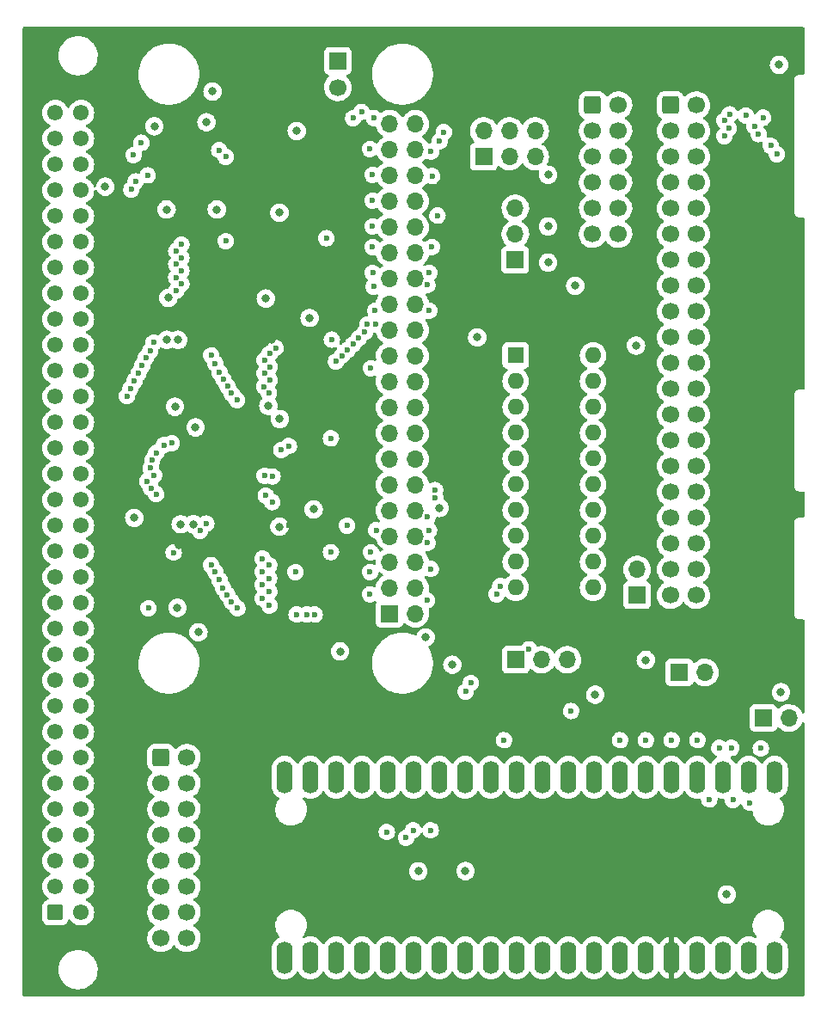
<source format=gbr>
%TF.GenerationSoftware,KiCad,Pcbnew,(6.0.9)*%
%TF.CreationDate,2023-02-25T15:14:18+00:00*%
%TF.ProjectId,Atom_VGA_Tube_Combo,41746f6d-5f56-4474-915f-547562655f43,rev?*%
%TF.SameCoordinates,Original*%
%TF.FileFunction,Copper,L2,Inr*%
%TF.FilePolarity,Positive*%
%FSLAX46Y46*%
G04 Gerber Fmt 4.6, Leading zero omitted, Abs format (unit mm)*
G04 Created by KiCad (PCBNEW (6.0.9)) date 2023-02-25 15:14:18*
%MOMM*%
%LPD*%
G01*
G04 APERTURE LIST*
G04 Aperture macros list*
%AMRoundRect*
0 Rectangle with rounded corners*
0 $1 Rounding radius*
0 $2 $3 $4 $5 $6 $7 $8 $9 X,Y pos of 4 corners*
0 Add a 4 corners polygon primitive as box body*
4,1,4,$2,$3,$4,$5,$6,$7,$8,$9,$2,$3,0*
0 Add four circle primitives for the rounded corners*
1,1,$1+$1,$2,$3*
1,1,$1+$1,$4,$5*
1,1,$1+$1,$6,$7*
1,1,$1+$1,$8,$9*
0 Add four rect primitives between the rounded corners*
20,1,$1+$1,$2,$3,$4,$5,0*
20,1,$1+$1,$4,$5,$6,$7,0*
20,1,$1+$1,$6,$7,$8,$9,0*
20,1,$1+$1,$8,$9,$2,$3,0*%
G04 Aperture macros list end*
%TA.AperFunction,ComponentPad*%
%ADD10RoundRect,0.250000X-0.600000X-0.600000X0.600000X-0.600000X0.600000X0.600000X-0.600000X0.600000X0*%
%TD*%
%TA.AperFunction,ComponentPad*%
%ADD11C,1.700000*%
%TD*%
%TA.AperFunction,ComponentPad*%
%ADD12R,1.700000X1.700000*%
%TD*%
%TA.AperFunction,ComponentPad*%
%ADD13O,1.700000X1.700000*%
%TD*%
%TA.AperFunction,ComponentPad*%
%ADD14O,1.600000X3.200000*%
%TD*%
%TA.AperFunction,ComponentPad*%
%ADD15R,1.600000X1.600000*%
%TD*%
%TA.AperFunction,ComponentPad*%
%ADD16O,1.600000X1.600000*%
%TD*%
%TA.AperFunction,ComponentPad*%
%ADD17RoundRect,0.249999X-0.525001X-0.525001X0.525001X-0.525001X0.525001X0.525001X-0.525001X0.525001X0*%
%TD*%
%TA.AperFunction,ComponentPad*%
%ADD18C,1.550000*%
%TD*%
%TA.AperFunction,ViaPad*%
%ADD19C,0.800000*%
%TD*%
%TA.AperFunction,ViaPad*%
%ADD20C,0.600000*%
%TD*%
G04 APERTURE END LIST*
D10*
%TO.N,GND*%
%TO.C,CN2*%
X125366499Y-27198000D03*
D11*
%TO.N,/R~{W}*%
X127906499Y-27198000D03*
%TO.N,GND*%
X125366499Y-29738000D03*
%TO.N,/PHI2_SEL*%
X127906499Y-29738000D03*
%TO.N,GND*%
X125366499Y-32278000D03*
%TO.N,/~{IRQ}*%
X127906499Y-32278000D03*
%TO.N,GND*%
X125366499Y-34818000D03*
%TO.N,/~{TUBE}_BUFF*%
X127906499Y-34818000D03*
%TO.N,GND*%
X125366499Y-37358000D03*
%TO.N,/~{RST}*%
X127906499Y-37358000D03*
%TO.N,GND*%
X125366499Y-39898000D03*
%TO.N,/D0*%
X127906499Y-39898000D03*
%TO.N,GND*%
X125366499Y-42438000D03*
%TO.N,/D1*%
X127906499Y-42438000D03*
%TO.N,GND*%
X125366499Y-44978000D03*
%TO.N,/D2*%
X127906499Y-44978000D03*
%TO.N,GND*%
X125366499Y-47518000D03*
%TO.N,/D3*%
X127906499Y-47518000D03*
%TO.N,GND*%
X125366499Y-50058000D03*
%TO.N,/D4*%
X127906499Y-50058000D03*
%TO.N,GND*%
X125366499Y-52598000D03*
%TO.N,/D5*%
X127906499Y-52598000D03*
%TO.N,GND*%
X125366499Y-55138000D03*
%TO.N,/D6*%
X127906499Y-55138000D03*
%TO.N,GND*%
X125366499Y-57678000D03*
%TO.N,/D7*%
X127906499Y-57678000D03*
%TO.N,GND*%
X125366499Y-60218000D03*
%TO.N,/A0*%
X127906499Y-60218000D03*
%TO.N,GND*%
X125366499Y-62758000D03*
%TO.N,/A1*%
X127906499Y-62758000D03*
%TO.N,/TUBE_5V*%
X125366499Y-65298000D03*
%TO.N,/A2*%
X127906499Y-65298000D03*
%TO.N,/TUBE_5V*%
X125366499Y-67838000D03*
%TO.N,/A3*%
X127906499Y-67838000D03*
%TO.N,/TUBE_5V*%
X125366499Y-70378000D03*
%TO.N,/A4*%
X127906499Y-70378000D03*
%TO.N,/TUBE_5V*%
X125366499Y-72918000D03*
%TO.N,/A5*%
X127906499Y-72918000D03*
%TO.N,/TUBE_5V*%
X125366499Y-75458000D03*
%TO.N,/A6*%
X127906499Y-75458000D03*
%TD*%
D12*
%TO.N,/ATOM_HSYNC*%
%TO.C,CN5*%
X126220500Y-83064000D03*
D13*
%TO.N,/ATOM_VSYNC*%
X128760500Y-83064000D03*
%TD*%
D12*
%TO.N,GND*%
%TO.C,CN6*%
X106951499Y-32278000D03*
D13*
X106951499Y-29738000D03*
%TO.N,/PiSerTX*%
X109491499Y-32278000D03*
%TO.N,/PicoSerTX*%
X109491499Y-29738000D03*
%TO.N,/PiSerRX*%
X112031499Y-32278000D03*
%TO.N,/PicoSerRX*%
X112031499Y-29738000D03*
%TD*%
D10*
%TO.N,unconnected-(CN4-Pad1)*%
%TO.C,CN4*%
X117692000Y-27198000D03*
D11*
%TO.N,unconnected-(CN4-Pad2)*%
X120232000Y-27198000D03*
%TO.N,GND*%
X117692000Y-29738000D03*
%TO.N,/GREEN_0*%
X120232000Y-29738000D03*
%TO.N,/RED_0*%
X117692000Y-32278000D03*
%TO.N,/BLUE_0*%
X120232000Y-32278000D03*
%TO.N,/RED_1*%
X117692000Y-34818000D03*
%TO.N,/HSYNC_1*%
X120232000Y-34818000D03*
%TO.N,/GREEN_1*%
X117692000Y-37358000D03*
%TO.N,/VSYNC_1*%
X120232000Y-37358000D03*
%TO.N,/BLUE_1*%
X117692000Y-39898000D03*
%TO.N,/+5V*%
X120232000Y-39898000D03*
%TD*%
D12*
%TO.N,/LED_GND*%
%TO.C,J5*%
X92582999Y-22844000D03*
D11*
%TO.N,GND*%
X92582999Y-25444000D03*
%TD*%
D14*
%TO.N,/PicoSerTX*%
%TO.C,U1*%
X135618500Y-93396500D03*
%TO.N,/PicoSerRX*%
X133078500Y-93396500D03*
%TO.N,GND*%
X130538500Y-93396500D03*
%TO.N,/LDA0*%
X127998500Y-93396500D03*
%TO.N,/LDA1*%
X125458500Y-93396500D03*
%TO.N,/LDA2*%
X122918500Y-93396500D03*
%TO.N,/LDA3*%
X120378500Y-93396500D03*
%TO.N,GND*%
X117838500Y-93396500D03*
%TO.N,/LDA4*%
X115298500Y-93396500D03*
%TO.N,/LDA5*%
X112758500Y-93396500D03*
%TO.N,/LDA6*%
X110218500Y-93396500D03*
%TO.N,/LDA7*%
X107678500Y-93396500D03*
%TO.N,GND*%
X105138500Y-93396500D03*
%TO.N,/RED_0*%
X102598500Y-93396500D03*
%TO.N,/RED_1*%
X100058500Y-93396500D03*
%TO.N,/GREEN_0*%
X97518500Y-93396500D03*
%TO.N,/GREEN_1*%
X94978500Y-93396500D03*
%TO.N,GND*%
X92438500Y-93396500D03*
%TO.N,/BLUE_0*%
X89898500Y-93396500D03*
%TO.N,/BLUE_1*%
X87358500Y-93396500D03*
%TO.N,/HSYNC_1*%
X87358500Y-111176500D03*
%TO.N,/VSYNC_1*%
X89898500Y-111176500D03*
%TO.N,GND*%
X92438500Y-111176500D03*
%TO.N,/LPHI2*%
X94978500Y-111176500D03*
%TO.N,/LR~{W}*%
X97518500Y-111176500D03*
%TO.N,/PICO_VSYNC*%
X100058500Y-111176500D03*
%TO.N,/~{SCR_CAP}*%
X102598500Y-111176500D03*
%TO.N,GND*%
X105138500Y-111176500D03*
%TO.N,/PICO_HSYNC*%
X107678500Y-111176500D03*
%TO.N,/RUN*%
X110218500Y-111176500D03*
%TO.N,/~{DATA}*%
X112758500Y-111176500D03*
%TO.N,/~{ADD_HIGH}*%
X115298500Y-111176500D03*
%TO.N,GND*%
X117838500Y-111176500D03*
%TO.N,/~{ADD_LOW}*%
X120378500Y-111176500D03*
%TO.N,unconnected-(U1-Pad35)*%
X122918500Y-111176500D03*
%TO.N,+3.3V*%
X125458500Y-111176500D03*
%TO.N,unconnected-(U1-Pad37)*%
X127998500Y-111176500D03*
%TO.N,GND*%
X130538500Y-111176500D03*
%TO.N,/VSYS*%
X133078500Y-111176500D03*
%TO.N,/Vbus*%
X135618500Y-111176500D03*
%TD*%
D10*
%TO.N,/VGA_RED*%
%TO.C,CN3*%
X75184000Y-91460000D03*
D11*
%TO.N,/VGA_GREEN*%
X77724000Y-91460000D03*
%TO.N,/VGA_BLUE*%
X75184000Y-94000000D03*
%TO.N,unconnected-(CN3-Pad4)*%
X77724000Y-94000000D03*
%TO.N,GND*%
X75184000Y-96540000D03*
X77724000Y-96540000D03*
X75184000Y-99080000D03*
X77724000Y-99080000D03*
%TO.N,/~{SCR_CAP}*%
X75184000Y-101620000D03*
%TO.N,GND*%
X77724000Y-101620000D03*
%TO.N,unconnected-(CN3-Pad11)*%
X75184000Y-104160000D03*
%TO.N,/RUN*%
X77724000Y-104160000D03*
%TO.N,/HSYNC*%
X75184000Y-106700000D03*
%TO.N,/VSYNC*%
X77724000Y-106700000D03*
%TO.N,unconnected-(CN3-Pad15)*%
X75184000Y-109240000D03*
%TO.N,unconnected-(CN3-Pad16)*%
X77724000Y-109240000D03*
%TD*%
D12*
%TO.N,unconnected-(U2-Pad1)*%
%TO.C,U2*%
X97684999Y-77280000D03*
D13*
%TO.N,/+5V*%
X100224999Y-77280000D03*
%TO.N,/LA1*%
X97684999Y-74740000D03*
%TO.N,/+5V*%
X100224999Y-74740000D03*
%TO.N,/LA2*%
X97684999Y-72200000D03*
%TO.N,GND*%
X100224999Y-72200000D03*
%TO.N,/L~{RST}*%
X97684999Y-69660000D03*
%TO.N,/PiSerTX*%
X100224999Y-69660000D03*
%TO.N,GND*%
X97684999Y-67120000D03*
%TO.N,/PiSerRX*%
X100224999Y-67120000D03*
%TO.N,/L~{TUBE}*%
X97684999Y-64580000D03*
%TO.N,/LR~{W}*%
X100224999Y-64580000D03*
%TO.N,/LA0*%
X97684999Y-62040000D03*
%TO.N,GND*%
X100224999Y-62040000D03*
%TO.N,/LD4*%
X97684999Y-59500000D03*
%TO.N,/LD5*%
X100224999Y-59500000D03*
%TO.N,unconnected-(U2-Pad17)*%
X97684999Y-56960000D03*
%TO.N,/LD6*%
X100224999Y-56960000D03*
%TO.N,/LD2*%
X97684999Y-54420000D03*
%TO.N,GND*%
X100224999Y-54420000D03*
%TO.N,/LD1*%
X97684999Y-51880000D03*
%TO.N,/LD7*%
X100224999Y-51880000D03*
%TO.N,/LD3*%
X97684999Y-49340000D03*
%TO.N,/LD0*%
X100224999Y-49340000D03*
%TO.N,GND*%
X97684999Y-46800000D03*
%TO.N,/LPHI2*%
X100224999Y-46800000D03*
%TO.N,unconnected-(U2-Pad27)*%
X97684999Y-44260000D03*
%TO.N,unconnected-(U2-Pad28)*%
X100224999Y-44260000D03*
%TO.N,/LA3*%
X97684999Y-41720000D03*
%TO.N,GND*%
X100224999Y-41720000D03*
%TO.N,unconnected-(U2-Pad31)*%
X97684999Y-39180000D03*
%TO.N,unconnected-(U2-Pad32)*%
X100224999Y-39180000D03*
%TO.N,unconnected-(U2-Pad33)*%
X97684999Y-36640000D03*
%TO.N,GND*%
X100224999Y-36640000D03*
%TO.N,unconnected-(U2-Pad35)*%
X97684999Y-34100000D03*
%TO.N,unconnected-(U2-Pad36)*%
X100224999Y-34100000D03*
%TO.N,unconnected-(U2-Pad37)*%
X97684999Y-31560000D03*
%TO.N,unconnected-(U2-Pad38)*%
X100224999Y-31560000D03*
%TO.N,GND*%
X97684999Y-29020000D03*
%TO.N,unconnected-(U2-Pad40)*%
X100224999Y-29020000D03*
%TD*%
D12*
%TO.N,/+5V*%
%TO.C,J1*%
X134494000Y-87550000D03*
D13*
%TO.N,/Vbus*%
X137034000Y-87550000D03*
%TD*%
D12*
%TO.N,/+5V*%
%TO.C,J3*%
X122064499Y-75458000D03*
D13*
%TO.N,/TUBE_5V*%
X122064499Y-72918000D03*
%TD*%
D12*
%TO.N,/L~{TUBE}*%
%TO.C,J4*%
X110109000Y-81808000D03*
D13*
%TO.N,/INT_~{TUBE}*%
X112649000Y-81808000D03*
%TO.N,/~{TUBE}_BUFF*%
X115189000Y-81808000D03*
%TD*%
D15*
%TO.N,/PHI2*%
%TO.C,U8*%
X110109000Y-51836000D03*
D16*
%TO.N,/A8*%
X110109000Y-54376000D03*
%TO.N,/A9*%
X110109000Y-56916000D03*
%TO.N,/A10*%
X110109000Y-59456000D03*
%TO.N,/A11*%
X110109000Y-61996000D03*
%TO.N,/A12*%
X110109000Y-64536000D03*
%TO.N,/A13*%
X110109000Y-67076000D03*
%TO.N,/A14*%
X110109000Y-69616000D03*
%TO.N,/A15*%
X110109000Y-72156000D03*
%TO.N,GND*%
X110109000Y-74696000D03*
%TO.N,/R~{W}*%
X117729000Y-74696000D03*
%TO.N,/~{RnW}*%
X117729000Y-72156000D03*
%TO.N,/A7*%
X117729000Y-69616000D03*
%TO.N,/A6*%
X117729000Y-67076000D03*
%TO.N,/~{TUBE}_BUFF*%
X117729000Y-64536000D03*
%TO.N,/PHI2_BUFF*%
X117729000Y-61996000D03*
%TO.N,/A5*%
X117729000Y-59456000D03*
%TO.N,/A4*%
X117729000Y-56916000D03*
%TO.N,/A3*%
X117729000Y-54376000D03*
%TO.N,/+5V*%
X117729000Y-51836000D03*
%TD*%
D12*
%TO.N,/PHI2*%
%TO.C,J2*%
X110072000Y-42438000D03*
D13*
%TO.N,/PHI2_SEL*%
X110072000Y-39898000D03*
%TO.N,/PHI2_BUFF*%
X110072000Y-37358000D03*
%TD*%
D17*
%TO.N,/+5V*%
%TO.C,CN1*%
X64770000Y-106700000D03*
D18*
%TO.N,/A15*%
X64770000Y-104160000D03*
%TO.N,/A14*%
X64770000Y-101620000D03*
%TO.N,/~{WDS}*%
X64770000Y-99080000D03*
%TO.N,/~{RDS}*%
X64770000Y-96540000D03*
%TO.N,/~{RST}*%
X64770000Y-94000000D03*
%TO.N,/A8*%
X64770000Y-91460000D03*
%TO.N,/A7*%
X64770000Y-88920000D03*
%TO.N,/A6*%
X64770000Y-86380000D03*
%TO.N,/A5*%
X64770000Y-83840000D03*
%TO.N,/A4*%
X64770000Y-81300000D03*
%TO.N,/A3*%
X64770000Y-78760000D03*
%TO.N,/A2*%
X64770000Y-76220000D03*
%TO.N,/A1*%
X64770000Y-73680000D03*
%TO.N,/A0*%
X64770000Y-71140000D03*
%TO.N,/D7*%
X64770000Y-68600000D03*
%TO.N,/D6*%
X64770000Y-66060000D03*
%TO.N,/D5*%
X64770000Y-63520000D03*
%TO.N,/D4*%
X64770000Y-60980000D03*
%TO.N,/D3*%
X64770000Y-58440000D03*
%TO.N,/D2*%
X64770000Y-55900000D03*
%TO.N,/D1*%
X64770000Y-53360000D03*
%TO.N,/D0*%
X64770000Y-50820000D03*
%TO.N,/A13*%
X64770000Y-48280000D03*
%TO.N,/A12*%
X64770000Y-45740000D03*
%TO.N,/A11*%
X64770000Y-43200000D03*
%TO.N,/A10*%
X64770000Y-40660000D03*
%TO.N,/A9*%
X64770000Y-38120000D03*
%TO.N,/PHI2*%
X64770000Y-35580000D03*
%TO.N,/R~{W}*%
X64770000Y-33040000D03*
%TO.N,/~{BLK0}*%
X64770000Y-30500000D03*
%TO.N,GND*%
X64770000Y-27960000D03*
%TO.N,unconnected-(CN1-Padb1)*%
X67310000Y-106700000D03*
%TO.N,unconnected-(CN1-Padb2)*%
X67310000Y-104160000D03*
%TO.N,/PB7*%
X67310000Y-101620000D03*
%TO.N,/PB6*%
X67310000Y-99080000D03*
%TO.N,/PB5*%
X67310000Y-96540000D03*
%TO.N,/PB4*%
X67310000Y-94000000D03*
%TO.N,/PB3*%
X67310000Y-91460000D03*
%TO.N,/PB2*%
X67310000Y-88920000D03*
%TO.N,/PB1*%
X67310000Y-86380000D03*
%TO.N,/PB0*%
X67310000Y-83840000D03*
%TO.N,/CB2*%
X67310000Y-81300000D03*
%TO.N,/CB1*%
X67310000Y-78760000D03*
%TO.N,/PA7*%
X67310000Y-76220000D03*
%TO.N,/PA6*%
X67310000Y-73680000D03*
%TO.N,/PA5*%
X67310000Y-71140000D03*
%TO.N,/PA4*%
X67310000Y-68600000D03*
%TO.N,/PA3*%
X67310000Y-66060000D03*
%TO.N,/PA2*%
X67310000Y-63520000D03*
%TO.N,/PA1*%
X67310000Y-60980000D03*
%TO.N,/PA0*%
X67310000Y-58440000D03*
%TO.N,/CA2*%
X67310000Y-55900000D03*
%TO.N,/CA1*%
X67310000Y-53360000D03*
%TO.N,unconnected-(CN1-Padb23)*%
X67310000Y-50820000D03*
%TO.N,unconnected-(CN1-Padb24)*%
X67310000Y-48280000D03*
%TO.N,/RDY*%
X67310000Y-45740000D03*
%TO.N,/SO*%
X67310000Y-43200000D03*
%TO.N,unconnected-(CN1-Padb27)*%
X67310000Y-40660000D03*
%TO.N,/~{IRQ}*%
X67310000Y-38120000D03*
%TO.N,/~{NMI}*%
X67310000Y-35580000D03*
%TO.N,/SYNC*%
X67310000Y-33040000D03*
%TO.N,unconnected-(CN1-Padb31)*%
X67310000Y-30500000D03*
%TO.N,GND*%
X67310000Y-27960000D03*
%TD*%
D19*
%TO.N,GND*%
X115968499Y-44978000D03*
%TO.N,/+5V*%
X136050000Y-23228000D03*
%TO.N,GND*%
X103868500Y-82302000D03*
D20*
%TO.N,/~{TUBE}_BUFF*%
X81551499Y-32278000D03*
X96156499Y-28468000D03*
D19*
%TO.N,GND*%
X117932700Y-85255800D03*
D20*
%TO.N,/ATOM_HSYNC*%
X115552500Y-86857728D03*
D19*
%TO.N,+3.3V*%
X82821499Y-39263000D03*
X86549999Y-70509500D03*
X76900426Y-70490114D03*
X76049999Y-40216991D03*
X81757000Y-22849000D03*
D20*
X87774499Y-68600000D03*
D19*
X86040499Y-26588400D03*
X86049999Y-50309500D03*
D20*
X84218499Y-59131000D03*
D19*
%TO.N,GND*%
X74522499Y-29274000D03*
X89806499Y-48153000D03*
X122925000Y-81846600D03*
X76549999Y-56900000D03*
X78375455Y-68471956D03*
X105156000Y-102618501D03*
X86839999Y-68710000D03*
X130900000Y-104922000D03*
X72534499Y-67838000D03*
D20*
X88409499Y-73172000D03*
D19*
X113301499Y-34056000D03*
X102605998Y-66866000D03*
X100519500Y-102636000D03*
D20*
X93489499Y-68600000D03*
D19*
X76791826Y-76694084D03*
X86839999Y-37784500D03*
X86877083Y-58101582D03*
X106316499Y-50058000D03*
X88536499Y-29738000D03*
X69686000Y-35226000D03*
X75734899Y-50309000D03*
X85498836Y-46239490D03*
X90207589Y-67009000D03*
X121961999Y-50870122D03*
X85748666Y-56795167D03*
X75719999Y-37474500D03*
X113301499Y-42692000D03*
X75900111Y-46167605D03*
X113301499Y-39136000D03*
%TO.N,/+5V*%
X136226001Y-85017999D03*
X77106499Y-68473000D03*
X80244500Y-25845000D03*
X80665000Y-37469000D03*
X76855000Y-50309000D03*
X78855344Y-79097500D03*
X78570000Y-58929000D03*
X101236499Y-79605500D03*
X79646499Y-28876000D03*
X92810999Y-80983896D03*
D20*
%TO.N,/A15*%
X76679999Y-45459000D03*
X96012000Y-39136000D03*
%TO.N,/A14*%
X77179999Y-44809000D03*
X102404911Y-38077089D03*
%TO.N,/~{RST}*%
X111423535Y-80774398D03*
X73859500Y-34109500D03*
%TO.N,/A8*%
X102616000Y-30754000D03*
X77179999Y-40909000D03*
%TO.N,/A6*%
X101374333Y-75955166D03*
X95758000Y-75366500D03*
%TO.N,/A4*%
X101748999Y-72870500D03*
X95758000Y-73172000D03*
%TO.N,/A3*%
X73242000Y-30908000D03*
%TO.N,/A2*%
X101420260Y-70286500D03*
X72660500Y-34709000D03*
X90307589Y-77363000D03*
X95842089Y-71224089D03*
X79646499Y-68400000D03*
%TO.N,/A1*%
X72260500Y-35508201D03*
X101579088Y-69060500D03*
X89508086Y-77363000D03*
X96361702Y-69060500D03*
X79011499Y-69108000D03*
%TO.N,/A0*%
X88536499Y-77363000D03*
X72475000Y-32109000D03*
X76422041Y-71252413D03*
%TO.N,/D7*%
X71823299Y-55844965D03*
X74696000Y-65505000D03*
%TO.N,/D6*%
X72178899Y-55087200D03*
X96012000Y-41168000D03*
X101854000Y-41168000D03*
X74182157Y-64918835D03*
%TO.N,/D5*%
X72558899Y-54348975D03*
X73813720Y-64231900D03*
%TO.N,/D4*%
X101600000Y-43708000D03*
X74500066Y-63644807D03*
X72958899Y-53596858D03*
X96026068Y-43722068D03*
%TO.N,/D3*%
X73318898Y-52829707D03*
X74149063Y-62926475D03*
X101407756Y-44909799D03*
X96110231Y-45076231D03*
%TO.N,/D2*%
X74316530Y-62144709D03*
X73684500Y-52056011D03*
%TO.N,/D1*%
X96266000Y-47446500D03*
X74115816Y-51406711D03*
X74696000Y-61441000D03*
X101600000Y-47446500D03*
%TO.N,/D0*%
X74444500Y-50566000D03*
X75458000Y-60679000D03*
%TO.N,/A13*%
X96012000Y-36596000D03*
X76679999Y-44159000D03*
%TO.N,/A12*%
X101871499Y-34183000D03*
X77179999Y-43509000D03*
%TO.N,/A11*%
X76679999Y-42859000D03*
X96012000Y-34056000D03*
%TO.N,/A10*%
X77179999Y-42209000D03*
X101756338Y-31758161D03*
%TO.N,/A9*%
X95758000Y-31516000D03*
X76679999Y-41559000D03*
%TO.N,/~{IRQ}*%
X94921999Y-27859947D03*
%TO.N,/~{DATA}*%
X86455486Y-51112423D03*
X120378500Y-89735100D03*
%TO.N,/~{ADD_HIGH}*%
X91459742Y-40300436D03*
X91996500Y-50286500D03*
X122918500Y-89735100D03*
X81551499Y-40575185D03*
%TO.N,/~{ADD_LOW}*%
X91906589Y-71209000D03*
X125458500Y-89735100D03*
%TO.N,/RED_1*%
X100013600Y-98593500D03*
X129164911Y-95566911D03*
X130159833Y-90492000D03*
%TO.N,/RED_0*%
X101740800Y-98593500D03*
%TO.N,/GREEN_1*%
X97422800Y-98775200D03*
X131511229Y-95627228D03*
X131359333Y-90492000D03*
%TO.N,/GREEN_0*%
X131169369Y-28109092D03*
X132768869Y-28214000D03*
X99310289Y-99341889D03*
%TO.N,/BLUE_1*%
X133186000Y-95896000D03*
X134256540Y-90543460D03*
%TO.N,/BLUE_0*%
X134028028Y-30048424D03*
X130655999Y-28722000D03*
%TO.N,/LDA0*%
X85180000Y-71859000D03*
X85872000Y-51659000D03*
X80106483Y-72478097D03*
X80125500Y-51834497D03*
%TO.N,/LDA1*%
X80525500Y-73159000D03*
X85364000Y-52309000D03*
X85829999Y-72509000D03*
X80525500Y-52634000D03*
%TO.N,/LDA2*%
X85872000Y-52959000D03*
X80924500Y-53503418D03*
X85180000Y-73159000D03*
X80925500Y-73951533D03*
%TO.N,/LDA3*%
X85829999Y-73809000D03*
X85364000Y-53609000D03*
X81324500Y-54195662D03*
X81287542Y-74722149D03*
%TO.N,/LDA4*%
X81705724Y-75403565D03*
X85872000Y-54259000D03*
X85180000Y-74459000D03*
X81724500Y-54887907D03*
%TO.N,/LDA5*%
X85338504Y-54908984D03*
X82125500Y-76084000D03*
X82125500Y-55579572D03*
X85829999Y-75109000D03*
%TO.N,/LDA6*%
X85804019Y-55558984D03*
X82649202Y-56228599D03*
X82697000Y-76734000D03*
X85180000Y-75759000D03*
%TO.N,/LDA7*%
X85852000Y-76474000D03*
%TO.N,/LPHI2*%
X95849500Y-53106000D03*
X105681499Y-84094000D03*
X95493233Y-48790268D03*
X102174499Y-65108286D03*
%TO.N,/LR~{W}*%
X102200121Y-65907378D03*
X94107223Y-50743897D03*
X105173499Y-84942500D03*
%TO.N,/LA1*%
X92411224Y-52439898D03*
%TO.N,/LA2*%
X92976557Y-51874565D03*
%TO.N,/L~{RST}*%
X93541890Y-51309232D03*
%TO.N,/LA0*%
X95249456Y-49551699D03*
%TO.N,/LD6*%
X86159930Y-63759500D03*
X85491000Y-65634000D03*
%TO.N,/LD7*%
X86126000Y-66284000D03*
X87777000Y-60759500D03*
X96341583Y-48804110D03*
%TO.N,/LD3*%
X87015000Y-61159500D03*
X85364000Y-63684000D03*
%TO.N,/PHI2*%
X94107284Y-28468500D03*
%TO.N,/INT_~{TUBE}*%
X127998500Y-89735100D03*
X91906589Y-60008000D03*
%TO.N,/PHI2_SEL*%
X80916499Y-31643000D03*
X103033499Y-29846000D03*
%TO.N,/~{RnW}*%
X73931499Y-76728000D03*
X76233326Y-60483876D03*
%TO.N,/ATOM_VSYNC*%
X108948500Y-89735100D03*
%TO.N,/HSYNC_1*%
X131081499Y-29484000D03*
X135228028Y-31186024D03*
%TO.N,/VSYNC_1*%
X130655999Y-30246000D03*
X135827528Y-32024000D03*
%TO.N,/PicoSerRX*%
X134474076Y-28428451D03*
X133628028Y-29278754D03*
%TO.N,/PiSerTX*%
X108221499Y-75360500D03*
X101420262Y-67746500D03*
%TO.N,/PiSerRX*%
X108585999Y-74561786D03*
%TO.N,/L~{TUBE}*%
X94649956Y-50156832D03*
%TD*%
%TA.AperFunction,Conductor*%
%TO.N,+3.3V*%
G36*
X138483621Y-19518502D02*
G01*
X138530114Y-19572158D01*
X138541500Y-19624500D01*
X138541500Y-24093500D01*
X138521498Y-24161621D01*
X138467842Y-24208114D01*
X138415500Y-24219500D01*
X138058623Y-24219500D01*
X138057853Y-24219498D01*
X138057037Y-24219493D01*
X137980279Y-24219024D01*
X137957918Y-24225415D01*
X137951847Y-24227150D01*
X137935085Y-24230728D01*
X137905813Y-24234920D01*
X137897645Y-24238634D01*
X137897644Y-24238634D01*
X137882438Y-24245548D01*
X137864914Y-24251996D01*
X137840229Y-24259051D01*
X137832635Y-24263843D01*
X137832632Y-24263844D01*
X137815220Y-24274830D01*
X137800137Y-24282969D01*
X137773218Y-24295208D01*
X137766416Y-24301069D01*
X137753765Y-24311970D01*
X137738761Y-24323073D01*
X137717042Y-24336776D01*
X137711103Y-24343501D01*
X137711099Y-24343504D01*
X137697468Y-24358938D01*
X137685276Y-24370982D01*
X137669673Y-24384427D01*
X137669671Y-24384430D01*
X137662873Y-24390287D01*
X137657993Y-24397816D01*
X137657992Y-24397817D01*
X137648906Y-24411835D01*
X137637615Y-24426709D01*
X137626569Y-24439217D01*
X137620622Y-24445951D01*
X137608058Y-24472711D01*
X137599737Y-24487691D01*
X137588529Y-24504983D01*
X137588527Y-24504988D01*
X137583648Y-24512515D01*
X137581078Y-24521108D01*
X137581076Y-24521113D01*
X137576289Y-24537120D01*
X137569628Y-24554564D01*
X137558719Y-24577800D01*
X137557338Y-24586667D01*
X137557338Y-24586668D01*
X137554170Y-24607015D01*
X137550387Y-24623732D01*
X137544485Y-24643466D01*
X137544484Y-24643472D01*
X137541914Y-24652066D01*
X137541859Y-24661037D01*
X137541859Y-24661038D01*
X137541704Y-24686497D01*
X137541671Y-24687289D01*
X137541500Y-24688386D01*
X137541500Y-24719377D01*
X137541498Y-24720147D01*
X137541024Y-24797721D01*
X137541408Y-24799065D01*
X137541500Y-24800410D01*
X137541500Y-37719377D01*
X137541498Y-37720147D01*
X137541024Y-37797721D01*
X137543491Y-37806352D01*
X137549150Y-37826153D01*
X137552728Y-37842915D01*
X137556920Y-37872187D01*
X137560634Y-37880355D01*
X137560634Y-37880356D01*
X137567548Y-37895562D01*
X137573996Y-37913086D01*
X137581051Y-37937771D01*
X137585843Y-37945365D01*
X137585844Y-37945368D01*
X137596830Y-37962780D01*
X137604969Y-37977863D01*
X137617208Y-38004782D01*
X137623069Y-38011584D01*
X137633970Y-38024235D01*
X137645073Y-38039239D01*
X137658776Y-38060958D01*
X137665501Y-38066897D01*
X137665504Y-38066901D01*
X137680938Y-38080532D01*
X137692982Y-38092724D01*
X137706427Y-38108327D01*
X137706430Y-38108329D01*
X137712287Y-38115127D01*
X137719816Y-38120007D01*
X137719817Y-38120008D01*
X137733835Y-38129094D01*
X137748709Y-38140385D01*
X137761217Y-38151431D01*
X137767951Y-38157378D01*
X137794711Y-38169942D01*
X137809691Y-38178263D01*
X137826983Y-38189471D01*
X137826988Y-38189473D01*
X137834515Y-38194352D01*
X137843108Y-38196922D01*
X137843113Y-38196924D01*
X137859120Y-38201711D01*
X137876564Y-38208372D01*
X137891676Y-38215467D01*
X137891678Y-38215468D01*
X137899800Y-38219281D01*
X137908667Y-38220662D01*
X137908668Y-38220662D01*
X137918310Y-38222163D01*
X137929017Y-38223830D01*
X137945732Y-38227613D01*
X137965466Y-38233515D01*
X137965472Y-38233516D01*
X137974066Y-38236086D01*
X137983037Y-38236141D01*
X137983038Y-38236141D01*
X137993097Y-38236202D01*
X138008506Y-38236296D01*
X138009289Y-38236329D01*
X138010386Y-38236500D01*
X138041377Y-38236500D01*
X138042147Y-38236502D01*
X138115785Y-38236952D01*
X138115786Y-38236952D01*
X138119721Y-38236976D01*
X138121065Y-38236592D01*
X138122410Y-38236500D01*
X138415500Y-38236500D01*
X138483621Y-38256502D01*
X138530114Y-38310158D01*
X138541500Y-38362500D01*
X138541500Y-55093500D01*
X138521498Y-55161621D01*
X138467842Y-55208114D01*
X138415500Y-55219500D01*
X138058623Y-55219500D01*
X138057853Y-55219498D01*
X138057037Y-55219493D01*
X137980279Y-55219024D01*
X137959062Y-55225088D01*
X137951847Y-55227150D01*
X137935085Y-55230728D01*
X137905813Y-55234920D01*
X137897645Y-55238634D01*
X137897644Y-55238634D01*
X137882438Y-55245548D01*
X137864914Y-55251996D01*
X137840229Y-55259051D01*
X137832635Y-55263843D01*
X137832632Y-55263844D01*
X137815220Y-55274830D01*
X137800137Y-55282969D01*
X137773218Y-55295208D01*
X137766416Y-55301069D01*
X137753765Y-55311970D01*
X137738761Y-55323073D01*
X137717042Y-55336776D01*
X137711103Y-55343501D01*
X137711099Y-55343504D01*
X137697468Y-55358938D01*
X137685276Y-55370982D01*
X137669673Y-55384427D01*
X137669671Y-55384430D01*
X137662873Y-55390287D01*
X137657993Y-55397816D01*
X137657992Y-55397817D01*
X137648906Y-55411835D01*
X137637615Y-55426709D01*
X137626569Y-55439217D01*
X137620622Y-55445951D01*
X137611843Y-55464650D01*
X137608058Y-55472711D01*
X137599737Y-55487691D01*
X137588529Y-55504983D01*
X137588527Y-55504988D01*
X137583648Y-55512515D01*
X137581078Y-55521108D01*
X137581076Y-55521113D01*
X137576289Y-55537120D01*
X137569628Y-55554564D01*
X137558719Y-55577800D01*
X137557338Y-55586667D01*
X137557338Y-55586668D01*
X137554170Y-55607015D01*
X137550387Y-55623732D01*
X137544485Y-55643466D01*
X137544484Y-55643472D01*
X137541914Y-55652066D01*
X137541859Y-55661037D01*
X137541859Y-55661038D01*
X137541704Y-55686497D01*
X137541671Y-55687289D01*
X137541500Y-55688386D01*
X137541500Y-55719377D01*
X137541498Y-55720147D01*
X137541024Y-55797721D01*
X137541408Y-55799065D01*
X137541500Y-55800410D01*
X137541500Y-64719377D01*
X137541498Y-64720147D01*
X137541024Y-64797721D01*
X137543491Y-64806352D01*
X137549150Y-64826153D01*
X137552728Y-64842915D01*
X137556920Y-64872187D01*
X137560634Y-64880355D01*
X137560634Y-64880356D01*
X137567548Y-64895562D01*
X137573996Y-64913086D01*
X137581051Y-64937771D01*
X137585843Y-64945365D01*
X137585844Y-64945368D01*
X137596830Y-64962780D01*
X137604969Y-64977863D01*
X137617208Y-65004782D01*
X137623069Y-65011584D01*
X137633970Y-65024235D01*
X137645073Y-65039239D01*
X137658776Y-65060958D01*
X137665501Y-65066897D01*
X137665504Y-65066901D01*
X137680938Y-65080532D01*
X137692982Y-65092724D01*
X137706427Y-65108327D01*
X137706430Y-65108329D01*
X137712287Y-65115127D01*
X137719816Y-65120007D01*
X137719817Y-65120008D01*
X137733835Y-65129094D01*
X137748709Y-65140385D01*
X137756731Y-65147469D01*
X137767951Y-65157378D01*
X137794711Y-65169942D01*
X137809691Y-65178263D01*
X137826983Y-65189471D01*
X137826988Y-65189473D01*
X137834515Y-65194352D01*
X137843108Y-65196922D01*
X137843113Y-65196924D01*
X137859120Y-65201711D01*
X137876564Y-65208372D01*
X137891676Y-65215467D01*
X137891678Y-65215468D01*
X137899800Y-65219281D01*
X137908667Y-65220662D01*
X137908668Y-65220662D01*
X137918310Y-65222163D01*
X137929017Y-65223830D01*
X137945732Y-65227613D01*
X137965466Y-65233515D01*
X137965472Y-65233516D01*
X137974066Y-65236086D01*
X137983037Y-65236141D01*
X137983038Y-65236141D01*
X137993097Y-65236202D01*
X138008506Y-65236296D01*
X138009289Y-65236329D01*
X138010386Y-65236500D01*
X138041377Y-65236500D01*
X138042147Y-65236502D01*
X138115785Y-65236952D01*
X138115786Y-65236952D01*
X138119721Y-65236976D01*
X138121065Y-65236592D01*
X138122410Y-65236500D01*
X138415500Y-65236500D01*
X138483621Y-65256502D01*
X138530114Y-65310158D01*
X138541500Y-65362500D01*
X138541500Y-67693500D01*
X138521498Y-67761621D01*
X138467842Y-67808114D01*
X138415500Y-67819500D01*
X138058623Y-67819500D01*
X138057853Y-67819498D01*
X138057037Y-67819493D01*
X137980279Y-67819024D01*
X137966270Y-67823028D01*
X137951847Y-67827150D01*
X137935085Y-67830728D01*
X137905813Y-67834920D01*
X137897645Y-67838634D01*
X137897644Y-67838634D01*
X137882438Y-67845548D01*
X137864914Y-67851996D01*
X137840229Y-67859051D01*
X137832635Y-67863843D01*
X137832632Y-67863844D01*
X137815220Y-67874830D01*
X137800137Y-67882969D01*
X137773218Y-67895208D01*
X137766416Y-67901069D01*
X137753765Y-67911970D01*
X137738761Y-67923073D01*
X137717042Y-67936776D01*
X137711103Y-67943501D01*
X137711099Y-67943504D01*
X137697468Y-67958938D01*
X137685276Y-67970982D01*
X137669673Y-67984427D01*
X137669671Y-67984430D01*
X137662873Y-67990287D01*
X137657993Y-67997816D01*
X137657992Y-67997817D01*
X137648906Y-68011835D01*
X137637615Y-68026709D01*
X137626569Y-68039217D01*
X137620622Y-68045951D01*
X137616324Y-68055106D01*
X137608058Y-68072711D01*
X137599737Y-68087691D01*
X137588529Y-68104983D01*
X137588527Y-68104988D01*
X137583648Y-68112515D01*
X137581078Y-68121108D01*
X137581076Y-68121113D01*
X137576289Y-68137120D01*
X137569628Y-68154564D01*
X137562533Y-68169676D01*
X137558719Y-68177800D01*
X137557338Y-68186667D01*
X137557338Y-68186668D01*
X137554170Y-68207015D01*
X137550387Y-68223732D01*
X137544485Y-68243466D01*
X137544484Y-68243472D01*
X137541914Y-68252066D01*
X137541762Y-68277041D01*
X137541704Y-68286497D01*
X137541671Y-68287289D01*
X137541500Y-68288386D01*
X137541500Y-68319377D01*
X137541498Y-68320147D01*
X137541024Y-68397721D01*
X137541408Y-68399065D01*
X137541500Y-68400410D01*
X137541500Y-77319377D01*
X137541498Y-77320147D01*
X137541024Y-77397721D01*
X137543491Y-77406352D01*
X137549150Y-77426153D01*
X137552728Y-77442915D01*
X137556920Y-77472187D01*
X137560634Y-77480355D01*
X137560634Y-77480356D01*
X137567548Y-77495562D01*
X137573996Y-77513086D01*
X137581051Y-77537771D01*
X137585843Y-77545365D01*
X137585844Y-77545368D01*
X137596830Y-77562780D01*
X137604969Y-77577863D01*
X137617208Y-77604782D01*
X137623069Y-77611584D01*
X137633970Y-77624235D01*
X137645073Y-77639239D01*
X137658776Y-77660958D01*
X137665501Y-77666897D01*
X137665504Y-77666901D01*
X137680938Y-77680532D01*
X137692982Y-77692724D01*
X137706427Y-77708327D01*
X137706430Y-77708329D01*
X137712287Y-77715127D01*
X137719816Y-77720007D01*
X137719817Y-77720008D01*
X137733835Y-77729094D01*
X137748709Y-77740385D01*
X137761217Y-77751431D01*
X137767951Y-77757378D01*
X137794551Y-77769867D01*
X137794711Y-77769942D01*
X137809691Y-77778263D01*
X137826983Y-77789471D01*
X137826988Y-77789473D01*
X137834515Y-77794352D01*
X137843108Y-77796922D01*
X137843113Y-77796924D01*
X137859120Y-77801711D01*
X137876564Y-77808372D01*
X137891676Y-77815467D01*
X137891678Y-77815468D01*
X137899800Y-77819281D01*
X137908667Y-77820662D01*
X137908668Y-77820662D01*
X137918310Y-77822163D01*
X137929017Y-77823830D01*
X137945732Y-77827613D01*
X137965466Y-77833515D01*
X137965472Y-77833516D01*
X137974066Y-77836086D01*
X137983037Y-77836141D01*
X137983038Y-77836141D01*
X137993097Y-77836202D01*
X138008506Y-77836296D01*
X138009289Y-77836329D01*
X138010386Y-77836500D01*
X138041377Y-77836500D01*
X138042147Y-77836502D01*
X138115785Y-77836952D01*
X138115786Y-77836952D01*
X138119721Y-77836976D01*
X138121065Y-77836592D01*
X138122410Y-77836500D01*
X138415500Y-77836500D01*
X138483621Y-77856502D01*
X138530114Y-77910158D01*
X138541500Y-77962500D01*
X138541500Y-87004159D01*
X138521498Y-87072280D01*
X138467842Y-87118773D01*
X138397568Y-87128877D01*
X138332988Y-87099383D01*
X138299951Y-87054402D01*
X138284651Y-87019214D01*
X138235354Y-86905840D01*
X138114014Y-86718277D01*
X137963670Y-86553051D01*
X137959619Y-86549852D01*
X137959615Y-86549848D01*
X137792414Y-86417800D01*
X137792410Y-86417798D01*
X137788359Y-86414598D01*
X137592789Y-86306638D01*
X137587920Y-86304914D01*
X137587916Y-86304912D01*
X137387087Y-86233795D01*
X137387083Y-86233794D01*
X137382212Y-86232069D01*
X137377119Y-86231162D01*
X137377116Y-86231161D01*
X137167373Y-86193800D01*
X137167367Y-86193799D01*
X137162284Y-86192894D01*
X137088452Y-86191992D01*
X136944081Y-86190228D01*
X136944079Y-86190228D01*
X136938911Y-86190165D01*
X136718091Y-86223955D01*
X136505756Y-86293357D01*
X136475443Y-86309137D01*
X136339317Y-86380000D01*
X136307607Y-86396507D01*
X136303474Y-86399610D01*
X136303471Y-86399612D01*
X136133100Y-86527530D01*
X136128965Y-86530635D01*
X136064352Y-86598249D01*
X136048283Y-86615064D01*
X135986759Y-86650494D01*
X135915846Y-86647037D01*
X135858060Y-86605791D01*
X135839207Y-86572243D01*
X135797767Y-86461703D01*
X135794615Y-86453295D01*
X135707261Y-86336739D01*
X135590705Y-86249385D01*
X135454316Y-86198255D01*
X135392134Y-86191500D01*
X133595866Y-86191500D01*
X133533684Y-86198255D01*
X133397295Y-86249385D01*
X133280739Y-86336739D01*
X133193385Y-86453295D01*
X133142255Y-86589684D01*
X133135500Y-86651866D01*
X133135500Y-88448134D01*
X133142255Y-88510316D01*
X133193385Y-88646705D01*
X133280739Y-88763261D01*
X133397295Y-88850615D01*
X133533684Y-88901745D01*
X133595866Y-88908500D01*
X135392134Y-88908500D01*
X135454316Y-88901745D01*
X135590705Y-88850615D01*
X135707261Y-88763261D01*
X135794615Y-88646705D01*
X135816799Y-88587529D01*
X135838598Y-88529382D01*
X135881240Y-88472618D01*
X135947802Y-88447918D01*
X136017150Y-88463126D01*
X136051817Y-88491114D01*
X136080250Y-88523938D01*
X136252126Y-88666632D01*
X136445000Y-88779338D01*
X136653692Y-88859030D01*
X136658760Y-88860061D01*
X136658763Y-88860062D01*
X136766017Y-88881883D01*
X136872597Y-88903567D01*
X136877772Y-88903757D01*
X136877774Y-88903757D01*
X137090673Y-88911564D01*
X137090677Y-88911564D01*
X137095837Y-88911753D01*
X137100957Y-88911097D01*
X137100959Y-88911097D01*
X137312288Y-88884025D01*
X137312289Y-88884025D01*
X137317416Y-88883368D01*
X137322366Y-88881883D01*
X137526429Y-88820661D01*
X137526434Y-88820659D01*
X137531384Y-88819174D01*
X137731994Y-88720896D01*
X137913860Y-88591173D01*
X138072096Y-88433489D01*
X138085457Y-88414896D01*
X138199435Y-88256277D01*
X138202453Y-88252077D01*
X138301430Y-88051811D01*
X138302940Y-88052558D01*
X138342024Y-88002468D01*
X138409027Y-87978993D01*
X138478086Y-87995470D01*
X138527273Y-88046666D01*
X138541500Y-88104827D01*
X138541500Y-114855500D01*
X138521498Y-114923621D01*
X138467842Y-114970114D01*
X138415500Y-114981500D01*
X61684500Y-114981500D01*
X61616379Y-114961498D01*
X61569886Y-114907842D01*
X61558500Y-114855500D01*
X61558500Y-112299552D01*
X65071800Y-112299552D01*
X65072044Y-112303987D01*
X65072044Y-112303991D01*
X65085134Y-112541839D01*
X65086846Y-112572951D01*
X65140264Y-112841502D01*
X65230989Y-113099847D01*
X65233042Y-113103798D01*
X65233044Y-113103804D01*
X65319398Y-113270043D01*
X65357209Y-113342832D01*
X65359792Y-113346447D01*
X65359796Y-113346453D01*
X65396481Y-113397788D01*
X65516407Y-113565608D01*
X65705406Y-113763730D01*
X65920436Y-113933245D01*
X65924278Y-113935477D01*
X65924283Y-113935480D01*
X66153351Y-114068534D01*
X66153357Y-114068537D01*
X66157205Y-114070772D01*
X66225023Y-114098241D01*
X66406857Y-114171892D01*
X66406865Y-114171895D01*
X66410989Y-114173565D01*
X66486843Y-114192407D01*
X66672401Y-114238500D01*
X66672405Y-114238501D01*
X66676726Y-114239574D01*
X66910247Y-114263500D01*
X67079754Y-114263500D01*
X67283128Y-114249100D01*
X67287483Y-114248162D01*
X67287486Y-114248162D01*
X67546460Y-114192407D01*
X67546462Y-114192407D01*
X67550807Y-114191471D01*
X67807695Y-114096700D01*
X68048668Y-113966678D01*
X68268915Y-113804001D01*
X68464045Y-113611913D01*
X68466747Y-113608373D01*
X68627460Y-113397788D01*
X68627462Y-113397784D01*
X68630162Y-113394247D01*
X68763952Y-113155347D01*
X68862746Y-112899979D01*
X68875325Y-112845713D01*
X68888431Y-112789168D01*
X68924574Y-112633239D01*
X68948200Y-112360448D01*
X68939915Y-112209902D01*
X68933399Y-112091492D01*
X68933398Y-112091485D01*
X68933154Y-112087049D01*
X68922528Y-112033627D01*
X86050000Y-112033627D01*
X86050238Y-112036344D01*
X86050238Y-112036351D01*
X86056246Y-112105020D01*
X86064957Y-112204587D01*
X86124216Y-112425743D01*
X86126539Y-112430724D01*
X86126539Y-112430725D01*
X86218651Y-112628262D01*
X86218654Y-112628267D01*
X86220977Y-112633249D01*
X86352302Y-112820800D01*
X86514200Y-112982698D01*
X86518708Y-112985855D01*
X86518711Y-112985857D01*
X86596889Y-113040598D01*
X86701751Y-113114023D01*
X86706733Y-113116346D01*
X86706738Y-113116349D01*
X86903265Y-113207990D01*
X86909257Y-113210784D01*
X86914565Y-113212206D01*
X86914567Y-113212207D01*
X87125098Y-113268619D01*
X87125100Y-113268619D01*
X87130413Y-113270043D01*
X87358500Y-113289998D01*
X87586587Y-113270043D01*
X87591900Y-113268619D01*
X87591902Y-113268619D01*
X87802433Y-113212207D01*
X87802435Y-113212206D01*
X87807743Y-113210784D01*
X87813735Y-113207990D01*
X88010262Y-113116349D01*
X88010267Y-113116346D01*
X88015249Y-113114023D01*
X88120111Y-113040598D01*
X88198289Y-112985857D01*
X88198292Y-112985855D01*
X88202800Y-112982698D01*
X88364698Y-112820800D01*
X88496023Y-112633249D01*
X88498346Y-112628267D01*
X88498349Y-112628262D01*
X88514305Y-112594043D01*
X88561222Y-112540758D01*
X88629499Y-112521297D01*
X88697459Y-112541839D01*
X88742695Y-112594043D01*
X88758651Y-112628262D01*
X88758654Y-112628267D01*
X88760977Y-112633249D01*
X88892302Y-112820800D01*
X89054200Y-112982698D01*
X89058708Y-112985855D01*
X89058711Y-112985857D01*
X89136889Y-113040598D01*
X89241751Y-113114023D01*
X89246733Y-113116346D01*
X89246738Y-113116349D01*
X89443265Y-113207990D01*
X89449257Y-113210784D01*
X89454565Y-113212206D01*
X89454567Y-113212207D01*
X89665098Y-113268619D01*
X89665100Y-113268619D01*
X89670413Y-113270043D01*
X89898500Y-113289998D01*
X90126587Y-113270043D01*
X90131900Y-113268619D01*
X90131902Y-113268619D01*
X90342433Y-113212207D01*
X90342435Y-113212206D01*
X90347743Y-113210784D01*
X90353735Y-113207990D01*
X90550262Y-113116349D01*
X90550267Y-113116346D01*
X90555249Y-113114023D01*
X90660111Y-113040598D01*
X90738289Y-112985857D01*
X90738292Y-112985855D01*
X90742800Y-112982698D01*
X90904698Y-112820800D01*
X91036023Y-112633249D01*
X91038346Y-112628267D01*
X91038349Y-112628262D01*
X91054305Y-112594043D01*
X91101222Y-112540758D01*
X91169499Y-112521297D01*
X91237459Y-112541839D01*
X91282695Y-112594043D01*
X91298651Y-112628262D01*
X91298654Y-112628267D01*
X91300977Y-112633249D01*
X91432302Y-112820800D01*
X91594200Y-112982698D01*
X91598708Y-112985855D01*
X91598711Y-112985857D01*
X91676889Y-113040598D01*
X91781751Y-113114023D01*
X91786733Y-113116346D01*
X91786738Y-113116349D01*
X91983265Y-113207990D01*
X91989257Y-113210784D01*
X91994565Y-113212206D01*
X91994567Y-113212207D01*
X92205098Y-113268619D01*
X92205100Y-113268619D01*
X92210413Y-113270043D01*
X92438500Y-113289998D01*
X92666587Y-113270043D01*
X92671900Y-113268619D01*
X92671902Y-113268619D01*
X92882433Y-113212207D01*
X92882435Y-113212206D01*
X92887743Y-113210784D01*
X92893735Y-113207990D01*
X93090262Y-113116349D01*
X93090267Y-113116346D01*
X93095249Y-113114023D01*
X93200111Y-113040598D01*
X93278289Y-112985857D01*
X93278292Y-112985855D01*
X93282800Y-112982698D01*
X93444698Y-112820800D01*
X93576023Y-112633249D01*
X93578346Y-112628267D01*
X93578349Y-112628262D01*
X93594305Y-112594043D01*
X93641222Y-112540758D01*
X93709499Y-112521297D01*
X93777459Y-112541839D01*
X93822695Y-112594043D01*
X93838651Y-112628262D01*
X93838654Y-112628267D01*
X93840977Y-112633249D01*
X93972302Y-112820800D01*
X94134200Y-112982698D01*
X94138708Y-112985855D01*
X94138711Y-112985857D01*
X94216889Y-113040598D01*
X94321751Y-113114023D01*
X94326733Y-113116346D01*
X94326738Y-113116349D01*
X94523265Y-113207990D01*
X94529257Y-113210784D01*
X94534565Y-113212206D01*
X94534567Y-113212207D01*
X94745098Y-113268619D01*
X94745100Y-113268619D01*
X94750413Y-113270043D01*
X94978500Y-113289998D01*
X95206587Y-113270043D01*
X95211900Y-113268619D01*
X95211902Y-113268619D01*
X95422433Y-113212207D01*
X95422435Y-113212206D01*
X95427743Y-113210784D01*
X95433735Y-113207990D01*
X95630262Y-113116349D01*
X95630267Y-113116346D01*
X95635249Y-113114023D01*
X95740111Y-113040598D01*
X95818289Y-112985857D01*
X95818292Y-112985855D01*
X95822800Y-112982698D01*
X95984698Y-112820800D01*
X96116023Y-112633249D01*
X96118346Y-112628267D01*
X96118349Y-112628262D01*
X96134305Y-112594043D01*
X96181222Y-112540758D01*
X96249499Y-112521297D01*
X96317459Y-112541839D01*
X96362695Y-112594043D01*
X96378651Y-112628262D01*
X96378654Y-112628267D01*
X96380977Y-112633249D01*
X96512302Y-112820800D01*
X96674200Y-112982698D01*
X96678708Y-112985855D01*
X96678711Y-112985857D01*
X96756889Y-113040598D01*
X96861751Y-113114023D01*
X96866733Y-113116346D01*
X96866738Y-113116349D01*
X97063265Y-113207990D01*
X97069257Y-113210784D01*
X97074565Y-113212206D01*
X97074567Y-113212207D01*
X97285098Y-113268619D01*
X97285100Y-113268619D01*
X97290413Y-113270043D01*
X97518500Y-113289998D01*
X97746587Y-113270043D01*
X97751900Y-113268619D01*
X97751902Y-113268619D01*
X97962433Y-113212207D01*
X97962435Y-113212206D01*
X97967743Y-113210784D01*
X97973735Y-113207990D01*
X98170262Y-113116349D01*
X98170267Y-113116346D01*
X98175249Y-113114023D01*
X98280111Y-113040598D01*
X98358289Y-112985857D01*
X98358292Y-112985855D01*
X98362800Y-112982698D01*
X98524698Y-112820800D01*
X98656023Y-112633249D01*
X98658346Y-112628267D01*
X98658349Y-112628262D01*
X98674305Y-112594043D01*
X98721222Y-112540758D01*
X98789499Y-112521297D01*
X98857459Y-112541839D01*
X98902695Y-112594043D01*
X98918651Y-112628262D01*
X98918654Y-112628267D01*
X98920977Y-112633249D01*
X99052302Y-112820800D01*
X99214200Y-112982698D01*
X99218708Y-112985855D01*
X99218711Y-112985857D01*
X99296889Y-113040598D01*
X99401751Y-113114023D01*
X99406733Y-113116346D01*
X99406738Y-113116349D01*
X99603265Y-113207990D01*
X99609257Y-113210784D01*
X99614565Y-113212206D01*
X99614567Y-113212207D01*
X99825098Y-113268619D01*
X99825100Y-113268619D01*
X99830413Y-113270043D01*
X100058500Y-113289998D01*
X100286587Y-113270043D01*
X100291900Y-113268619D01*
X100291902Y-113268619D01*
X100502433Y-113212207D01*
X100502435Y-113212206D01*
X100507743Y-113210784D01*
X100513735Y-113207990D01*
X100710262Y-113116349D01*
X100710267Y-113116346D01*
X100715249Y-113114023D01*
X100820111Y-113040598D01*
X100898289Y-112985857D01*
X100898292Y-112985855D01*
X100902800Y-112982698D01*
X101064698Y-112820800D01*
X101196023Y-112633249D01*
X101198346Y-112628267D01*
X101198349Y-112628262D01*
X101214305Y-112594043D01*
X101261222Y-112540758D01*
X101329499Y-112521297D01*
X101397459Y-112541839D01*
X101442695Y-112594043D01*
X101458651Y-112628262D01*
X101458654Y-112628267D01*
X101460977Y-112633249D01*
X101592302Y-112820800D01*
X101754200Y-112982698D01*
X101758708Y-112985855D01*
X101758711Y-112985857D01*
X101836889Y-113040598D01*
X101941751Y-113114023D01*
X101946733Y-113116346D01*
X101946738Y-113116349D01*
X102143265Y-113207990D01*
X102149257Y-113210784D01*
X102154565Y-113212206D01*
X102154567Y-113212207D01*
X102365098Y-113268619D01*
X102365100Y-113268619D01*
X102370413Y-113270043D01*
X102598500Y-113289998D01*
X102826587Y-113270043D01*
X102831900Y-113268619D01*
X102831902Y-113268619D01*
X103042433Y-113212207D01*
X103042435Y-113212206D01*
X103047743Y-113210784D01*
X103053735Y-113207990D01*
X103250262Y-113116349D01*
X103250267Y-113116346D01*
X103255249Y-113114023D01*
X103360111Y-113040598D01*
X103438289Y-112985857D01*
X103438292Y-112985855D01*
X103442800Y-112982698D01*
X103604698Y-112820800D01*
X103736023Y-112633249D01*
X103738346Y-112628267D01*
X103738349Y-112628262D01*
X103754305Y-112594043D01*
X103801222Y-112540758D01*
X103869499Y-112521297D01*
X103937459Y-112541839D01*
X103982695Y-112594043D01*
X103998651Y-112628262D01*
X103998654Y-112628267D01*
X104000977Y-112633249D01*
X104132302Y-112820800D01*
X104294200Y-112982698D01*
X104298708Y-112985855D01*
X104298711Y-112985857D01*
X104376889Y-113040598D01*
X104481751Y-113114023D01*
X104486733Y-113116346D01*
X104486738Y-113116349D01*
X104683265Y-113207990D01*
X104689257Y-113210784D01*
X104694565Y-113212206D01*
X104694567Y-113212207D01*
X104905098Y-113268619D01*
X104905100Y-113268619D01*
X104910413Y-113270043D01*
X105138500Y-113289998D01*
X105366587Y-113270043D01*
X105371900Y-113268619D01*
X105371902Y-113268619D01*
X105582433Y-113212207D01*
X105582435Y-113212206D01*
X105587743Y-113210784D01*
X105593735Y-113207990D01*
X105790262Y-113116349D01*
X105790267Y-113116346D01*
X105795249Y-113114023D01*
X105900111Y-113040598D01*
X105978289Y-112985857D01*
X105978292Y-112985855D01*
X105982800Y-112982698D01*
X106144698Y-112820800D01*
X106276023Y-112633249D01*
X106278346Y-112628267D01*
X106278349Y-112628262D01*
X106294305Y-112594043D01*
X106341222Y-112540758D01*
X106409499Y-112521297D01*
X106477459Y-112541839D01*
X106522695Y-112594043D01*
X106538651Y-112628262D01*
X106538654Y-112628267D01*
X106540977Y-112633249D01*
X106672302Y-112820800D01*
X106834200Y-112982698D01*
X106838708Y-112985855D01*
X106838711Y-112985857D01*
X106916889Y-113040598D01*
X107021751Y-113114023D01*
X107026733Y-113116346D01*
X107026738Y-113116349D01*
X107223265Y-113207990D01*
X107229257Y-113210784D01*
X107234565Y-113212206D01*
X107234567Y-113212207D01*
X107445098Y-113268619D01*
X107445100Y-113268619D01*
X107450413Y-113270043D01*
X107678500Y-113289998D01*
X107906587Y-113270043D01*
X107911900Y-113268619D01*
X107911902Y-113268619D01*
X108122433Y-113212207D01*
X108122435Y-113212206D01*
X108127743Y-113210784D01*
X108133735Y-113207990D01*
X108330262Y-113116349D01*
X108330267Y-113116346D01*
X108335249Y-113114023D01*
X108440111Y-113040598D01*
X108518289Y-112985857D01*
X108518292Y-112985855D01*
X108522800Y-112982698D01*
X108684698Y-112820800D01*
X108816023Y-112633249D01*
X108818346Y-112628267D01*
X108818349Y-112628262D01*
X108834305Y-112594043D01*
X108881222Y-112540758D01*
X108949499Y-112521297D01*
X109017459Y-112541839D01*
X109062695Y-112594043D01*
X109078651Y-112628262D01*
X109078654Y-112628267D01*
X109080977Y-112633249D01*
X109212302Y-112820800D01*
X109374200Y-112982698D01*
X109378708Y-112985855D01*
X109378711Y-112985857D01*
X109456889Y-113040598D01*
X109561751Y-113114023D01*
X109566733Y-113116346D01*
X109566738Y-113116349D01*
X109763265Y-113207990D01*
X109769257Y-113210784D01*
X109774565Y-113212206D01*
X109774567Y-113212207D01*
X109985098Y-113268619D01*
X109985100Y-113268619D01*
X109990413Y-113270043D01*
X110218500Y-113289998D01*
X110446587Y-113270043D01*
X110451900Y-113268619D01*
X110451902Y-113268619D01*
X110662433Y-113212207D01*
X110662435Y-113212206D01*
X110667743Y-113210784D01*
X110673735Y-113207990D01*
X110870262Y-113116349D01*
X110870267Y-113116346D01*
X110875249Y-113114023D01*
X110980111Y-113040598D01*
X111058289Y-112985857D01*
X111058292Y-112985855D01*
X111062800Y-112982698D01*
X111224698Y-112820800D01*
X111356023Y-112633249D01*
X111358346Y-112628267D01*
X111358349Y-112628262D01*
X111374305Y-112594043D01*
X111421222Y-112540758D01*
X111489499Y-112521297D01*
X111557459Y-112541839D01*
X111602695Y-112594043D01*
X111618651Y-112628262D01*
X111618654Y-112628267D01*
X111620977Y-112633249D01*
X111752302Y-112820800D01*
X111914200Y-112982698D01*
X111918708Y-112985855D01*
X111918711Y-112985857D01*
X111996889Y-113040598D01*
X112101751Y-113114023D01*
X112106733Y-113116346D01*
X112106738Y-113116349D01*
X112303265Y-113207990D01*
X112309257Y-113210784D01*
X112314565Y-113212206D01*
X112314567Y-113212207D01*
X112525098Y-113268619D01*
X112525100Y-113268619D01*
X112530413Y-113270043D01*
X112758500Y-113289998D01*
X112986587Y-113270043D01*
X112991900Y-113268619D01*
X112991902Y-113268619D01*
X113202433Y-113212207D01*
X113202435Y-113212206D01*
X113207743Y-113210784D01*
X113213735Y-113207990D01*
X113410262Y-113116349D01*
X113410267Y-113116346D01*
X113415249Y-113114023D01*
X113520111Y-113040598D01*
X113598289Y-112985857D01*
X113598292Y-112985855D01*
X113602800Y-112982698D01*
X113764698Y-112820800D01*
X113896023Y-112633249D01*
X113898346Y-112628267D01*
X113898349Y-112628262D01*
X113914305Y-112594043D01*
X113961222Y-112540758D01*
X114029499Y-112521297D01*
X114097459Y-112541839D01*
X114142695Y-112594043D01*
X114158651Y-112628262D01*
X114158654Y-112628267D01*
X114160977Y-112633249D01*
X114292302Y-112820800D01*
X114454200Y-112982698D01*
X114458708Y-112985855D01*
X114458711Y-112985857D01*
X114536889Y-113040598D01*
X114641751Y-113114023D01*
X114646733Y-113116346D01*
X114646738Y-113116349D01*
X114843265Y-113207990D01*
X114849257Y-113210784D01*
X114854565Y-113212206D01*
X114854567Y-113212207D01*
X115065098Y-113268619D01*
X115065100Y-113268619D01*
X115070413Y-113270043D01*
X115298500Y-113289998D01*
X115526587Y-113270043D01*
X115531900Y-113268619D01*
X115531902Y-113268619D01*
X115742433Y-113212207D01*
X115742435Y-113212206D01*
X115747743Y-113210784D01*
X115753735Y-113207990D01*
X115950262Y-113116349D01*
X115950267Y-113116346D01*
X115955249Y-113114023D01*
X116060111Y-113040598D01*
X116138289Y-112985857D01*
X116138292Y-112985855D01*
X116142800Y-112982698D01*
X116304698Y-112820800D01*
X116436023Y-112633249D01*
X116438346Y-112628267D01*
X116438349Y-112628262D01*
X116454305Y-112594043D01*
X116501222Y-112540758D01*
X116569499Y-112521297D01*
X116637459Y-112541839D01*
X116682695Y-112594043D01*
X116698651Y-112628262D01*
X116698654Y-112628267D01*
X116700977Y-112633249D01*
X116832302Y-112820800D01*
X116994200Y-112982698D01*
X116998708Y-112985855D01*
X116998711Y-112985857D01*
X117076889Y-113040598D01*
X117181751Y-113114023D01*
X117186733Y-113116346D01*
X117186738Y-113116349D01*
X117383265Y-113207990D01*
X117389257Y-113210784D01*
X117394565Y-113212206D01*
X117394567Y-113212207D01*
X117605098Y-113268619D01*
X117605100Y-113268619D01*
X117610413Y-113270043D01*
X117838500Y-113289998D01*
X118066587Y-113270043D01*
X118071900Y-113268619D01*
X118071902Y-113268619D01*
X118282433Y-113212207D01*
X118282435Y-113212206D01*
X118287743Y-113210784D01*
X118293735Y-113207990D01*
X118490262Y-113116349D01*
X118490267Y-113116346D01*
X118495249Y-113114023D01*
X118600111Y-113040598D01*
X118678289Y-112985857D01*
X118678292Y-112985855D01*
X118682800Y-112982698D01*
X118844698Y-112820800D01*
X118976023Y-112633249D01*
X118978346Y-112628267D01*
X118978349Y-112628262D01*
X118994305Y-112594043D01*
X119041222Y-112540758D01*
X119109499Y-112521297D01*
X119177459Y-112541839D01*
X119222695Y-112594043D01*
X119238651Y-112628262D01*
X119238654Y-112628267D01*
X119240977Y-112633249D01*
X119372302Y-112820800D01*
X119534200Y-112982698D01*
X119538708Y-112985855D01*
X119538711Y-112985857D01*
X119616889Y-113040598D01*
X119721751Y-113114023D01*
X119726733Y-113116346D01*
X119726738Y-113116349D01*
X119923265Y-113207990D01*
X119929257Y-113210784D01*
X119934565Y-113212206D01*
X119934567Y-113212207D01*
X120145098Y-113268619D01*
X120145100Y-113268619D01*
X120150413Y-113270043D01*
X120378500Y-113289998D01*
X120606587Y-113270043D01*
X120611900Y-113268619D01*
X120611902Y-113268619D01*
X120822433Y-113212207D01*
X120822435Y-113212206D01*
X120827743Y-113210784D01*
X120833735Y-113207990D01*
X121030262Y-113116349D01*
X121030267Y-113116346D01*
X121035249Y-113114023D01*
X121140111Y-113040598D01*
X121218289Y-112985857D01*
X121218292Y-112985855D01*
X121222800Y-112982698D01*
X121384698Y-112820800D01*
X121516023Y-112633249D01*
X121518346Y-112628267D01*
X121518349Y-112628262D01*
X121534305Y-112594043D01*
X121581222Y-112540758D01*
X121649499Y-112521297D01*
X121717459Y-112541839D01*
X121762695Y-112594043D01*
X121778651Y-112628262D01*
X121778654Y-112628267D01*
X121780977Y-112633249D01*
X121912302Y-112820800D01*
X122074200Y-112982698D01*
X122078708Y-112985855D01*
X122078711Y-112985857D01*
X122156889Y-113040598D01*
X122261751Y-113114023D01*
X122266733Y-113116346D01*
X122266738Y-113116349D01*
X122463265Y-113207990D01*
X122469257Y-113210784D01*
X122474565Y-113212206D01*
X122474567Y-113212207D01*
X122685098Y-113268619D01*
X122685100Y-113268619D01*
X122690413Y-113270043D01*
X122918500Y-113289998D01*
X123146587Y-113270043D01*
X123151900Y-113268619D01*
X123151902Y-113268619D01*
X123362433Y-113212207D01*
X123362435Y-113212206D01*
X123367743Y-113210784D01*
X123373735Y-113207990D01*
X123570262Y-113116349D01*
X123570267Y-113116346D01*
X123575249Y-113114023D01*
X123680111Y-113040598D01*
X123758289Y-112985857D01*
X123758292Y-112985855D01*
X123762800Y-112982698D01*
X123924698Y-112820800D01*
X124056023Y-112633249D01*
X124058346Y-112628267D01*
X124058349Y-112628262D01*
X124074581Y-112593451D01*
X124121498Y-112540166D01*
X124189775Y-112520705D01*
X124257735Y-112541247D01*
X124302971Y-112593451D01*
X124319086Y-112628011D01*
X124324569Y-112637507D01*
X124449528Y-112815967D01*
X124456584Y-112824375D01*
X124610625Y-112978416D01*
X124619033Y-112985472D01*
X124797493Y-113110431D01*
X124806989Y-113115914D01*
X125004447Y-113207990D01*
X125014739Y-113211736D01*
X125187003Y-113257894D01*
X125201099Y-113257558D01*
X125204500Y-113249616D01*
X125204500Y-113244467D01*
X125712500Y-113244467D01*
X125716473Y-113257998D01*
X125725022Y-113259227D01*
X125902261Y-113211736D01*
X125912553Y-113207990D01*
X126110011Y-113115914D01*
X126119507Y-113110431D01*
X126297967Y-112985472D01*
X126306375Y-112978416D01*
X126460416Y-112824375D01*
X126467472Y-112815967D01*
X126592431Y-112637507D01*
X126597914Y-112628011D01*
X126614029Y-112593451D01*
X126660946Y-112540166D01*
X126729223Y-112520705D01*
X126797183Y-112541247D01*
X126842419Y-112593451D01*
X126858651Y-112628262D01*
X126858654Y-112628267D01*
X126860977Y-112633249D01*
X126992302Y-112820800D01*
X127154200Y-112982698D01*
X127158708Y-112985855D01*
X127158711Y-112985857D01*
X127236889Y-113040598D01*
X127341751Y-113114023D01*
X127346733Y-113116346D01*
X127346738Y-113116349D01*
X127543265Y-113207990D01*
X127549257Y-113210784D01*
X127554565Y-113212206D01*
X127554567Y-113212207D01*
X127765098Y-113268619D01*
X127765100Y-113268619D01*
X127770413Y-113270043D01*
X127998500Y-113289998D01*
X128226587Y-113270043D01*
X128231900Y-113268619D01*
X128231902Y-113268619D01*
X128442433Y-113212207D01*
X128442435Y-113212206D01*
X128447743Y-113210784D01*
X128453735Y-113207990D01*
X128650262Y-113116349D01*
X128650267Y-113116346D01*
X128655249Y-113114023D01*
X128760111Y-113040598D01*
X128838289Y-112985857D01*
X128838292Y-112985855D01*
X128842800Y-112982698D01*
X129004698Y-112820800D01*
X129136023Y-112633249D01*
X129138346Y-112628267D01*
X129138349Y-112628262D01*
X129154305Y-112594043D01*
X129201222Y-112540758D01*
X129269499Y-112521297D01*
X129337459Y-112541839D01*
X129382695Y-112594043D01*
X129398651Y-112628262D01*
X129398654Y-112628267D01*
X129400977Y-112633249D01*
X129532302Y-112820800D01*
X129694200Y-112982698D01*
X129698708Y-112985855D01*
X129698711Y-112985857D01*
X129776889Y-113040598D01*
X129881751Y-113114023D01*
X129886733Y-113116346D01*
X129886738Y-113116349D01*
X130083265Y-113207990D01*
X130089257Y-113210784D01*
X130094565Y-113212206D01*
X130094567Y-113212207D01*
X130305098Y-113268619D01*
X130305100Y-113268619D01*
X130310413Y-113270043D01*
X130538500Y-113289998D01*
X130766587Y-113270043D01*
X130771900Y-113268619D01*
X130771902Y-113268619D01*
X130982433Y-113212207D01*
X130982435Y-113212206D01*
X130987743Y-113210784D01*
X130993735Y-113207990D01*
X131190262Y-113116349D01*
X131190267Y-113116346D01*
X131195249Y-113114023D01*
X131300111Y-113040598D01*
X131378289Y-112985857D01*
X131378292Y-112985855D01*
X131382800Y-112982698D01*
X131544698Y-112820800D01*
X131676023Y-112633249D01*
X131678346Y-112628267D01*
X131678349Y-112628262D01*
X131694305Y-112594043D01*
X131741222Y-112540758D01*
X131809499Y-112521297D01*
X131877459Y-112541839D01*
X131922695Y-112594043D01*
X131938651Y-112628262D01*
X131938654Y-112628267D01*
X131940977Y-112633249D01*
X132072302Y-112820800D01*
X132234200Y-112982698D01*
X132238708Y-112985855D01*
X132238711Y-112985857D01*
X132316889Y-113040598D01*
X132421751Y-113114023D01*
X132426733Y-113116346D01*
X132426738Y-113116349D01*
X132623265Y-113207990D01*
X132629257Y-113210784D01*
X132634565Y-113212206D01*
X132634567Y-113212207D01*
X132845098Y-113268619D01*
X132845100Y-113268619D01*
X132850413Y-113270043D01*
X133078500Y-113289998D01*
X133306587Y-113270043D01*
X133311900Y-113268619D01*
X133311902Y-113268619D01*
X133522433Y-113212207D01*
X133522435Y-113212206D01*
X133527743Y-113210784D01*
X133533735Y-113207990D01*
X133730262Y-113116349D01*
X133730267Y-113116346D01*
X133735249Y-113114023D01*
X133840111Y-113040598D01*
X133918289Y-112985857D01*
X133918292Y-112985855D01*
X133922800Y-112982698D01*
X134084698Y-112820800D01*
X134216023Y-112633249D01*
X134218346Y-112628267D01*
X134218349Y-112628262D01*
X134234305Y-112594043D01*
X134281222Y-112540758D01*
X134349499Y-112521297D01*
X134417459Y-112541839D01*
X134462695Y-112594043D01*
X134478651Y-112628262D01*
X134478654Y-112628267D01*
X134480977Y-112633249D01*
X134612302Y-112820800D01*
X134774200Y-112982698D01*
X134778708Y-112985855D01*
X134778711Y-112985857D01*
X134856889Y-113040598D01*
X134961751Y-113114023D01*
X134966733Y-113116346D01*
X134966738Y-113116349D01*
X135163265Y-113207990D01*
X135169257Y-113210784D01*
X135174565Y-113212206D01*
X135174567Y-113212207D01*
X135385098Y-113268619D01*
X135385100Y-113268619D01*
X135390413Y-113270043D01*
X135618500Y-113289998D01*
X135846587Y-113270043D01*
X135851900Y-113268619D01*
X135851902Y-113268619D01*
X136062433Y-113212207D01*
X136062435Y-113212206D01*
X136067743Y-113210784D01*
X136073735Y-113207990D01*
X136270262Y-113116349D01*
X136270267Y-113116346D01*
X136275249Y-113114023D01*
X136380111Y-113040598D01*
X136458289Y-112985857D01*
X136458292Y-112985855D01*
X136462800Y-112982698D01*
X136624698Y-112820800D01*
X136756023Y-112633249D01*
X136758346Y-112628267D01*
X136758349Y-112628262D01*
X136850461Y-112430725D01*
X136850461Y-112430724D01*
X136852784Y-112425743D01*
X136912043Y-112204587D01*
X136920754Y-112105020D01*
X136926762Y-112036351D01*
X136926762Y-112036344D01*
X136927000Y-112033627D01*
X136927000Y-110319373D01*
X136912043Y-110148413D01*
X136888500Y-110060550D01*
X136854207Y-109932567D01*
X136854206Y-109932565D01*
X136852784Y-109927257D01*
X136840007Y-109899857D01*
X136758349Y-109724738D01*
X136758346Y-109724733D01*
X136756023Y-109719751D01*
X136624698Y-109532200D01*
X136462800Y-109370302D01*
X136458292Y-109367145D01*
X136458289Y-109367143D01*
X136363520Y-109300785D01*
X136275249Y-109238977D01*
X136270267Y-109236654D01*
X136270262Y-109236651D01*
X136206539Y-109206937D01*
X136153254Y-109160020D01*
X136133793Y-109091742D01*
X136154335Y-109023782D01*
X136162425Y-109012766D01*
X136269212Y-108882762D01*
X136269215Y-108882758D01*
X136272424Y-108878851D01*
X136398578Y-108662096D01*
X136488455Y-108427961D01*
X136492568Y-108408277D01*
X136538706Y-108187421D01*
X136539741Y-108182467D01*
X136543391Y-108102104D01*
X136546162Y-108041068D01*
X136551118Y-107931932D01*
X136549607Y-107918867D01*
X136524685Y-107703484D01*
X136522292Y-107682801D01*
X136520719Y-107677240D01*
X136455384Y-107446352D01*
X136455383Y-107446350D01*
X136454006Y-107441483D01*
X136451872Y-107436908D01*
X136451870Y-107436901D01*
X136350153Y-107218769D01*
X136350151Y-107218765D01*
X136348016Y-107214187D01*
X136298047Y-107140660D01*
X136209895Y-107010948D01*
X136209892Y-107010944D01*
X136207049Y-107006761D01*
X136106425Y-106900353D01*
X136038213Y-106828221D01*
X136034733Y-106824541D01*
X135963276Y-106769908D01*
X135839519Y-106675288D01*
X135839515Y-106675285D01*
X135835499Y-106672215D01*
X135614474Y-106553703D01*
X135609693Y-106552057D01*
X135609689Y-106552055D01*
X135382133Y-106473701D01*
X135377344Y-106472052D01*
X135247979Y-106449707D01*
X135134120Y-106430040D01*
X135134114Y-106430039D01*
X135130210Y-106429365D01*
X135126249Y-106429185D01*
X135126248Y-106429185D01*
X135101569Y-106428064D01*
X135101550Y-106428064D01*
X135100150Y-106428000D01*
X134925485Y-106428000D01*
X134922977Y-106428202D01*
X134922972Y-106428202D01*
X134743556Y-106442637D01*
X134743551Y-106442638D01*
X134738515Y-106443043D01*
X134733607Y-106444248D01*
X134733604Y-106444249D01*
X134598798Y-106477361D01*
X134494961Y-106502866D01*
X134490309Y-106504841D01*
X134490305Y-106504842D01*
X134369561Y-106556095D01*
X134264104Y-106600859D01*
X134051885Y-106734500D01*
X133863762Y-106900353D01*
X133704576Y-107094149D01*
X133578422Y-107310904D01*
X133576609Y-107315627D01*
X133576608Y-107315629D01*
X133541811Y-107406277D01*
X133488545Y-107545039D01*
X133487512Y-107549985D01*
X133487510Y-107549991D01*
X133448332Y-107737529D01*
X133437259Y-107790533D01*
X133437030Y-107795582D01*
X133437029Y-107795588D01*
X133432492Y-107895516D01*
X133425882Y-108041068D01*
X133426463Y-108046088D01*
X133426463Y-108046092D01*
X133431499Y-108089612D01*
X133454708Y-108290199D01*
X133456087Y-108295073D01*
X133456088Y-108295077D01*
X133495026Y-108432681D01*
X133522994Y-108531517D01*
X133525128Y-108536092D01*
X133525130Y-108536099D01*
X133625530Y-108751406D01*
X133628984Y-108758813D01*
X133631826Y-108762994D01*
X133631826Y-108762995D01*
X133767105Y-108962052D01*
X133767108Y-108962056D01*
X133769951Y-108966239D01*
X133773428Y-108969916D01*
X133773429Y-108969917D01*
X133804850Y-109003144D01*
X133837121Y-109066383D01*
X133830081Y-109137029D01*
X133785964Y-109192655D01*
X133718776Y-109215598D01*
X133660051Y-109203912D01*
X133655012Y-109201562D01*
X133527743Y-109142216D01*
X133522435Y-109140794D01*
X133522433Y-109140793D01*
X133311902Y-109084381D01*
X133311900Y-109084381D01*
X133306587Y-109082957D01*
X133078500Y-109063002D01*
X132850413Y-109082957D01*
X132845100Y-109084381D01*
X132845098Y-109084381D01*
X132634567Y-109140793D01*
X132634565Y-109140794D01*
X132629257Y-109142216D01*
X132624276Y-109144539D01*
X132624275Y-109144539D01*
X132426738Y-109236651D01*
X132426733Y-109236654D01*
X132421751Y-109238977D01*
X132333480Y-109300785D01*
X132238711Y-109367143D01*
X132238708Y-109367145D01*
X132234200Y-109370302D01*
X132072302Y-109532200D01*
X131940977Y-109719751D01*
X131938654Y-109724733D01*
X131938651Y-109724738D01*
X131922695Y-109758957D01*
X131875778Y-109812242D01*
X131807501Y-109831703D01*
X131739541Y-109811161D01*
X131694305Y-109758957D01*
X131678349Y-109724738D01*
X131678346Y-109724733D01*
X131676023Y-109719751D01*
X131544698Y-109532200D01*
X131382800Y-109370302D01*
X131378292Y-109367145D01*
X131378289Y-109367143D01*
X131283520Y-109300785D01*
X131195249Y-109238977D01*
X131190267Y-109236654D01*
X131190262Y-109236651D01*
X130992725Y-109144539D01*
X130992724Y-109144539D01*
X130987743Y-109142216D01*
X130982435Y-109140794D01*
X130982433Y-109140793D01*
X130771902Y-109084381D01*
X130771900Y-109084381D01*
X130766587Y-109082957D01*
X130538500Y-109063002D01*
X130310413Y-109082957D01*
X130305100Y-109084381D01*
X130305098Y-109084381D01*
X130094567Y-109140793D01*
X130094565Y-109140794D01*
X130089257Y-109142216D01*
X130084276Y-109144539D01*
X130084275Y-109144539D01*
X129886738Y-109236651D01*
X129886733Y-109236654D01*
X129881751Y-109238977D01*
X129793480Y-109300785D01*
X129698711Y-109367143D01*
X129698708Y-109367145D01*
X129694200Y-109370302D01*
X129532302Y-109532200D01*
X129400977Y-109719751D01*
X129398654Y-109724733D01*
X129398651Y-109724738D01*
X129382695Y-109758957D01*
X129335778Y-109812242D01*
X129267501Y-109831703D01*
X129199541Y-109811161D01*
X129154305Y-109758957D01*
X129138349Y-109724738D01*
X129138346Y-109724733D01*
X129136023Y-109719751D01*
X129004698Y-109532200D01*
X128842800Y-109370302D01*
X128838292Y-109367145D01*
X128838289Y-109367143D01*
X128743520Y-109300785D01*
X128655249Y-109238977D01*
X128650267Y-109236654D01*
X128650262Y-109236651D01*
X128452725Y-109144539D01*
X128452724Y-109144539D01*
X128447743Y-109142216D01*
X128442435Y-109140794D01*
X128442433Y-109140793D01*
X128231902Y-109084381D01*
X128231900Y-109084381D01*
X128226587Y-109082957D01*
X127998500Y-109063002D01*
X127770413Y-109082957D01*
X127765100Y-109084381D01*
X127765098Y-109084381D01*
X127554567Y-109140793D01*
X127554565Y-109140794D01*
X127549257Y-109142216D01*
X127544276Y-109144539D01*
X127544275Y-109144539D01*
X127346738Y-109236651D01*
X127346733Y-109236654D01*
X127341751Y-109238977D01*
X127253480Y-109300785D01*
X127158711Y-109367143D01*
X127158708Y-109367145D01*
X127154200Y-109370302D01*
X126992302Y-109532200D01*
X126860977Y-109719751D01*
X126858654Y-109724733D01*
X126858651Y-109724738D01*
X126842419Y-109759549D01*
X126795502Y-109812834D01*
X126727225Y-109832295D01*
X126659265Y-109811753D01*
X126614029Y-109759549D01*
X126597914Y-109724989D01*
X126592431Y-109715493D01*
X126467472Y-109537033D01*
X126460416Y-109528625D01*
X126306375Y-109374584D01*
X126297967Y-109367528D01*
X126119507Y-109242569D01*
X126110011Y-109237086D01*
X125912553Y-109145010D01*
X125902261Y-109141264D01*
X125729997Y-109095106D01*
X125715901Y-109095442D01*
X125712500Y-109103384D01*
X125712500Y-113244467D01*
X125204500Y-113244467D01*
X125204500Y-109108533D01*
X125200527Y-109095002D01*
X125191978Y-109093773D01*
X125014739Y-109141264D01*
X125004447Y-109145010D01*
X124806989Y-109237086D01*
X124797493Y-109242569D01*
X124619033Y-109367528D01*
X124610625Y-109374584D01*
X124456584Y-109528625D01*
X124449528Y-109537033D01*
X124324569Y-109715493D01*
X124319086Y-109724989D01*
X124302971Y-109759549D01*
X124256054Y-109812834D01*
X124187777Y-109832295D01*
X124119817Y-109811753D01*
X124074581Y-109759549D01*
X124058349Y-109724738D01*
X124058346Y-109724733D01*
X124056023Y-109719751D01*
X123924698Y-109532200D01*
X123762800Y-109370302D01*
X123758292Y-109367145D01*
X123758289Y-109367143D01*
X123663520Y-109300785D01*
X123575249Y-109238977D01*
X123570267Y-109236654D01*
X123570262Y-109236651D01*
X123372725Y-109144539D01*
X123372724Y-109144539D01*
X123367743Y-109142216D01*
X123362435Y-109140794D01*
X123362433Y-109140793D01*
X123151902Y-109084381D01*
X123151900Y-109084381D01*
X123146587Y-109082957D01*
X122918500Y-109063002D01*
X122690413Y-109082957D01*
X122685100Y-109084381D01*
X122685098Y-109084381D01*
X122474567Y-109140793D01*
X122474565Y-109140794D01*
X122469257Y-109142216D01*
X122464276Y-109144539D01*
X122464275Y-109144539D01*
X122266738Y-109236651D01*
X122266733Y-109236654D01*
X122261751Y-109238977D01*
X122173480Y-109300785D01*
X122078711Y-109367143D01*
X122078708Y-109367145D01*
X122074200Y-109370302D01*
X121912302Y-109532200D01*
X121780977Y-109719751D01*
X121778654Y-109724733D01*
X121778651Y-109724738D01*
X121762695Y-109758957D01*
X121715778Y-109812242D01*
X121647501Y-109831703D01*
X121579541Y-109811161D01*
X121534305Y-109758957D01*
X121518349Y-109724738D01*
X121518346Y-109724733D01*
X121516023Y-109719751D01*
X121384698Y-109532200D01*
X121222800Y-109370302D01*
X121218292Y-109367145D01*
X121218289Y-109367143D01*
X121123520Y-109300785D01*
X121035249Y-109238977D01*
X121030267Y-109236654D01*
X121030262Y-109236651D01*
X120832725Y-109144539D01*
X120832724Y-109144539D01*
X120827743Y-109142216D01*
X120822435Y-109140794D01*
X120822433Y-109140793D01*
X120611902Y-109084381D01*
X120611900Y-109084381D01*
X120606587Y-109082957D01*
X120378500Y-109063002D01*
X120150413Y-109082957D01*
X120145100Y-109084381D01*
X120145098Y-109084381D01*
X119934567Y-109140793D01*
X119934565Y-109140794D01*
X119929257Y-109142216D01*
X119924276Y-109144539D01*
X119924275Y-109144539D01*
X119726738Y-109236651D01*
X119726733Y-109236654D01*
X119721751Y-109238977D01*
X119633480Y-109300785D01*
X119538711Y-109367143D01*
X119538708Y-109367145D01*
X119534200Y-109370302D01*
X119372302Y-109532200D01*
X119240977Y-109719751D01*
X119238654Y-109724733D01*
X119238651Y-109724738D01*
X119222695Y-109758957D01*
X119175778Y-109812242D01*
X119107501Y-109831703D01*
X119039541Y-109811161D01*
X118994305Y-109758957D01*
X118978349Y-109724738D01*
X118978346Y-109724733D01*
X118976023Y-109719751D01*
X118844698Y-109532200D01*
X118682800Y-109370302D01*
X118678292Y-109367145D01*
X118678289Y-109367143D01*
X118583520Y-109300785D01*
X118495249Y-109238977D01*
X118490267Y-109236654D01*
X118490262Y-109236651D01*
X118292725Y-109144539D01*
X118292724Y-109144539D01*
X118287743Y-109142216D01*
X118282435Y-109140794D01*
X118282433Y-109140793D01*
X118071902Y-109084381D01*
X118071900Y-109084381D01*
X118066587Y-109082957D01*
X117838500Y-109063002D01*
X117610413Y-109082957D01*
X117605100Y-109084381D01*
X117605098Y-109084381D01*
X117394567Y-109140793D01*
X117394565Y-109140794D01*
X117389257Y-109142216D01*
X117384276Y-109144539D01*
X117384275Y-109144539D01*
X117186738Y-109236651D01*
X117186733Y-109236654D01*
X117181751Y-109238977D01*
X117093480Y-109300785D01*
X116998711Y-109367143D01*
X116998708Y-109367145D01*
X116994200Y-109370302D01*
X116832302Y-109532200D01*
X116700977Y-109719751D01*
X116698654Y-109724733D01*
X116698651Y-109724738D01*
X116682695Y-109758957D01*
X116635778Y-109812242D01*
X116567501Y-109831703D01*
X116499541Y-109811161D01*
X116454305Y-109758957D01*
X116438349Y-109724738D01*
X116438346Y-109724733D01*
X116436023Y-109719751D01*
X116304698Y-109532200D01*
X116142800Y-109370302D01*
X116138292Y-109367145D01*
X116138289Y-109367143D01*
X116043520Y-109300785D01*
X115955249Y-109238977D01*
X115950267Y-109236654D01*
X115950262Y-109236651D01*
X115752725Y-109144539D01*
X115752724Y-109144539D01*
X115747743Y-109142216D01*
X115742435Y-109140794D01*
X115742433Y-109140793D01*
X115531902Y-109084381D01*
X115531900Y-109084381D01*
X115526587Y-109082957D01*
X115298500Y-109063002D01*
X115070413Y-109082957D01*
X115065100Y-109084381D01*
X115065098Y-109084381D01*
X114854567Y-109140793D01*
X114854565Y-109140794D01*
X114849257Y-109142216D01*
X114844276Y-109144539D01*
X114844275Y-109144539D01*
X114646738Y-109236651D01*
X114646733Y-109236654D01*
X114641751Y-109238977D01*
X114553480Y-109300785D01*
X114458711Y-109367143D01*
X114458708Y-109367145D01*
X114454200Y-109370302D01*
X114292302Y-109532200D01*
X114160977Y-109719751D01*
X114158654Y-109724733D01*
X114158651Y-109724738D01*
X114142695Y-109758957D01*
X114095778Y-109812242D01*
X114027501Y-109831703D01*
X113959541Y-109811161D01*
X113914305Y-109758957D01*
X113898349Y-109724738D01*
X113898346Y-109724733D01*
X113896023Y-109719751D01*
X113764698Y-109532200D01*
X113602800Y-109370302D01*
X113598292Y-109367145D01*
X113598289Y-109367143D01*
X113503520Y-109300785D01*
X113415249Y-109238977D01*
X113410267Y-109236654D01*
X113410262Y-109236651D01*
X113212725Y-109144539D01*
X113212724Y-109144539D01*
X113207743Y-109142216D01*
X113202435Y-109140794D01*
X113202433Y-109140793D01*
X112991902Y-109084381D01*
X112991900Y-109084381D01*
X112986587Y-109082957D01*
X112758500Y-109063002D01*
X112530413Y-109082957D01*
X112525100Y-109084381D01*
X112525098Y-109084381D01*
X112314567Y-109140793D01*
X112314565Y-109140794D01*
X112309257Y-109142216D01*
X112304276Y-109144539D01*
X112304275Y-109144539D01*
X112106738Y-109236651D01*
X112106733Y-109236654D01*
X112101751Y-109238977D01*
X112013480Y-109300785D01*
X111918711Y-109367143D01*
X111918708Y-109367145D01*
X111914200Y-109370302D01*
X111752302Y-109532200D01*
X111620977Y-109719751D01*
X111618654Y-109724733D01*
X111618651Y-109724738D01*
X111602695Y-109758957D01*
X111555778Y-109812242D01*
X111487501Y-109831703D01*
X111419541Y-109811161D01*
X111374305Y-109758957D01*
X111358349Y-109724738D01*
X111358346Y-109724733D01*
X111356023Y-109719751D01*
X111224698Y-109532200D01*
X111062800Y-109370302D01*
X111058292Y-109367145D01*
X111058289Y-109367143D01*
X110963520Y-109300785D01*
X110875249Y-109238977D01*
X110870267Y-109236654D01*
X110870262Y-109236651D01*
X110672725Y-109144539D01*
X110672724Y-109144539D01*
X110667743Y-109142216D01*
X110662435Y-109140794D01*
X110662433Y-109140793D01*
X110451902Y-109084381D01*
X110451900Y-109084381D01*
X110446587Y-109082957D01*
X110218500Y-109063002D01*
X109990413Y-109082957D01*
X109985100Y-109084381D01*
X109985098Y-109084381D01*
X109774567Y-109140793D01*
X109774565Y-109140794D01*
X109769257Y-109142216D01*
X109764276Y-109144539D01*
X109764275Y-109144539D01*
X109566738Y-109236651D01*
X109566733Y-109236654D01*
X109561751Y-109238977D01*
X109473480Y-109300785D01*
X109378711Y-109367143D01*
X109378708Y-109367145D01*
X109374200Y-109370302D01*
X109212302Y-109532200D01*
X109080977Y-109719751D01*
X109078654Y-109724733D01*
X109078651Y-109724738D01*
X109062695Y-109758957D01*
X109015778Y-109812242D01*
X108947501Y-109831703D01*
X108879541Y-109811161D01*
X108834305Y-109758957D01*
X108818349Y-109724738D01*
X108818346Y-109724733D01*
X108816023Y-109719751D01*
X108684698Y-109532200D01*
X108522800Y-109370302D01*
X108518292Y-109367145D01*
X108518289Y-109367143D01*
X108423520Y-109300785D01*
X108335249Y-109238977D01*
X108330267Y-109236654D01*
X108330262Y-109236651D01*
X108132725Y-109144539D01*
X108132724Y-109144539D01*
X108127743Y-109142216D01*
X108122435Y-109140794D01*
X108122433Y-109140793D01*
X107911902Y-109084381D01*
X107911900Y-109084381D01*
X107906587Y-109082957D01*
X107678500Y-109063002D01*
X107450413Y-109082957D01*
X107445100Y-109084381D01*
X107445098Y-109084381D01*
X107234567Y-109140793D01*
X107234565Y-109140794D01*
X107229257Y-109142216D01*
X107224276Y-109144539D01*
X107224275Y-109144539D01*
X107026738Y-109236651D01*
X107026733Y-109236654D01*
X107021751Y-109238977D01*
X106933480Y-109300785D01*
X106838711Y-109367143D01*
X106838708Y-109367145D01*
X106834200Y-109370302D01*
X106672302Y-109532200D01*
X106540977Y-109719751D01*
X106538654Y-109724733D01*
X106538651Y-109724738D01*
X106522695Y-109758957D01*
X106475778Y-109812242D01*
X106407501Y-109831703D01*
X106339541Y-109811161D01*
X106294305Y-109758957D01*
X106278349Y-109724738D01*
X106278346Y-109724733D01*
X106276023Y-109719751D01*
X106144698Y-109532200D01*
X105982800Y-109370302D01*
X105978292Y-109367145D01*
X105978289Y-109367143D01*
X105883520Y-109300785D01*
X105795249Y-109238977D01*
X105790267Y-109236654D01*
X105790262Y-109236651D01*
X105592725Y-109144539D01*
X105592724Y-109144539D01*
X105587743Y-109142216D01*
X105582435Y-109140794D01*
X105582433Y-109140793D01*
X105371902Y-109084381D01*
X105371900Y-109084381D01*
X105366587Y-109082957D01*
X105138500Y-109063002D01*
X104910413Y-109082957D01*
X104905100Y-109084381D01*
X104905098Y-109084381D01*
X104694567Y-109140793D01*
X104694565Y-109140794D01*
X104689257Y-109142216D01*
X104684276Y-109144539D01*
X104684275Y-109144539D01*
X104486738Y-109236651D01*
X104486733Y-109236654D01*
X104481751Y-109238977D01*
X104393480Y-109300785D01*
X104298711Y-109367143D01*
X104298708Y-109367145D01*
X104294200Y-109370302D01*
X104132302Y-109532200D01*
X104000977Y-109719751D01*
X103998654Y-109724733D01*
X103998651Y-109724738D01*
X103982695Y-109758957D01*
X103935778Y-109812242D01*
X103867501Y-109831703D01*
X103799541Y-109811161D01*
X103754305Y-109758957D01*
X103738349Y-109724738D01*
X103738346Y-109724733D01*
X103736023Y-109719751D01*
X103604698Y-109532200D01*
X103442800Y-109370302D01*
X103438292Y-109367145D01*
X103438289Y-109367143D01*
X103343520Y-109300785D01*
X103255249Y-109238977D01*
X103250267Y-109236654D01*
X103250262Y-109236651D01*
X103052725Y-109144539D01*
X103052724Y-109144539D01*
X103047743Y-109142216D01*
X103042435Y-109140794D01*
X103042433Y-109140793D01*
X102831902Y-109084381D01*
X102831900Y-109084381D01*
X102826587Y-109082957D01*
X102598500Y-109063002D01*
X102370413Y-109082957D01*
X102365100Y-109084381D01*
X102365098Y-109084381D01*
X102154567Y-109140793D01*
X102154565Y-109140794D01*
X102149257Y-109142216D01*
X102144276Y-109144539D01*
X102144275Y-109144539D01*
X101946738Y-109236651D01*
X101946733Y-109236654D01*
X101941751Y-109238977D01*
X101853480Y-109300785D01*
X101758711Y-109367143D01*
X101758708Y-109367145D01*
X101754200Y-109370302D01*
X101592302Y-109532200D01*
X101460977Y-109719751D01*
X101458654Y-109724733D01*
X101458651Y-109724738D01*
X101442695Y-109758957D01*
X101395778Y-109812242D01*
X101327501Y-109831703D01*
X101259541Y-109811161D01*
X101214305Y-109758957D01*
X101198349Y-109724738D01*
X101198346Y-109724733D01*
X101196023Y-109719751D01*
X101064698Y-109532200D01*
X100902800Y-109370302D01*
X100898292Y-109367145D01*
X100898289Y-109367143D01*
X100803520Y-109300785D01*
X100715249Y-109238977D01*
X100710267Y-109236654D01*
X100710262Y-109236651D01*
X100512725Y-109144539D01*
X100512724Y-109144539D01*
X100507743Y-109142216D01*
X100502435Y-109140794D01*
X100502433Y-109140793D01*
X100291902Y-109084381D01*
X100291900Y-109084381D01*
X100286587Y-109082957D01*
X100058500Y-109063002D01*
X99830413Y-109082957D01*
X99825100Y-109084381D01*
X99825098Y-109084381D01*
X99614567Y-109140793D01*
X99614565Y-109140794D01*
X99609257Y-109142216D01*
X99604276Y-109144539D01*
X99604275Y-109144539D01*
X99406738Y-109236651D01*
X99406733Y-109236654D01*
X99401751Y-109238977D01*
X99313480Y-109300785D01*
X99218711Y-109367143D01*
X99218708Y-109367145D01*
X99214200Y-109370302D01*
X99052302Y-109532200D01*
X98920977Y-109719751D01*
X98918654Y-109724733D01*
X98918651Y-109724738D01*
X98902695Y-109758957D01*
X98855778Y-109812242D01*
X98787501Y-109831703D01*
X98719541Y-109811161D01*
X98674305Y-109758957D01*
X98658349Y-109724738D01*
X98658346Y-109724733D01*
X98656023Y-109719751D01*
X98524698Y-109532200D01*
X98362800Y-109370302D01*
X98358292Y-109367145D01*
X98358289Y-109367143D01*
X98263520Y-109300785D01*
X98175249Y-109238977D01*
X98170267Y-109236654D01*
X98170262Y-109236651D01*
X97972725Y-109144539D01*
X97972724Y-109144539D01*
X97967743Y-109142216D01*
X97962435Y-109140794D01*
X97962433Y-109140793D01*
X97751902Y-109084381D01*
X97751900Y-109084381D01*
X97746587Y-109082957D01*
X97518500Y-109063002D01*
X97290413Y-109082957D01*
X97285100Y-109084381D01*
X97285098Y-109084381D01*
X97074567Y-109140793D01*
X97074565Y-109140794D01*
X97069257Y-109142216D01*
X97064276Y-109144539D01*
X97064275Y-109144539D01*
X96866738Y-109236651D01*
X96866733Y-109236654D01*
X96861751Y-109238977D01*
X96773480Y-109300785D01*
X96678711Y-109367143D01*
X96678708Y-109367145D01*
X96674200Y-109370302D01*
X96512302Y-109532200D01*
X96380977Y-109719751D01*
X96378654Y-109724733D01*
X96378651Y-109724738D01*
X96362695Y-109758957D01*
X96315778Y-109812242D01*
X96247501Y-109831703D01*
X96179541Y-109811161D01*
X96134305Y-109758957D01*
X96118349Y-109724738D01*
X96118346Y-109724733D01*
X96116023Y-109719751D01*
X95984698Y-109532200D01*
X95822800Y-109370302D01*
X95818292Y-109367145D01*
X95818289Y-109367143D01*
X95723520Y-109300785D01*
X95635249Y-109238977D01*
X95630267Y-109236654D01*
X95630262Y-109236651D01*
X95432725Y-109144539D01*
X95432724Y-109144539D01*
X95427743Y-109142216D01*
X95422435Y-109140794D01*
X95422433Y-109140793D01*
X95211902Y-109084381D01*
X95211900Y-109084381D01*
X95206587Y-109082957D01*
X94978500Y-109063002D01*
X94750413Y-109082957D01*
X94745100Y-109084381D01*
X94745098Y-109084381D01*
X94534567Y-109140793D01*
X94534565Y-109140794D01*
X94529257Y-109142216D01*
X94524276Y-109144539D01*
X94524275Y-109144539D01*
X94326738Y-109236651D01*
X94326733Y-109236654D01*
X94321751Y-109238977D01*
X94233480Y-109300785D01*
X94138711Y-109367143D01*
X94138708Y-109367145D01*
X94134200Y-109370302D01*
X93972302Y-109532200D01*
X93840977Y-109719751D01*
X93838654Y-109724733D01*
X93838651Y-109724738D01*
X93822695Y-109758957D01*
X93775778Y-109812242D01*
X93707501Y-109831703D01*
X93639541Y-109811161D01*
X93594305Y-109758957D01*
X93578349Y-109724738D01*
X93578346Y-109724733D01*
X93576023Y-109719751D01*
X93444698Y-109532200D01*
X93282800Y-109370302D01*
X93278292Y-109367145D01*
X93278289Y-109367143D01*
X93183520Y-109300785D01*
X93095249Y-109238977D01*
X93090267Y-109236654D01*
X93090262Y-109236651D01*
X92892725Y-109144539D01*
X92892724Y-109144539D01*
X92887743Y-109142216D01*
X92882435Y-109140794D01*
X92882433Y-109140793D01*
X92671902Y-109084381D01*
X92671900Y-109084381D01*
X92666587Y-109082957D01*
X92438500Y-109063002D01*
X92210413Y-109082957D01*
X92205100Y-109084381D01*
X92205098Y-109084381D01*
X91994567Y-109140793D01*
X91994565Y-109140794D01*
X91989257Y-109142216D01*
X91984276Y-109144539D01*
X91984275Y-109144539D01*
X91786738Y-109236651D01*
X91786733Y-109236654D01*
X91781751Y-109238977D01*
X91693480Y-109300785D01*
X91598711Y-109367143D01*
X91598708Y-109367145D01*
X91594200Y-109370302D01*
X91432302Y-109532200D01*
X91300977Y-109719751D01*
X91298654Y-109724733D01*
X91298651Y-109724738D01*
X91282695Y-109758957D01*
X91235778Y-109812242D01*
X91167501Y-109831703D01*
X91099541Y-109811161D01*
X91054305Y-109758957D01*
X91038349Y-109724738D01*
X91038346Y-109724733D01*
X91036023Y-109719751D01*
X90904698Y-109532200D01*
X90742800Y-109370302D01*
X90738292Y-109367145D01*
X90738289Y-109367143D01*
X90643520Y-109300785D01*
X90555249Y-109238977D01*
X90550267Y-109236654D01*
X90550262Y-109236651D01*
X90352725Y-109144539D01*
X90352724Y-109144539D01*
X90347743Y-109142216D01*
X90342435Y-109140794D01*
X90342433Y-109140793D01*
X90131902Y-109084381D01*
X90131900Y-109084381D01*
X90126587Y-109082957D01*
X89898500Y-109063002D01*
X89670413Y-109082957D01*
X89665100Y-109084381D01*
X89665098Y-109084381D01*
X89454567Y-109140793D01*
X89454565Y-109140794D01*
X89449257Y-109142216D01*
X89444276Y-109144539D01*
X89444275Y-109144539D01*
X89314639Y-109204989D01*
X89244447Y-109215650D01*
X89179634Y-109186670D01*
X89140778Y-109127250D01*
X89140215Y-109056256D01*
X89164025Y-109010818D01*
X89189678Y-108979588D01*
X89272424Y-108878851D01*
X89398578Y-108662096D01*
X89488455Y-108427961D01*
X89492568Y-108408277D01*
X89538706Y-108187421D01*
X89539741Y-108182467D01*
X89543391Y-108102104D01*
X89546162Y-108041068D01*
X89551118Y-107931932D01*
X89549607Y-107918867D01*
X89524685Y-107703484D01*
X89522292Y-107682801D01*
X89520719Y-107677240D01*
X89455384Y-107446352D01*
X89455383Y-107446350D01*
X89454006Y-107441483D01*
X89451872Y-107436908D01*
X89451870Y-107436901D01*
X89350153Y-107218769D01*
X89350151Y-107218765D01*
X89348016Y-107214187D01*
X89298047Y-107140660D01*
X89209895Y-107010948D01*
X89209892Y-107010944D01*
X89207049Y-107006761D01*
X89106425Y-106900353D01*
X89038213Y-106828221D01*
X89034733Y-106824541D01*
X88963276Y-106769908D01*
X88839519Y-106675288D01*
X88839515Y-106675285D01*
X88835499Y-106672215D01*
X88614474Y-106553703D01*
X88609693Y-106552057D01*
X88609689Y-106552055D01*
X88382133Y-106473701D01*
X88377344Y-106472052D01*
X88247979Y-106449707D01*
X88134120Y-106430040D01*
X88134114Y-106430039D01*
X88130210Y-106429365D01*
X88126249Y-106429185D01*
X88126248Y-106429185D01*
X88101569Y-106428064D01*
X88101550Y-106428064D01*
X88100150Y-106428000D01*
X87925485Y-106428000D01*
X87922977Y-106428202D01*
X87922972Y-106428202D01*
X87743556Y-106442637D01*
X87743551Y-106442638D01*
X87738515Y-106443043D01*
X87733607Y-106444248D01*
X87733604Y-106444249D01*
X87598798Y-106477361D01*
X87494961Y-106502866D01*
X87490309Y-106504841D01*
X87490305Y-106504842D01*
X87369561Y-106556095D01*
X87264104Y-106600859D01*
X87051885Y-106734500D01*
X86863762Y-106900353D01*
X86704576Y-107094149D01*
X86578422Y-107310904D01*
X86576609Y-107315627D01*
X86576608Y-107315629D01*
X86541811Y-107406277D01*
X86488545Y-107545039D01*
X86487512Y-107549985D01*
X86487510Y-107549991D01*
X86448332Y-107737529D01*
X86437259Y-107790533D01*
X86437030Y-107795582D01*
X86437029Y-107795588D01*
X86432492Y-107895516D01*
X86425882Y-108041068D01*
X86426463Y-108046088D01*
X86426463Y-108046092D01*
X86431499Y-108089612D01*
X86454708Y-108290199D01*
X86456087Y-108295073D01*
X86456088Y-108295077D01*
X86495026Y-108432681D01*
X86522994Y-108531517D01*
X86525128Y-108536092D01*
X86525130Y-108536099D01*
X86625530Y-108751406D01*
X86628984Y-108758813D01*
X86631826Y-108762994D01*
X86631826Y-108762995D01*
X86767105Y-108962052D01*
X86767108Y-108962056D01*
X86769951Y-108966239D01*
X86773429Y-108969917D01*
X86773434Y-108969923D01*
X86808032Y-109006510D01*
X86840303Y-109069748D01*
X86833263Y-109140394D01*
X86789146Y-109196020D01*
X86769732Y-109207277D01*
X86706742Y-109236649D01*
X86706739Y-109236651D01*
X86701751Y-109238977D01*
X86613480Y-109300785D01*
X86518711Y-109367143D01*
X86518708Y-109367145D01*
X86514200Y-109370302D01*
X86352302Y-109532200D01*
X86220977Y-109719751D01*
X86218654Y-109724733D01*
X86218651Y-109724738D01*
X86136993Y-109899857D01*
X86124216Y-109927257D01*
X86122794Y-109932565D01*
X86122793Y-109932567D01*
X86088500Y-110060550D01*
X86064957Y-110148413D01*
X86050000Y-110319373D01*
X86050000Y-112033627D01*
X68922528Y-112033627D01*
X68879736Y-111818498D01*
X68789011Y-111560153D01*
X68762336Y-111508800D01*
X68664843Y-111321118D01*
X68664842Y-111321116D01*
X68662791Y-111317168D01*
X68660208Y-111313553D01*
X68660204Y-111313547D01*
X68506181Y-111098014D01*
X68503593Y-111094392D01*
X68314594Y-110896270D01*
X68099564Y-110726755D01*
X68095722Y-110724523D01*
X68095717Y-110724520D01*
X67866649Y-110591466D01*
X67866643Y-110591463D01*
X67862795Y-110589228D01*
X67757664Y-110546645D01*
X67613143Y-110488108D01*
X67613135Y-110488105D01*
X67609011Y-110486435D01*
X67476142Y-110453430D01*
X67347599Y-110421500D01*
X67347595Y-110421499D01*
X67343274Y-110420426D01*
X67109753Y-110396500D01*
X66940246Y-110396500D01*
X66736872Y-110410900D01*
X66732517Y-110411838D01*
X66732514Y-110411838D01*
X66473540Y-110467593D01*
X66473538Y-110467593D01*
X66469193Y-110468529D01*
X66212305Y-110563300D01*
X65971332Y-110693322D01*
X65751085Y-110855999D01*
X65555955Y-111048087D01*
X65553256Y-111051624D01*
X65553253Y-111051627D01*
X65523074Y-111091172D01*
X65389838Y-111265753D01*
X65256048Y-111504653D01*
X65157254Y-111760021D01*
X65156251Y-111764346D01*
X65156250Y-111764351D01*
X65142685Y-111822873D01*
X65095426Y-112026761D01*
X65071800Y-112299552D01*
X61558500Y-112299552D01*
X61558500Y-109206695D01*
X73821251Y-109206695D01*
X73821548Y-109211848D01*
X73821548Y-109211851D01*
X73830790Y-109372141D01*
X73834110Y-109429715D01*
X73835247Y-109434761D01*
X73835248Y-109434767D01*
X73859304Y-109541508D01*
X73883222Y-109647639D01*
X73967266Y-109854616D01*
X74008727Y-109922275D01*
X74081291Y-110040688D01*
X74083987Y-110045088D01*
X74230250Y-110213938D01*
X74402126Y-110356632D01*
X74595000Y-110469338D01*
X74599825Y-110471180D01*
X74599826Y-110471181D01*
X74672612Y-110498975D01*
X74803692Y-110549030D01*
X74808760Y-110550061D01*
X74808763Y-110550062D01*
X74884221Y-110565414D01*
X75022597Y-110593567D01*
X75027772Y-110593757D01*
X75027774Y-110593757D01*
X75240673Y-110601564D01*
X75240677Y-110601564D01*
X75245837Y-110601753D01*
X75250957Y-110601097D01*
X75250959Y-110601097D01*
X75462288Y-110574025D01*
X75462289Y-110574025D01*
X75467416Y-110573368D01*
X75493928Y-110565414D01*
X75676429Y-110510661D01*
X75676434Y-110510659D01*
X75681384Y-110509174D01*
X75881994Y-110410896D01*
X76063860Y-110281173D01*
X76222096Y-110123489D01*
X76281594Y-110040689D01*
X76352453Y-109942077D01*
X76353776Y-109943028D01*
X76400645Y-109899857D01*
X76470580Y-109887625D01*
X76536026Y-109915144D01*
X76563875Y-109946994D01*
X76623987Y-110045088D01*
X76770250Y-110213938D01*
X76942126Y-110356632D01*
X77135000Y-110469338D01*
X77139825Y-110471180D01*
X77139826Y-110471181D01*
X77212612Y-110498975D01*
X77343692Y-110549030D01*
X77348760Y-110550061D01*
X77348763Y-110550062D01*
X77424221Y-110565414D01*
X77562597Y-110593567D01*
X77567772Y-110593757D01*
X77567774Y-110593757D01*
X77780673Y-110601564D01*
X77780677Y-110601564D01*
X77785837Y-110601753D01*
X77790957Y-110601097D01*
X77790959Y-110601097D01*
X78002288Y-110574025D01*
X78002289Y-110574025D01*
X78007416Y-110573368D01*
X78033928Y-110565414D01*
X78216429Y-110510661D01*
X78216434Y-110510659D01*
X78221384Y-110509174D01*
X78421994Y-110410896D01*
X78603860Y-110281173D01*
X78762096Y-110123489D01*
X78821594Y-110040689D01*
X78889435Y-109946277D01*
X78892453Y-109942077D01*
X78899778Y-109927257D01*
X78989136Y-109746453D01*
X78989137Y-109746451D01*
X78991430Y-109741811D01*
X79056370Y-109528069D01*
X79085529Y-109306590D01*
X79087156Y-109240000D01*
X79068852Y-109017361D01*
X79014431Y-108800702D01*
X78925354Y-108595840D01*
X78804014Y-108408277D01*
X78653670Y-108243051D01*
X78649619Y-108239852D01*
X78649615Y-108239848D01*
X78482414Y-108107800D01*
X78482410Y-108107798D01*
X78478359Y-108104598D01*
X78437053Y-108081796D01*
X78387084Y-108031364D01*
X78372312Y-107961921D01*
X78397428Y-107895516D01*
X78424780Y-107868909D01*
X78487311Y-107824306D01*
X78603860Y-107741173D01*
X78645831Y-107699349D01*
X78758435Y-107587137D01*
X78762096Y-107583489D01*
X78821594Y-107500689D01*
X78889435Y-107406277D01*
X78892453Y-107402077D01*
X78902788Y-107381167D01*
X78989136Y-107206453D01*
X78989137Y-107206451D01*
X78991430Y-107201811D01*
X79050691Y-107006761D01*
X79054865Y-106993023D01*
X79054865Y-106993021D01*
X79056370Y-106988069D01*
X79085529Y-106766590D01*
X79085611Y-106763240D01*
X79087074Y-106703365D01*
X79087074Y-106703361D01*
X79087156Y-106700000D01*
X79068852Y-106477361D01*
X79014431Y-106260702D01*
X78925354Y-106055840D01*
X78858955Y-105953203D01*
X78806822Y-105872617D01*
X78806820Y-105872614D01*
X78804014Y-105868277D01*
X78653670Y-105703051D01*
X78649619Y-105699852D01*
X78649615Y-105699848D01*
X78482414Y-105567800D01*
X78482410Y-105567798D01*
X78478359Y-105564598D01*
X78437053Y-105541796D01*
X78387084Y-105491364D01*
X78372312Y-105421921D01*
X78397428Y-105355516D01*
X78424780Y-105328909D01*
X78490416Y-105282091D01*
X78603860Y-105201173D01*
X78762096Y-105043489D01*
X78821594Y-104960689D01*
X78849394Y-104922000D01*
X129986496Y-104922000D01*
X129987186Y-104928565D01*
X129993451Y-104988169D01*
X130006458Y-105111928D01*
X130065473Y-105293556D01*
X130160960Y-105458944D01*
X130165378Y-105463851D01*
X130165379Y-105463852D01*
X130273750Y-105584210D01*
X130288747Y-105600866D01*
X130387843Y-105672864D01*
X130434657Y-105706876D01*
X130443248Y-105713118D01*
X130449276Y-105715802D01*
X130449278Y-105715803D01*
X130451794Y-105716923D01*
X130617712Y-105790794D01*
X130711113Y-105810647D01*
X130798056Y-105829128D01*
X130798061Y-105829128D01*
X130804513Y-105830500D01*
X130995487Y-105830500D01*
X131001939Y-105829128D01*
X131001944Y-105829128D01*
X131088888Y-105810647D01*
X131182288Y-105790794D01*
X131348206Y-105716923D01*
X131350722Y-105715803D01*
X131350724Y-105715802D01*
X131356752Y-105713118D01*
X131365344Y-105706876D01*
X131412157Y-105672864D01*
X131511253Y-105600866D01*
X131526250Y-105584210D01*
X131634621Y-105463852D01*
X131634622Y-105463851D01*
X131639040Y-105458944D01*
X131734527Y-105293556D01*
X131793542Y-105111928D01*
X131806550Y-104988169D01*
X131812814Y-104928565D01*
X131813504Y-104922000D01*
X131804375Y-104835144D01*
X131794232Y-104738635D01*
X131794232Y-104738633D01*
X131793542Y-104732072D01*
X131734527Y-104550444D01*
X131639040Y-104385056D01*
X131511253Y-104243134D01*
X131356752Y-104130882D01*
X131350724Y-104128198D01*
X131350722Y-104128197D01*
X131188319Y-104055891D01*
X131188318Y-104055891D01*
X131182288Y-104053206D01*
X131088887Y-104033353D01*
X131001944Y-104014872D01*
X131001939Y-104014872D01*
X130995487Y-104013500D01*
X130804513Y-104013500D01*
X130798061Y-104014872D01*
X130798056Y-104014872D01*
X130711113Y-104033353D01*
X130617712Y-104053206D01*
X130611682Y-104055891D01*
X130611681Y-104055891D01*
X130449278Y-104128197D01*
X130449276Y-104128198D01*
X130443248Y-104130882D01*
X130288747Y-104243134D01*
X130160960Y-104385056D01*
X130065473Y-104550444D01*
X130006458Y-104732072D01*
X130005768Y-104738633D01*
X130005768Y-104738635D01*
X129995625Y-104835144D01*
X129986496Y-104922000D01*
X78849394Y-104922000D01*
X78889435Y-104866277D01*
X78892453Y-104862077D01*
X78913320Y-104819857D01*
X78989136Y-104666453D01*
X78989137Y-104666451D01*
X78991430Y-104661811D01*
X79056370Y-104448069D01*
X79085529Y-104226590D01*
X79087156Y-104160000D01*
X79068852Y-103937361D01*
X79014431Y-103720702D01*
X78925354Y-103515840D01*
X78854126Y-103405738D01*
X78806822Y-103332617D01*
X78806820Y-103332614D01*
X78804014Y-103328277D01*
X78653670Y-103163051D01*
X78649619Y-103159852D01*
X78649615Y-103159848D01*
X78482414Y-103027800D01*
X78482410Y-103027798D01*
X78478359Y-103024598D01*
X78437053Y-103001796D01*
X78387084Y-102951364D01*
X78372312Y-102881921D01*
X78397428Y-102815516D01*
X78424780Y-102788909D01*
X78468603Y-102757650D01*
X78603860Y-102661173D01*
X78629122Y-102636000D01*
X99605996Y-102636000D01*
X99606686Y-102642565D01*
X99624864Y-102815516D01*
X99625958Y-102825928D01*
X99684973Y-103007556D01*
X99780460Y-103172944D01*
X99908247Y-103314866D01*
X100062748Y-103427118D01*
X100068776Y-103429802D01*
X100068778Y-103429803D01*
X100196527Y-103486680D01*
X100237212Y-103504794D01*
X100330613Y-103524647D01*
X100417556Y-103543128D01*
X100417561Y-103543128D01*
X100424013Y-103544500D01*
X100614987Y-103544500D01*
X100621439Y-103543128D01*
X100621444Y-103543128D01*
X100708387Y-103524647D01*
X100801788Y-103504794D01*
X100842473Y-103486680D01*
X100970222Y-103429803D01*
X100970224Y-103429802D01*
X100976252Y-103427118D01*
X101130753Y-103314866D01*
X101258540Y-103172944D01*
X101354027Y-103007556D01*
X101413042Y-102825928D01*
X101414137Y-102815516D01*
X101432314Y-102642565D01*
X101433004Y-102636000D01*
X101431165Y-102618501D01*
X104242496Y-102618501D01*
X104243186Y-102625066D01*
X104254565Y-102733327D01*
X104262458Y-102808429D01*
X104321473Y-102990057D01*
X104324776Y-102995779D01*
X104324777Y-102995780D01*
X104330970Y-103006507D01*
X104416960Y-103155445D01*
X104421378Y-103160352D01*
X104421379Y-103160353D01*
X104432716Y-103172944D01*
X104544747Y-103297367D01*
X104699248Y-103409619D01*
X104705276Y-103412303D01*
X104705278Y-103412304D01*
X104867681Y-103484610D01*
X104873712Y-103487295D01*
X104955224Y-103504621D01*
X105054056Y-103525629D01*
X105054061Y-103525629D01*
X105060513Y-103527001D01*
X105251487Y-103527001D01*
X105257939Y-103525629D01*
X105257944Y-103525629D01*
X105356776Y-103504621D01*
X105438288Y-103487295D01*
X105444319Y-103484610D01*
X105606722Y-103412304D01*
X105606724Y-103412303D01*
X105612752Y-103409619D01*
X105767253Y-103297367D01*
X105879284Y-103172944D01*
X105890621Y-103160353D01*
X105890622Y-103160352D01*
X105895040Y-103155445D01*
X105981030Y-103006507D01*
X105987223Y-102995780D01*
X105987224Y-102995779D01*
X105990527Y-102990057D01*
X106049542Y-102808429D01*
X106057436Y-102733327D01*
X106068814Y-102625066D01*
X106069504Y-102618501D01*
X106068814Y-102611936D01*
X106050232Y-102435136D01*
X106050232Y-102435134D01*
X106049542Y-102428573D01*
X105990527Y-102246945D01*
X105985952Y-102239020D01*
X105918281Y-102121811D01*
X105895040Y-102081557D01*
X105850802Y-102032425D01*
X105771675Y-101944546D01*
X105771674Y-101944545D01*
X105767253Y-101939635D01*
X105612752Y-101827383D01*
X105606724Y-101824699D01*
X105606722Y-101824698D01*
X105444319Y-101752392D01*
X105444318Y-101752392D01*
X105438288Y-101749707D01*
X105333813Y-101727500D01*
X105257944Y-101711373D01*
X105257939Y-101711373D01*
X105251487Y-101710001D01*
X105060513Y-101710001D01*
X105054061Y-101711373D01*
X105054056Y-101711373D01*
X104978187Y-101727500D01*
X104873712Y-101749707D01*
X104867682Y-101752392D01*
X104867681Y-101752392D01*
X104705278Y-101824698D01*
X104705276Y-101824699D01*
X104699248Y-101827383D01*
X104544747Y-101939635D01*
X104540326Y-101944545D01*
X104540325Y-101944546D01*
X104461199Y-102032425D01*
X104416960Y-102081557D01*
X104393719Y-102121811D01*
X104326049Y-102239020D01*
X104321473Y-102246945D01*
X104262458Y-102428573D01*
X104261768Y-102435134D01*
X104261768Y-102435136D01*
X104243186Y-102611936D01*
X104242496Y-102618501D01*
X101431165Y-102618501D01*
X101413042Y-102446072D01*
X101354027Y-102264444D01*
X101339349Y-102239020D01*
X101304343Y-102178389D01*
X101258540Y-102099056D01*
X101247933Y-102087275D01*
X101135175Y-101962045D01*
X101135174Y-101962044D01*
X101130753Y-101957134D01*
X101031657Y-101885136D01*
X100981594Y-101848763D01*
X100981593Y-101848762D01*
X100976252Y-101844882D01*
X100970224Y-101842198D01*
X100970222Y-101842197D01*
X100807819Y-101769891D01*
X100807818Y-101769891D01*
X100801788Y-101767206D01*
X100708388Y-101747353D01*
X100621444Y-101728872D01*
X100621439Y-101728872D01*
X100614987Y-101727500D01*
X100424013Y-101727500D01*
X100417561Y-101728872D01*
X100417556Y-101728872D01*
X100330612Y-101747353D01*
X100237212Y-101767206D01*
X100231182Y-101769891D01*
X100231181Y-101769891D01*
X100068778Y-101842197D01*
X100068776Y-101842198D01*
X100062748Y-101844882D01*
X100057407Y-101848762D01*
X100057406Y-101848763D01*
X100007343Y-101885136D01*
X99908247Y-101957134D01*
X99903826Y-101962044D01*
X99903825Y-101962045D01*
X99791068Y-102087275D01*
X99780460Y-102099056D01*
X99734657Y-102178389D01*
X99699652Y-102239020D01*
X99684973Y-102264444D01*
X99625958Y-102446072D01*
X99605996Y-102636000D01*
X78629122Y-102636000D01*
X78640094Y-102625066D01*
X78758435Y-102507137D01*
X78762096Y-102503489D01*
X78820440Y-102422295D01*
X78889435Y-102326277D01*
X78892453Y-102322077D01*
X78913320Y-102279857D01*
X78989136Y-102126453D01*
X78989137Y-102126451D01*
X78991430Y-102121811D01*
X79042643Y-101953251D01*
X79054865Y-101913023D01*
X79054865Y-101913021D01*
X79056370Y-101908069D01*
X79085529Y-101686590D01*
X79087156Y-101620000D01*
X79068852Y-101397361D01*
X79014431Y-101180702D01*
X78925354Y-100975840D01*
X78885906Y-100914862D01*
X78806822Y-100792617D01*
X78806820Y-100792614D01*
X78804014Y-100788277D01*
X78653670Y-100623051D01*
X78649619Y-100619852D01*
X78649615Y-100619848D01*
X78482414Y-100487800D01*
X78482410Y-100487798D01*
X78478359Y-100484598D01*
X78437053Y-100461796D01*
X78387084Y-100411364D01*
X78372312Y-100341921D01*
X78397428Y-100275516D01*
X78424780Y-100248909D01*
X78468603Y-100217650D01*
X78603860Y-100121173D01*
X78762096Y-99963489D01*
X78821594Y-99880689D01*
X78889435Y-99786277D01*
X78892453Y-99782077D01*
X78913320Y-99739857D01*
X78989136Y-99586453D01*
X78989137Y-99586451D01*
X78991430Y-99581811D01*
X79044561Y-99406938D01*
X79054865Y-99373023D01*
X79054865Y-99373021D01*
X79056370Y-99368069D01*
X79085529Y-99146590D01*
X79085611Y-99143240D01*
X79087074Y-99083365D01*
X79087074Y-99083361D01*
X79087156Y-99080000D01*
X79068852Y-98857361D01*
X79045361Y-98763840D01*
X96609263Y-98763840D01*
X96626963Y-98944360D01*
X96684218Y-99116473D01*
X96687865Y-99122495D01*
X96687866Y-99122497D01*
X96749496Y-99224260D01*
X96778180Y-99271624D01*
X96783069Y-99276687D01*
X96783070Y-99276688D01*
X96814316Y-99309044D01*
X96904182Y-99402102D01*
X97055959Y-99501422D01*
X97062563Y-99503878D01*
X97062565Y-99503879D01*
X97219358Y-99562190D01*
X97219360Y-99562190D01*
X97225968Y-99564648D01*
X97309795Y-99575833D01*
X97398780Y-99587707D01*
X97398784Y-99587707D01*
X97405761Y-99588638D01*
X97412772Y-99588000D01*
X97412776Y-99588000D01*
X97555259Y-99575032D01*
X97586400Y-99572198D01*
X97593102Y-99570020D01*
X97593104Y-99570020D01*
X97752209Y-99518324D01*
X97752212Y-99518323D01*
X97758908Y-99516147D01*
X97914712Y-99423269D01*
X98012098Y-99330529D01*
X98496752Y-99330529D01*
X98514452Y-99511049D01*
X98571707Y-99683162D01*
X98575354Y-99689184D01*
X98575355Y-99689186D01*
X98631612Y-99782077D01*
X98665669Y-99838313D01*
X98670558Y-99843376D01*
X98670559Y-99843377D01*
X98728772Y-99903658D01*
X98791671Y-99968791D01*
X98943448Y-100068111D01*
X98950052Y-100070567D01*
X98950054Y-100070568D01*
X99106847Y-100128879D01*
X99106849Y-100128879D01*
X99113457Y-100131337D01*
X99197284Y-100142522D01*
X99286269Y-100154396D01*
X99286273Y-100154396D01*
X99293250Y-100155327D01*
X99300261Y-100154689D01*
X99300265Y-100154689D01*
X99442748Y-100141721D01*
X99473889Y-100138887D01*
X99480591Y-100136709D01*
X99480593Y-100136709D01*
X99639698Y-100085013D01*
X99639701Y-100085012D01*
X99646397Y-100082836D01*
X99802201Y-99989958D01*
X99933555Y-99864871D01*
X100033932Y-99713791D01*
X100098344Y-99544227D01*
X100106252Y-99487957D01*
X100135540Y-99423283D01*
X100192090Y-99385660D01*
X100343009Y-99336624D01*
X100343012Y-99336623D01*
X100349708Y-99334447D01*
X100505512Y-99241569D01*
X100636866Y-99116482D01*
X100737243Y-98965402D01*
X100758287Y-98910004D01*
X100801177Y-98853427D01*
X100867845Y-98829018D01*
X100937127Y-98844528D01*
X100987025Y-98895033D01*
X100995631Y-98914972D01*
X101002218Y-98934773D01*
X101005865Y-98940795D01*
X101005866Y-98940797D01*
X101092208Y-99083365D01*
X101096180Y-99089924D01*
X101101069Y-99094987D01*
X101101070Y-99094988D01*
X101154106Y-99149908D01*
X101222182Y-99220402D01*
X101228078Y-99224260D01*
X101348468Y-99303041D01*
X101373959Y-99319722D01*
X101380563Y-99322178D01*
X101380565Y-99322179D01*
X101537358Y-99380490D01*
X101537360Y-99380490D01*
X101543968Y-99382948D01*
X101627795Y-99394133D01*
X101716780Y-99406007D01*
X101716784Y-99406007D01*
X101723761Y-99406938D01*
X101730772Y-99406300D01*
X101730776Y-99406300D01*
X101873259Y-99393332D01*
X101904400Y-99390498D01*
X101911102Y-99388320D01*
X101911104Y-99388320D01*
X102070209Y-99336624D01*
X102070212Y-99336623D01*
X102076908Y-99334447D01*
X102232712Y-99241569D01*
X102364066Y-99116482D01*
X102464443Y-98965402D01*
X102528855Y-98795838D01*
X102531199Y-98779162D01*
X102553548Y-98620139D01*
X102553548Y-98620136D01*
X102554099Y-98616217D01*
X102554416Y-98593500D01*
X102534197Y-98413245D01*
X102530421Y-98402401D01*
X102476864Y-98248606D01*
X102476862Y-98248603D01*
X102474545Y-98241948D01*
X102468165Y-98231738D01*
X102382159Y-98094098D01*
X102378426Y-98088124D01*
X102373464Y-98083127D01*
X102255578Y-97964415D01*
X102255574Y-97964412D01*
X102250615Y-97959418D01*
X102239497Y-97952362D01*
X102191334Y-97921797D01*
X102097466Y-97862227D01*
X102030833Y-97838500D01*
X101933225Y-97803743D01*
X101933220Y-97803742D01*
X101926590Y-97801381D01*
X101919602Y-97800548D01*
X101919599Y-97800547D01*
X101796498Y-97785868D01*
X101746480Y-97779904D01*
X101739477Y-97780640D01*
X101739476Y-97780640D01*
X101573088Y-97798128D01*
X101573086Y-97798129D01*
X101566088Y-97798864D01*
X101394379Y-97857318D01*
X101388375Y-97861012D01*
X101245895Y-97948666D01*
X101245892Y-97948668D01*
X101239888Y-97952362D01*
X101234853Y-97957293D01*
X101234850Y-97957295D01*
X101146385Y-98043927D01*
X101110293Y-98079271D01*
X101012035Y-98231738D01*
X101009626Y-98238358D01*
X101009625Y-98238359D01*
X100995972Y-98275870D01*
X100953877Y-98333041D01*
X100887555Y-98358378D01*
X100818063Y-98343836D01*
X100767465Y-98294033D01*
X100758584Y-98274223D01*
X100747345Y-98241948D01*
X100740965Y-98231738D01*
X100654959Y-98094098D01*
X100651226Y-98088124D01*
X100646264Y-98083127D01*
X100528378Y-97964415D01*
X100528374Y-97964412D01*
X100523415Y-97959418D01*
X100512297Y-97952362D01*
X100464134Y-97921797D01*
X100370266Y-97862227D01*
X100303633Y-97838500D01*
X100206025Y-97803743D01*
X100206020Y-97803742D01*
X100199390Y-97801381D01*
X100192402Y-97800548D01*
X100192399Y-97800547D01*
X100069298Y-97785868D01*
X100019280Y-97779904D01*
X100012277Y-97780640D01*
X100012276Y-97780640D01*
X99845888Y-97798128D01*
X99845886Y-97798129D01*
X99838888Y-97798864D01*
X99667179Y-97857318D01*
X99661175Y-97861012D01*
X99518695Y-97948666D01*
X99518692Y-97948668D01*
X99512688Y-97952362D01*
X99507653Y-97957293D01*
X99507650Y-97957295D01*
X99419185Y-98043927D01*
X99383093Y-98079271D01*
X99284835Y-98231738D01*
X99282426Y-98238358D01*
X99282424Y-98238361D01*
X99270973Y-98269824D01*
X99222797Y-98402185D01*
X99219963Y-98424621D01*
X99217434Y-98444634D01*
X99189051Y-98509711D01*
X99133033Y-98548119D01*
X99047414Y-98577266D01*
X98963868Y-98605707D01*
X98909199Y-98639340D01*
X98815384Y-98697055D01*
X98815381Y-98697057D01*
X98809377Y-98700751D01*
X98804342Y-98705682D01*
X98804339Y-98705684D01*
X98706149Y-98801839D01*
X98679782Y-98827660D01*
X98581524Y-98980127D01*
X98579115Y-98986747D01*
X98579113Y-98986750D01*
X98522155Y-99143240D01*
X98519486Y-99150574D01*
X98496752Y-99330529D01*
X98012098Y-99330529D01*
X98046066Y-99298182D01*
X98146443Y-99147102D01*
X98210855Y-98977538D01*
X98213486Y-98958817D01*
X98235548Y-98801839D01*
X98235548Y-98801836D01*
X98236099Y-98797917D01*
X98236416Y-98775200D01*
X98216197Y-98594945D01*
X98213880Y-98588291D01*
X98158864Y-98430306D01*
X98158862Y-98430303D01*
X98156545Y-98423648D01*
X98060426Y-98269824D01*
X98039029Y-98248277D01*
X97937578Y-98146115D01*
X97937574Y-98146112D01*
X97932615Y-98141118D01*
X97921497Y-98134062D01*
X97851856Y-98089867D01*
X97779466Y-98043927D01*
X97710297Y-98019297D01*
X97615225Y-97985443D01*
X97615220Y-97985442D01*
X97608590Y-97983081D01*
X97601602Y-97982248D01*
X97601599Y-97982247D01*
X97476810Y-97967367D01*
X97428480Y-97961604D01*
X97421477Y-97962340D01*
X97421476Y-97962340D01*
X97255088Y-97979828D01*
X97255086Y-97979829D01*
X97248088Y-97980564D01*
X97076379Y-98039018D01*
X97041241Y-98060635D01*
X96927895Y-98130366D01*
X96927892Y-98130368D01*
X96921888Y-98134062D01*
X96916853Y-98138993D01*
X96916850Y-98138995D01*
X96801626Y-98251831D01*
X96792293Y-98260971D01*
X96694035Y-98413438D01*
X96691626Y-98420058D01*
X96691624Y-98420061D01*
X96658994Y-98509711D01*
X96631997Y-98583885D01*
X96609263Y-98763840D01*
X79045361Y-98763840D01*
X79014431Y-98640702D01*
X78925354Y-98435840D01*
X78821818Y-98275798D01*
X78806822Y-98252617D01*
X78806820Y-98252614D01*
X78804014Y-98248277D01*
X78653670Y-98083051D01*
X78649619Y-98079852D01*
X78649615Y-98079848D01*
X78482414Y-97947800D01*
X78482410Y-97947798D01*
X78478359Y-97944598D01*
X78437053Y-97921796D01*
X78387084Y-97871364D01*
X78372312Y-97801921D01*
X78397428Y-97735516D01*
X78424780Y-97708909D01*
X78481096Y-97668739D01*
X78603860Y-97581173D01*
X78615156Y-97569917D01*
X78685209Y-97500107D01*
X78762096Y-97423489D01*
X78821594Y-97340689D01*
X78889435Y-97246277D01*
X78892453Y-97242077D01*
X78913320Y-97199857D01*
X78989136Y-97046453D01*
X78989137Y-97046451D01*
X78991430Y-97041811D01*
X79056370Y-96828069D01*
X79085529Y-96606590D01*
X79087156Y-96540000D01*
X79068852Y-96317361D01*
X79014431Y-96100702D01*
X78925354Y-95895840D01*
X78817461Y-95729063D01*
X78806822Y-95712617D01*
X78806820Y-95712614D01*
X78804014Y-95708277D01*
X78653670Y-95543051D01*
X78649619Y-95539852D01*
X78649615Y-95539848D01*
X78482414Y-95407800D01*
X78482410Y-95407798D01*
X78478359Y-95404598D01*
X78437053Y-95381796D01*
X78387084Y-95331364D01*
X78372312Y-95261921D01*
X78397428Y-95195516D01*
X78424780Y-95168909D01*
X78475512Y-95132722D01*
X78603860Y-95041173D01*
X78762096Y-94883489D01*
X78780586Y-94857758D01*
X78889435Y-94706277D01*
X78892453Y-94702077D01*
X78913320Y-94659857D01*
X78989136Y-94506453D01*
X78989137Y-94506451D01*
X78991430Y-94501811D01*
X79056370Y-94288069D01*
X79060904Y-94253627D01*
X86050000Y-94253627D01*
X86064957Y-94424587D01*
X86066381Y-94429900D01*
X86066381Y-94429902D01*
X86122467Y-94639214D01*
X86124216Y-94645743D01*
X86126539Y-94650724D01*
X86126539Y-94650725D01*
X86218651Y-94848262D01*
X86218654Y-94848267D01*
X86220977Y-94853249D01*
X86244706Y-94887137D01*
X86314613Y-94986974D01*
X86352302Y-95040800D01*
X86514200Y-95202698D01*
X86518708Y-95205855D01*
X86518711Y-95205857D01*
X86596889Y-95260598D01*
X86701751Y-95334023D01*
X86706733Y-95336346D01*
X86706738Y-95336349D01*
X86770461Y-95366063D01*
X86823746Y-95412980D01*
X86843207Y-95481258D01*
X86822665Y-95549218D01*
X86814575Y-95560234D01*
X86707788Y-95690238D01*
X86707785Y-95690242D01*
X86704576Y-95694149D01*
X86578422Y-95910904D01*
X86576609Y-95915627D01*
X86576608Y-95915629D01*
X86565455Y-95944684D01*
X86488545Y-96145039D01*
X86487512Y-96149985D01*
X86487510Y-96149991D01*
X86454076Y-96310035D01*
X86437259Y-96390533D01*
X86437030Y-96395582D01*
X86437029Y-96395588D01*
X86435011Y-96440028D01*
X86425882Y-96641068D01*
X86426463Y-96646088D01*
X86426463Y-96646092D01*
X86438526Y-96750345D01*
X86454708Y-96890199D01*
X86456087Y-96895073D01*
X86456088Y-96895077D01*
X86498923Y-97046453D01*
X86522994Y-97131517D01*
X86525128Y-97136092D01*
X86525130Y-97136099D01*
X86622584Y-97345088D01*
X86628984Y-97358813D01*
X86631826Y-97362994D01*
X86631826Y-97362995D01*
X86767105Y-97562052D01*
X86767108Y-97562056D01*
X86769951Y-97566239D01*
X86773428Y-97569916D01*
X86773429Y-97569917D01*
X86873738Y-97675991D01*
X86942267Y-97748459D01*
X86946293Y-97751537D01*
X86946294Y-97751538D01*
X87137481Y-97897712D01*
X87137485Y-97897715D01*
X87141501Y-97900785D01*
X87145959Y-97903175D01*
X87145960Y-97903176D01*
X87195263Y-97929612D01*
X87362526Y-98019297D01*
X87367307Y-98020943D01*
X87367311Y-98020945D01*
X87547900Y-98083127D01*
X87599656Y-98100948D01*
X87703189Y-98118831D01*
X87842880Y-98142960D01*
X87842886Y-98142961D01*
X87846790Y-98143635D01*
X87850751Y-98143815D01*
X87850752Y-98143815D01*
X87875431Y-98144936D01*
X87875450Y-98144936D01*
X87876850Y-98145000D01*
X88051515Y-98145000D01*
X88054023Y-98144798D01*
X88054028Y-98144798D01*
X88233444Y-98130363D01*
X88233449Y-98130362D01*
X88238485Y-98129957D01*
X88243393Y-98128752D01*
X88243396Y-98128751D01*
X88477125Y-98071341D01*
X88482039Y-98070134D01*
X88486691Y-98068159D01*
X88486695Y-98068158D01*
X88708241Y-97974117D01*
X88708242Y-97974117D01*
X88712896Y-97972141D01*
X88887437Y-97862227D01*
X88920834Y-97841196D01*
X88920835Y-97841195D01*
X88925115Y-97838500D01*
X89113238Y-97672647D01*
X89272424Y-97478851D01*
X89398578Y-97262096D01*
X89404651Y-97246277D01*
X89461420Y-97098389D01*
X89488455Y-97027961D01*
X89539741Y-96782467D01*
X89551118Y-96531932D01*
X89522292Y-96282801D01*
X89507519Y-96230592D01*
X89455384Y-96046352D01*
X89455383Y-96046350D01*
X89454006Y-96041483D01*
X89451872Y-96036908D01*
X89451870Y-96036901D01*
X89350153Y-95818769D01*
X89350151Y-95818765D01*
X89348016Y-95814187D01*
X89335920Y-95796388D01*
X89209895Y-95610948D01*
X89209892Y-95610944D01*
X89207049Y-95606761D01*
X89190847Y-95589628D01*
X89172150Y-95569856D01*
X89139879Y-95506617D01*
X89146919Y-95435971D01*
X89191036Y-95380345D01*
X89258224Y-95357402D01*
X89316948Y-95369088D01*
X89449257Y-95430784D01*
X89454565Y-95432206D01*
X89454567Y-95432207D01*
X89665098Y-95488619D01*
X89665100Y-95488619D01*
X89670413Y-95490043D01*
X89898500Y-95509998D01*
X90126587Y-95490043D01*
X90131900Y-95488619D01*
X90131902Y-95488619D01*
X90342433Y-95432207D01*
X90342435Y-95432206D01*
X90347743Y-95430784D01*
X90355071Y-95427367D01*
X90550262Y-95336349D01*
X90550267Y-95336346D01*
X90555249Y-95334023D01*
X90660111Y-95260598D01*
X90738289Y-95205857D01*
X90738292Y-95205855D01*
X90742800Y-95202698D01*
X90904698Y-95040800D01*
X90942388Y-94986974D01*
X91012294Y-94887137D01*
X91036023Y-94853249D01*
X91038346Y-94848267D01*
X91038349Y-94848262D01*
X91054305Y-94814043D01*
X91101222Y-94760758D01*
X91169499Y-94741297D01*
X91237459Y-94761839D01*
X91282695Y-94814043D01*
X91298651Y-94848262D01*
X91298654Y-94848267D01*
X91300977Y-94853249D01*
X91324706Y-94887137D01*
X91394613Y-94986974D01*
X91432302Y-95040800D01*
X91594200Y-95202698D01*
X91598708Y-95205855D01*
X91598711Y-95205857D01*
X91676889Y-95260598D01*
X91781751Y-95334023D01*
X91786733Y-95336346D01*
X91786738Y-95336349D01*
X91981929Y-95427367D01*
X91989257Y-95430784D01*
X91994565Y-95432206D01*
X91994567Y-95432207D01*
X92205098Y-95488619D01*
X92205100Y-95488619D01*
X92210413Y-95490043D01*
X92438500Y-95509998D01*
X92666587Y-95490043D01*
X92671900Y-95488619D01*
X92671902Y-95488619D01*
X92882433Y-95432207D01*
X92882435Y-95432206D01*
X92887743Y-95430784D01*
X92895071Y-95427367D01*
X93090262Y-95336349D01*
X93090267Y-95336346D01*
X93095249Y-95334023D01*
X93200111Y-95260598D01*
X93278289Y-95205857D01*
X93278292Y-95205855D01*
X93282800Y-95202698D01*
X93444698Y-95040800D01*
X93482388Y-94986974D01*
X93552294Y-94887137D01*
X93576023Y-94853249D01*
X93578346Y-94848267D01*
X93578349Y-94848262D01*
X93594305Y-94814043D01*
X93641222Y-94760758D01*
X93709499Y-94741297D01*
X93777459Y-94761839D01*
X93822695Y-94814043D01*
X93838651Y-94848262D01*
X93838654Y-94848267D01*
X93840977Y-94853249D01*
X93864706Y-94887137D01*
X93934613Y-94986974D01*
X93972302Y-95040800D01*
X94134200Y-95202698D01*
X94138708Y-95205855D01*
X94138711Y-95205857D01*
X94216889Y-95260598D01*
X94321751Y-95334023D01*
X94326733Y-95336346D01*
X94326738Y-95336349D01*
X94521929Y-95427367D01*
X94529257Y-95430784D01*
X94534565Y-95432206D01*
X94534567Y-95432207D01*
X94745098Y-95488619D01*
X94745100Y-95488619D01*
X94750413Y-95490043D01*
X94978500Y-95509998D01*
X95206587Y-95490043D01*
X95211900Y-95488619D01*
X95211902Y-95488619D01*
X95422433Y-95432207D01*
X95422435Y-95432206D01*
X95427743Y-95430784D01*
X95435071Y-95427367D01*
X95630262Y-95336349D01*
X95630267Y-95336346D01*
X95635249Y-95334023D01*
X95740111Y-95260598D01*
X95818289Y-95205857D01*
X95818292Y-95205855D01*
X95822800Y-95202698D01*
X95984698Y-95040800D01*
X96022388Y-94986974D01*
X96092294Y-94887137D01*
X96116023Y-94853249D01*
X96118346Y-94848267D01*
X96118349Y-94848262D01*
X96134305Y-94814043D01*
X96181222Y-94760758D01*
X96249499Y-94741297D01*
X96317459Y-94761839D01*
X96362695Y-94814043D01*
X96378651Y-94848262D01*
X96378654Y-94848267D01*
X96380977Y-94853249D01*
X96404706Y-94887137D01*
X96474613Y-94986974D01*
X96512302Y-95040800D01*
X96674200Y-95202698D01*
X96678708Y-95205855D01*
X96678711Y-95205857D01*
X96756889Y-95260598D01*
X96861751Y-95334023D01*
X96866733Y-95336346D01*
X96866738Y-95336349D01*
X97061929Y-95427367D01*
X97069257Y-95430784D01*
X97074565Y-95432206D01*
X97074567Y-95432207D01*
X97285098Y-95488619D01*
X97285100Y-95488619D01*
X97290413Y-95490043D01*
X97518500Y-95509998D01*
X97746587Y-95490043D01*
X97751900Y-95488619D01*
X97751902Y-95488619D01*
X97962433Y-95432207D01*
X97962435Y-95432206D01*
X97967743Y-95430784D01*
X97975071Y-95427367D01*
X98170262Y-95336349D01*
X98170267Y-95336346D01*
X98175249Y-95334023D01*
X98280111Y-95260598D01*
X98358289Y-95205857D01*
X98358292Y-95205855D01*
X98362800Y-95202698D01*
X98524698Y-95040800D01*
X98562388Y-94986974D01*
X98632294Y-94887137D01*
X98656023Y-94853249D01*
X98658346Y-94848267D01*
X98658349Y-94848262D01*
X98674305Y-94814043D01*
X98721222Y-94760758D01*
X98789499Y-94741297D01*
X98857459Y-94761839D01*
X98902695Y-94814043D01*
X98918651Y-94848262D01*
X98918654Y-94848267D01*
X98920977Y-94853249D01*
X98944706Y-94887137D01*
X99014613Y-94986974D01*
X99052302Y-95040800D01*
X99214200Y-95202698D01*
X99218708Y-95205855D01*
X99218711Y-95205857D01*
X99296889Y-95260598D01*
X99401751Y-95334023D01*
X99406733Y-95336346D01*
X99406738Y-95336349D01*
X99601929Y-95427367D01*
X99609257Y-95430784D01*
X99614565Y-95432206D01*
X99614567Y-95432207D01*
X99825098Y-95488619D01*
X99825100Y-95488619D01*
X99830413Y-95490043D01*
X100058500Y-95509998D01*
X100286587Y-95490043D01*
X100291900Y-95488619D01*
X100291902Y-95488619D01*
X100502433Y-95432207D01*
X100502435Y-95432206D01*
X100507743Y-95430784D01*
X100515071Y-95427367D01*
X100710262Y-95336349D01*
X100710267Y-95336346D01*
X100715249Y-95334023D01*
X100820111Y-95260598D01*
X100898289Y-95205857D01*
X100898292Y-95205855D01*
X100902800Y-95202698D01*
X101064698Y-95040800D01*
X101102388Y-94986974D01*
X101172294Y-94887137D01*
X101196023Y-94853249D01*
X101198346Y-94848267D01*
X101198349Y-94848262D01*
X101214305Y-94814043D01*
X101261222Y-94760758D01*
X101329499Y-94741297D01*
X101397459Y-94761839D01*
X101442695Y-94814043D01*
X101458651Y-94848262D01*
X101458654Y-94848267D01*
X101460977Y-94853249D01*
X101484706Y-94887137D01*
X101554613Y-94986974D01*
X101592302Y-95040800D01*
X101754200Y-95202698D01*
X101758708Y-95205855D01*
X101758711Y-95205857D01*
X101836889Y-95260598D01*
X101941751Y-95334023D01*
X101946733Y-95336346D01*
X101946738Y-95336349D01*
X102141929Y-95427367D01*
X102149257Y-95430784D01*
X102154565Y-95432206D01*
X102154567Y-95432207D01*
X102365098Y-95488619D01*
X102365100Y-95488619D01*
X102370413Y-95490043D01*
X102598500Y-95509998D01*
X102826587Y-95490043D01*
X102831900Y-95488619D01*
X102831902Y-95488619D01*
X103042433Y-95432207D01*
X103042435Y-95432206D01*
X103047743Y-95430784D01*
X103055071Y-95427367D01*
X103250262Y-95336349D01*
X103250267Y-95336346D01*
X103255249Y-95334023D01*
X103360111Y-95260598D01*
X103438289Y-95205857D01*
X103438292Y-95205855D01*
X103442800Y-95202698D01*
X103604698Y-95040800D01*
X103642388Y-94986974D01*
X103712294Y-94887137D01*
X103736023Y-94853249D01*
X103738346Y-94848267D01*
X103738349Y-94848262D01*
X103754305Y-94814043D01*
X103801222Y-94760758D01*
X103869499Y-94741297D01*
X103937459Y-94761839D01*
X103982695Y-94814043D01*
X103998651Y-94848262D01*
X103998654Y-94848267D01*
X104000977Y-94853249D01*
X104024706Y-94887137D01*
X104094613Y-94986974D01*
X104132302Y-95040800D01*
X104294200Y-95202698D01*
X104298708Y-95205855D01*
X104298711Y-95205857D01*
X104376889Y-95260598D01*
X104481751Y-95334023D01*
X104486733Y-95336346D01*
X104486738Y-95336349D01*
X104681929Y-95427367D01*
X104689257Y-95430784D01*
X104694565Y-95432206D01*
X104694567Y-95432207D01*
X104905098Y-95488619D01*
X104905100Y-95488619D01*
X104910413Y-95490043D01*
X105138500Y-95509998D01*
X105366587Y-95490043D01*
X105371900Y-95488619D01*
X105371902Y-95488619D01*
X105582433Y-95432207D01*
X105582435Y-95432206D01*
X105587743Y-95430784D01*
X105595071Y-95427367D01*
X105790262Y-95336349D01*
X105790267Y-95336346D01*
X105795249Y-95334023D01*
X105900111Y-95260598D01*
X105978289Y-95205857D01*
X105978292Y-95205855D01*
X105982800Y-95202698D01*
X106144698Y-95040800D01*
X106182388Y-94986974D01*
X106252294Y-94887137D01*
X106276023Y-94853249D01*
X106278346Y-94848267D01*
X106278349Y-94848262D01*
X106294305Y-94814043D01*
X106341222Y-94760758D01*
X106409499Y-94741297D01*
X106477459Y-94761839D01*
X106522695Y-94814043D01*
X106538651Y-94848262D01*
X106538654Y-94848267D01*
X106540977Y-94853249D01*
X106564706Y-94887137D01*
X106634613Y-94986974D01*
X106672302Y-95040800D01*
X106834200Y-95202698D01*
X106838708Y-95205855D01*
X106838711Y-95205857D01*
X106916889Y-95260598D01*
X107021751Y-95334023D01*
X107026733Y-95336346D01*
X107026738Y-95336349D01*
X107221929Y-95427367D01*
X107229257Y-95430784D01*
X107234565Y-95432206D01*
X107234567Y-95432207D01*
X107445098Y-95488619D01*
X107445100Y-95488619D01*
X107450413Y-95490043D01*
X107678500Y-95509998D01*
X107906587Y-95490043D01*
X107911900Y-95488619D01*
X107911902Y-95488619D01*
X108122433Y-95432207D01*
X108122435Y-95432206D01*
X108127743Y-95430784D01*
X108135071Y-95427367D01*
X108330262Y-95336349D01*
X108330267Y-95336346D01*
X108335249Y-95334023D01*
X108440111Y-95260598D01*
X108518289Y-95205857D01*
X108518292Y-95205855D01*
X108522800Y-95202698D01*
X108684698Y-95040800D01*
X108722388Y-94986974D01*
X108792294Y-94887137D01*
X108816023Y-94853249D01*
X108818346Y-94848267D01*
X108818349Y-94848262D01*
X108834305Y-94814043D01*
X108881222Y-94760758D01*
X108949499Y-94741297D01*
X109017459Y-94761839D01*
X109062695Y-94814043D01*
X109078651Y-94848262D01*
X109078654Y-94848267D01*
X109080977Y-94853249D01*
X109104706Y-94887137D01*
X109174613Y-94986974D01*
X109212302Y-95040800D01*
X109374200Y-95202698D01*
X109378708Y-95205855D01*
X109378711Y-95205857D01*
X109456889Y-95260598D01*
X109561751Y-95334023D01*
X109566733Y-95336346D01*
X109566738Y-95336349D01*
X109761929Y-95427367D01*
X109769257Y-95430784D01*
X109774565Y-95432206D01*
X109774567Y-95432207D01*
X109985098Y-95488619D01*
X109985100Y-95488619D01*
X109990413Y-95490043D01*
X110218500Y-95509998D01*
X110446587Y-95490043D01*
X110451900Y-95488619D01*
X110451902Y-95488619D01*
X110662433Y-95432207D01*
X110662435Y-95432206D01*
X110667743Y-95430784D01*
X110675071Y-95427367D01*
X110870262Y-95336349D01*
X110870267Y-95336346D01*
X110875249Y-95334023D01*
X110980111Y-95260598D01*
X111058289Y-95205857D01*
X111058292Y-95205855D01*
X111062800Y-95202698D01*
X111224698Y-95040800D01*
X111262388Y-94986974D01*
X111332294Y-94887137D01*
X111356023Y-94853249D01*
X111358346Y-94848267D01*
X111358349Y-94848262D01*
X111374305Y-94814043D01*
X111421222Y-94760758D01*
X111489499Y-94741297D01*
X111557459Y-94761839D01*
X111602695Y-94814043D01*
X111618651Y-94848262D01*
X111618654Y-94848267D01*
X111620977Y-94853249D01*
X111644706Y-94887137D01*
X111714613Y-94986974D01*
X111752302Y-95040800D01*
X111914200Y-95202698D01*
X111918708Y-95205855D01*
X111918711Y-95205857D01*
X111996889Y-95260598D01*
X112101751Y-95334023D01*
X112106733Y-95336346D01*
X112106738Y-95336349D01*
X112301929Y-95427367D01*
X112309257Y-95430784D01*
X112314565Y-95432206D01*
X112314567Y-95432207D01*
X112525098Y-95488619D01*
X112525100Y-95488619D01*
X112530413Y-95490043D01*
X112758500Y-95509998D01*
X112986587Y-95490043D01*
X112991900Y-95488619D01*
X112991902Y-95488619D01*
X113202433Y-95432207D01*
X113202435Y-95432206D01*
X113207743Y-95430784D01*
X113215071Y-95427367D01*
X113410262Y-95336349D01*
X113410267Y-95336346D01*
X113415249Y-95334023D01*
X113520111Y-95260598D01*
X113598289Y-95205857D01*
X113598292Y-95205855D01*
X113602800Y-95202698D01*
X113764698Y-95040800D01*
X113802388Y-94986974D01*
X113872294Y-94887137D01*
X113896023Y-94853249D01*
X113898346Y-94848267D01*
X113898349Y-94848262D01*
X113914305Y-94814043D01*
X113961222Y-94760758D01*
X114029499Y-94741297D01*
X114097459Y-94761839D01*
X114142695Y-94814043D01*
X114158651Y-94848262D01*
X114158654Y-94848267D01*
X114160977Y-94853249D01*
X114184706Y-94887137D01*
X114254613Y-94986974D01*
X114292302Y-95040800D01*
X114454200Y-95202698D01*
X114458708Y-95205855D01*
X114458711Y-95205857D01*
X114536889Y-95260598D01*
X114641751Y-95334023D01*
X114646733Y-95336346D01*
X114646738Y-95336349D01*
X114841929Y-95427367D01*
X114849257Y-95430784D01*
X114854565Y-95432206D01*
X114854567Y-95432207D01*
X115065098Y-95488619D01*
X115065100Y-95488619D01*
X115070413Y-95490043D01*
X115298500Y-95509998D01*
X115526587Y-95490043D01*
X115531900Y-95488619D01*
X115531902Y-95488619D01*
X115742433Y-95432207D01*
X115742435Y-95432206D01*
X115747743Y-95430784D01*
X115755071Y-95427367D01*
X115950262Y-95336349D01*
X115950267Y-95336346D01*
X115955249Y-95334023D01*
X116060111Y-95260598D01*
X116138289Y-95205857D01*
X116138292Y-95205855D01*
X116142800Y-95202698D01*
X116304698Y-95040800D01*
X116342388Y-94986974D01*
X116412294Y-94887137D01*
X116436023Y-94853249D01*
X116438346Y-94848267D01*
X116438349Y-94848262D01*
X116454305Y-94814043D01*
X116501222Y-94760758D01*
X116569499Y-94741297D01*
X116637459Y-94761839D01*
X116682695Y-94814043D01*
X116698651Y-94848262D01*
X116698654Y-94848267D01*
X116700977Y-94853249D01*
X116724706Y-94887137D01*
X116794613Y-94986974D01*
X116832302Y-95040800D01*
X116994200Y-95202698D01*
X116998708Y-95205855D01*
X116998711Y-95205857D01*
X117076889Y-95260598D01*
X117181751Y-95334023D01*
X117186733Y-95336346D01*
X117186738Y-95336349D01*
X117381929Y-95427367D01*
X117389257Y-95430784D01*
X117394565Y-95432206D01*
X117394567Y-95432207D01*
X117605098Y-95488619D01*
X117605100Y-95488619D01*
X117610413Y-95490043D01*
X117838500Y-95509998D01*
X118066587Y-95490043D01*
X118071900Y-95488619D01*
X118071902Y-95488619D01*
X118282433Y-95432207D01*
X118282435Y-95432206D01*
X118287743Y-95430784D01*
X118295071Y-95427367D01*
X118490262Y-95336349D01*
X118490267Y-95336346D01*
X118495249Y-95334023D01*
X118600111Y-95260598D01*
X118678289Y-95205857D01*
X118678292Y-95205855D01*
X118682800Y-95202698D01*
X118844698Y-95040800D01*
X118882388Y-94986974D01*
X118952294Y-94887137D01*
X118976023Y-94853249D01*
X118978346Y-94848267D01*
X118978349Y-94848262D01*
X118994305Y-94814043D01*
X119041222Y-94760758D01*
X119109499Y-94741297D01*
X119177459Y-94761839D01*
X119222695Y-94814043D01*
X119238651Y-94848262D01*
X119238654Y-94848267D01*
X119240977Y-94853249D01*
X119264706Y-94887137D01*
X119334613Y-94986974D01*
X119372302Y-95040800D01*
X119534200Y-95202698D01*
X119538708Y-95205855D01*
X119538711Y-95205857D01*
X119616889Y-95260598D01*
X119721751Y-95334023D01*
X119726733Y-95336346D01*
X119726738Y-95336349D01*
X119921929Y-95427367D01*
X119929257Y-95430784D01*
X119934565Y-95432206D01*
X119934567Y-95432207D01*
X120145098Y-95488619D01*
X120145100Y-95488619D01*
X120150413Y-95490043D01*
X120378500Y-95509998D01*
X120606587Y-95490043D01*
X120611900Y-95488619D01*
X120611902Y-95488619D01*
X120822433Y-95432207D01*
X120822435Y-95432206D01*
X120827743Y-95430784D01*
X120835071Y-95427367D01*
X121030262Y-95336349D01*
X121030267Y-95336346D01*
X121035249Y-95334023D01*
X121140111Y-95260598D01*
X121218289Y-95205857D01*
X121218292Y-95205855D01*
X121222800Y-95202698D01*
X121384698Y-95040800D01*
X121422388Y-94986974D01*
X121492294Y-94887137D01*
X121516023Y-94853249D01*
X121518346Y-94848267D01*
X121518349Y-94848262D01*
X121534305Y-94814043D01*
X121581222Y-94760758D01*
X121649499Y-94741297D01*
X121717459Y-94761839D01*
X121762695Y-94814043D01*
X121778651Y-94848262D01*
X121778654Y-94848267D01*
X121780977Y-94853249D01*
X121804706Y-94887137D01*
X121874613Y-94986974D01*
X121912302Y-95040800D01*
X122074200Y-95202698D01*
X122078708Y-95205855D01*
X122078711Y-95205857D01*
X122156889Y-95260598D01*
X122261751Y-95334023D01*
X122266733Y-95336346D01*
X122266738Y-95336349D01*
X122461929Y-95427367D01*
X122469257Y-95430784D01*
X122474565Y-95432206D01*
X122474567Y-95432207D01*
X122685098Y-95488619D01*
X122685100Y-95488619D01*
X122690413Y-95490043D01*
X122918500Y-95509998D01*
X123146587Y-95490043D01*
X123151900Y-95488619D01*
X123151902Y-95488619D01*
X123362433Y-95432207D01*
X123362435Y-95432206D01*
X123367743Y-95430784D01*
X123375071Y-95427367D01*
X123570262Y-95336349D01*
X123570267Y-95336346D01*
X123575249Y-95334023D01*
X123680111Y-95260598D01*
X123758289Y-95205857D01*
X123758292Y-95205855D01*
X123762800Y-95202698D01*
X123924698Y-95040800D01*
X123962388Y-94986974D01*
X124032294Y-94887137D01*
X124056023Y-94853249D01*
X124058346Y-94848267D01*
X124058349Y-94848262D01*
X124074305Y-94814043D01*
X124121222Y-94760758D01*
X124189499Y-94741297D01*
X124257459Y-94761839D01*
X124302695Y-94814043D01*
X124318651Y-94848262D01*
X124318654Y-94848267D01*
X124320977Y-94853249D01*
X124344706Y-94887137D01*
X124414613Y-94986974D01*
X124452302Y-95040800D01*
X124614200Y-95202698D01*
X124618708Y-95205855D01*
X124618711Y-95205857D01*
X124696889Y-95260598D01*
X124801751Y-95334023D01*
X124806733Y-95336346D01*
X124806738Y-95336349D01*
X125001929Y-95427367D01*
X125009257Y-95430784D01*
X125014565Y-95432206D01*
X125014567Y-95432207D01*
X125225098Y-95488619D01*
X125225100Y-95488619D01*
X125230413Y-95490043D01*
X125458500Y-95509998D01*
X125686587Y-95490043D01*
X125691900Y-95488619D01*
X125691902Y-95488619D01*
X125902433Y-95432207D01*
X125902435Y-95432206D01*
X125907743Y-95430784D01*
X125915071Y-95427367D01*
X126110262Y-95336349D01*
X126110267Y-95336346D01*
X126115249Y-95334023D01*
X126220111Y-95260598D01*
X126298289Y-95205857D01*
X126298292Y-95205855D01*
X126302800Y-95202698D01*
X126464698Y-95040800D01*
X126502388Y-94986974D01*
X126572294Y-94887137D01*
X126596023Y-94853249D01*
X126598346Y-94848267D01*
X126598349Y-94848262D01*
X126614305Y-94814043D01*
X126661222Y-94760758D01*
X126729499Y-94741297D01*
X126797459Y-94761839D01*
X126842695Y-94814043D01*
X126858651Y-94848262D01*
X126858654Y-94848267D01*
X126860977Y-94853249D01*
X126884706Y-94887137D01*
X126954613Y-94986974D01*
X126992302Y-95040800D01*
X127154200Y-95202698D01*
X127158708Y-95205855D01*
X127158711Y-95205857D01*
X127236889Y-95260598D01*
X127341751Y-95334023D01*
X127346733Y-95336346D01*
X127346738Y-95336349D01*
X127541929Y-95427367D01*
X127549257Y-95430784D01*
X127554565Y-95432206D01*
X127554567Y-95432207D01*
X127765098Y-95488619D01*
X127765100Y-95488619D01*
X127770413Y-95490043D01*
X127998500Y-95509998D01*
X128003975Y-95509519D01*
X128219731Y-95490643D01*
X128289336Y-95504632D01*
X128340329Y-95554032D01*
X128356111Y-95603867D01*
X128369074Y-95736071D01*
X128426329Y-95908184D01*
X128429976Y-95914206D01*
X128429977Y-95914208D01*
X128514854Y-96054357D01*
X128520291Y-96063335D01*
X128646293Y-96193813D01*
X128652189Y-96197671D01*
X128774827Y-96277923D01*
X128798070Y-96293133D01*
X128804674Y-96295589D01*
X128804676Y-96295590D01*
X128961469Y-96353901D01*
X128961471Y-96353901D01*
X128968079Y-96356359D01*
X129051906Y-96367544D01*
X129140891Y-96379418D01*
X129140895Y-96379418D01*
X129147872Y-96380349D01*
X129154883Y-96379711D01*
X129154887Y-96379711D01*
X129297370Y-96366743D01*
X129328511Y-96363909D01*
X129335213Y-96361731D01*
X129335215Y-96361731D01*
X129494320Y-96310035D01*
X129494323Y-96310034D01*
X129501019Y-96307858D01*
X129656823Y-96214980D01*
X129788177Y-96089893D01*
X129888554Y-95938813D01*
X129934155Y-95818769D01*
X129950466Y-95775831D01*
X129950467Y-95775829D01*
X129952966Y-95769249D01*
X129953946Y-95762277D01*
X129977659Y-95593550D01*
X129977659Y-95593547D01*
X129978210Y-95589628D01*
X129978527Y-95566911D01*
X129979585Y-95566926D01*
X129995152Y-95502409D01*
X130046473Y-95453352D01*
X130116170Y-95439829D01*
X130136960Y-95443566D01*
X130305098Y-95488619D01*
X130305100Y-95488619D01*
X130310413Y-95490043D01*
X130538500Y-95509998D01*
X130543975Y-95509519D01*
X130543977Y-95509519D01*
X130561834Y-95507957D01*
X130631439Y-95521947D01*
X130682431Y-95571347D01*
X130698213Y-95621183D01*
X130715392Y-95796388D01*
X130772647Y-95968501D01*
X130776294Y-95974523D01*
X130776295Y-95974525D01*
X130849835Y-96095954D01*
X130866609Y-96123652D01*
X130992611Y-96254130D01*
X131144388Y-96353450D01*
X131150992Y-96355906D01*
X131150994Y-96355907D01*
X131307787Y-96414218D01*
X131307789Y-96414218D01*
X131314397Y-96416676D01*
X131398224Y-96427861D01*
X131487209Y-96439735D01*
X131487213Y-96439735D01*
X131494190Y-96440666D01*
X131501201Y-96440028D01*
X131501205Y-96440028D01*
X131643688Y-96427060D01*
X131674829Y-96424226D01*
X131681531Y-96422048D01*
X131681533Y-96422048D01*
X131840638Y-96370352D01*
X131840641Y-96370351D01*
X131847337Y-96368175D01*
X131982110Y-96287834D01*
X131997089Y-96278905D01*
X131997091Y-96278904D01*
X132003141Y-96275297D01*
X132134495Y-96150210D01*
X132170543Y-96095954D01*
X132180753Y-96080586D01*
X132235110Y-96034915D01*
X132305530Y-96025883D01*
X132369654Y-96056356D01*
X132405259Y-96110540D01*
X132447418Y-96237273D01*
X132451065Y-96243295D01*
X132451066Y-96243297D01*
X132537235Y-96385579D01*
X132541380Y-96392424D01*
X132667382Y-96522902D01*
X132819159Y-96622222D01*
X132825763Y-96624678D01*
X132825765Y-96624679D01*
X132982558Y-96682990D01*
X132982560Y-96682990D01*
X132989168Y-96685448D01*
X133072995Y-96696633D01*
X133161980Y-96708507D01*
X133161984Y-96708507D01*
X133168961Y-96709438D01*
X133175972Y-96708800D01*
X133175976Y-96708800D01*
X133274803Y-96699805D01*
X133308582Y-96696731D01*
X133378234Y-96710476D01*
X133429399Y-96759697D01*
X133445166Y-96807729D01*
X133454708Y-96890199D01*
X133456087Y-96895073D01*
X133456088Y-96895077D01*
X133498923Y-97046453D01*
X133522994Y-97131517D01*
X133525128Y-97136092D01*
X133525130Y-97136099D01*
X133622584Y-97345088D01*
X133628984Y-97358813D01*
X133631826Y-97362994D01*
X133631826Y-97362995D01*
X133767105Y-97562052D01*
X133767108Y-97562056D01*
X133769951Y-97566239D01*
X133773428Y-97569916D01*
X133773429Y-97569917D01*
X133873738Y-97675991D01*
X133942267Y-97748459D01*
X133946293Y-97751537D01*
X133946294Y-97751538D01*
X134137481Y-97897712D01*
X134137485Y-97897715D01*
X134141501Y-97900785D01*
X134145959Y-97903175D01*
X134145960Y-97903176D01*
X134195263Y-97929612D01*
X134362526Y-98019297D01*
X134367307Y-98020943D01*
X134367311Y-98020945D01*
X134547900Y-98083127D01*
X134599656Y-98100948D01*
X134703189Y-98118831D01*
X134842880Y-98142960D01*
X134842886Y-98142961D01*
X134846790Y-98143635D01*
X134850751Y-98143815D01*
X134850752Y-98143815D01*
X134875431Y-98144936D01*
X134875450Y-98144936D01*
X134876850Y-98145000D01*
X135051515Y-98145000D01*
X135054023Y-98144798D01*
X135054028Y-98144798D01*
X135233444Y-98130363D01*
X135233449Y-98130362D01*
X135238485Y-98129957D01*
X135243393Y-98128752D01*
X135243396Y-98128751D01*
X135477125Y-98071341D01*
X135482039Y-98070134D01*
X135486691Y-98068159D01*
X135486695Y-98068158D01*
X135708241Y-97974117D01*
X135708242Y-97974117D01*
X135712896Y-97972141D01*
X135887437Y-97862227D01*
X135920834Y-97841196D01*
X135920835Y-97841195D01*
X135925115Y-97838500D01*
X136113238Y-97672647D01*
X136272424Y-97478851D01*
X136398578Y-97262096D01*
X136404651Y-97246277D01*
X136461420Y-97098389D01*
X136488455Y-97027961D01*
X136539741Y-96782467D01*
X136551118Y-96531932D01*
X136522292Y-96282801D01*
X136507519Y-96230592D01*
X136455384Y-96046352D01*
X136455383Y-96046350D01*
X136454006Y-96041483D01*
X136451872Y-96036908D01*
X136451870Y-96036901D01*
X136350153Y-95818769D01*
X136350151Y-95818765D01*
X136348016Y-95814187D01*
X136335920Y-95796388D01*
X136209895Y-95610948D01*
X136209892Y-95610944D01*
X136207049Y-95606761D01*
X136203570Y-95603082D01*
X136203566Y-95603077D01*
X136168968Y-95566490D01*
X136136697Y-95503252D01*
X136143737Y-95432606D01*
X136187854Y-95376980D01*
X136207268Y-95365723D01*
X136270258Y-95336351D01*
X136270264Y-95336347D01*
X136275249Y-95334023D01*
X136380111Y-95260598D01*
X136458289Y-95205857D01*
X136458292Y-95205855D01*
X136462800Y-95202698D01*
X136624698Y-95040800D01*
X136662388Y-94986974D01*
X136732294Y-94887137D01*
X136756023Y-94853249D01*
X136758346Y-94848267D01*
X136758349Y-94848262D01*
X136850461Y-94650725D01*
X136850461Y-94650724D01*
X136852784Y-94645743D01*
X136854534Y-94639214D01*
X136910619Y-94429902D01*
X136910619Y-94429900D01*
X136912043Y-94424587D01*
X136927000Y-94253627D01*
X136927000Y-92539373D01*
X136926561Y-92534348D01*
X136920754Y-92467980D01*
X136912043Y-92368413D01*
X136898396Y-92317481D01*
X136854207Y-92152567D01*
X136854206Y-92152565D01*
X136852784Y-92147257D01*
X136837113Y-92113650D01*
X136758349Y-91944738D01*
X136758346Y-91944733D01*
X136756023Y-91939751D01*
X136624698Y-91752200D01*
X136462800Y-91590302D01*
X136458292Y-91587145D01*
X136458289Y-91587143D01*
X136300947Y-91476971D01*
X136275249Y-91458977D01*
X136270267Y-91456654D01*
X136270262Y-91456651D01*
X136072725Y-91364539D01*
X136072724Y-91364539D01*
X136067743Y-91362216D01*
X136062435Y-91360794D01*
X136062433Y-91360793D01*
X135851902Y-91304381D01*
X135851900Y-91304381D01*
X135846587Y-91302957D01*
X135618500Y-91283002D01*
X135390413Y-91302957D01*
X135385100Y-91304381D01*
X135385098Y-91304381D01*
X135174567Y-91360793D01*
X135174565Y-91360794D01*
X135169257Y-91362216D01*
X135164276Y-91364539D01*
X135164275Y-91364539D01*
X134966738Y-91456651D01*
X134966733Y-91456654D01*
X134961751Y-91458977D01*
X134936053Y-91476971D01*
X134778711Y-91587143D01*
X134778708Y-91587145D01*
X134774200Y-91590302D01*
X134612302Y-91752200D01*
X134480977Y-91939751D01*
X134478654Y-91944733D01*
X134478651Y-91944738D01*
X134462695Y-91978957D01*
X134415778Y-92032242D01*
X134347501Y-92051703D01*
X134279541Y-92031161D01*
X134234305Y-91978957D01*
X134218349Y-91944738D01*
X134218346Y-91944733D01*
X134216023Y-91939751D01*
X134084698Y-91752200D01*
X133922800Y-91590302D01*
X133918292Y-91587145D01*
X133918289Y-91587143D01*
X133789425Y-91496911D01*
X133746165Y-91442789D01*
X133702789Y-91442431D01*
X133686034Y-91436027D01*
X133532730Y-91364541D01*
X133532725Y-91364539D01*
X133527743Y-91362216D01*
X133522435Y-91360794D01*
X133522433Y-91360793D01*
X133311902Y-91304381D01*
X133311900Y-91304381D01*
X133306587Y-91302957D01*
X133078500Y-91283002D01*
X132850413Y-91302957D01*
X132845100Y-91304381D01*
X132845098Y-91304381D01*
X132634567Y-91360793D01*
X132634565Y-91360794D01*
X132629257Y-91362216D01*
X132624276Y-91364539D01*
X132624275Y-91364539D01*
X132426738Y-91456651D01*
X132426733Y-91456654D01*
X132421751Y-91458977D01*
X132396053Y-91476971D01*
X132238711Y-91587143D01*
X132238708Y-91587145D01*
X132234200Y-91590302D01*
X132072302Y-91752200D01*
X131940977Y-91939751D01*
X131938654Y-91944733D01*
X131938651Y-91944738D01*
X131922695Y-91978957D01*
X131875778Y-92032242D01*
X131807501Y-92051703D01*
X131739541Y-92031161D01*
X131694305Y-91978957D01*
X131678349Y-91944738D01*
X131678346Y-91944733D01*
X131676023Y-91939751D01*
X131544698Y-91752200D01*
X131382800Y-91590302D01*
X131378292Y-91587145D01*
X131378289Y-91587143D01*
X131300150Y-91532429D01*
X131255822Y-91476971D01*
X131248513Y-91406352D01*
X131280544Y-91342992D01*
X131341746Y-91307007D01*
X131360995Y-91303736D01*
X131522933Y-91288998D01*
X131529635Y-91286820D01*
X131529637Y-91286820D01*
X131688742Y-91235124D01*
X131688745Y-91235123D01*
X131695441Y-91232947D01*
X131851245Y-91140069D01*
X131982599Y-91014982D01*
X132082976Y-90863902D01*
X132147388Y-90694338D01*
X132148368Y-90687366D01*
X132170189Y-90532100D01*
X133443003Y-90532100D01*
X133460703Y-90712620D01*
X133517958Y-90884733D01*
X133521605Y-90890755D01*
X133521606Y-90890757D01*
X133599782Y-91019841D01*
X133611920Y-91039884D01*
X133737922Y-91170362D01*
X133808279Y-91216402D01*
X133854324Y-91270437D01*
X133854643Y-91272791D01*
X133905614Y-91275601D01*
X134059708Y-91332908D01*
X134135283Y-91342992D01*
X134232520Y-91355967D01*
X134232524Y-91355967D01*
X134239501Y-91356898D01*
X134246512Y-91356260D01*
X134246516Y-91356260D01*
X134392297Y-91342992D01*
X134420140Y-91340458D01*
X134426842Y-91338280D01*
X134426844Y-91338280D01*
X134585949Y-91286584D01*
X134585952Y-91286583D01*
X134592648Y-91284407D01*
X134748452Y-91191529D01*
X134879806Y-91066442D01*
X134980183Y-90915362D01*
X135044595Y-90745798D01*
X135045575Y-90738826D01*
X135069288Y-90570099D01*
X135069288Y-90570096D01*
X135069839Y-90566177D01*
X135070156Y-90543460D01*
X135049937Y-90363205D01*
X135047620Y-90356551D01*
X134992604Y-90198566D01*
X134992602Y-90198563D01*
X134990285Y-90191908D01*
X134955888Y-90136861D01*
X134897899Y-90044058D01*
X134894166Y-90038084D01*
X134880481Y-90024303D01*
X134771318Y-89914375D01*
X134771314Y-89914372D01*
X134766355Y-89909378D01*
X134758291Y-89904260D01*
X134693141Y-89862915D01*
X134613206Y-89812187D01*
X134584003Y-89801788D01*
X134448965Y-89753703D01*
X134448960Y-89753702D01*
X134442330Y-89751341D01*
X134435342Y-89750508D01*
X134435339Y-89750507D01*
X134306130Y-89735100D01*
X134262220Y-89729864D01*
X134255217Y-89730600D01*
X134255216Y-89730600D01*
X134088828Y-89748088D01*
X134088826Y-89748089D01*
X134081828Y-89748824D01*
X133910119Y-89807278D01*
X133904115Y-89810972D01*
X133761635Y-89898626D01*
X133761632Y-89898628D01*
X133755628Y-89902322D01*
X133750593Y-89907253D01*
X133750590Y-89907255D01*
X133663441Y-89992598D01*
X133626033Y-90029231D01*
X133527775Y-90181698D01*
X133525366Y-90188318D01*
X133525364Y-90188321D01*
X133483189Y-90304195D01*
X133465737Y-90352145D01*
X133443003Y-90532100D01*
X132170189Y-90532100D01*
X132172081Y-90518639D01*
X132172081Y-90518636D01*
X132172632Y-90514717D01*
X132172949Y-90492000D01*
X132152730Y-90311745D01*
X132150074Y-90304118D01*
X132095397Y-90147106D01*
X132095395Y-90147103D01*
X132093078Y-90140448D01*
X132032847Y-90044058D01*
X132000692Y-89992598D01*
X131996959Y-89986624D01*
X131983274Y-89972843D01*
X131874111Y-89862915D01*
X131874107Y-89862912D01*
X131869148Y-89857918D01*
X131858030Y-89850862D01*
X131795173Y-89810972D01*
X131715999Y-89760727D01*
X131680732Y-89748169D01*
X131551758Y-89702243D01*
X131551753Y-89702242D01*
X131545123Y-89699881D01*
X131538135Y-89699048D01*
X131538132Y-89699047D01*
X131415031Y-89684368D01*
X131365013Y-89678404D01*
X131358010Y-89679140D01*
X131358009Y-89679140D01*
X131191621Y-89696628D01*
X131191619Y-89696629D01*
X131184621Y-89697364D01*
X131062133Y-89739062D01*
X131023934Y-89752066D01*
X131012912Y-89755818D01*
X131006908Y-89759512D01*
X130864423Y-89847169D01*
X130864420Y-89847171D01*
X130858421Y-89850862D01*
X130853389Y-89855790D01*
X130848563Y-89860516D01*
X130785899Y-89893888D01*
X130715140Y-89888083D01*
X130681220Y-89865944D01*
X130680104Y-89867332D01*
X130674610Y-89862915D01*
X130669648Y-89857918D01*
X130658530Y-89850862D01*
X130595673Y-89810972D01*
X130516499Y-89760727D01*
X130481232Y-89748169D01*
X130352258Y-89702243D01*
X130352253Y-89702242D01*
X130345623Y-89699881D01*
X130338635Y-89699048D01*
X130338632Y-89699047D01*
X130215531Y-89684368D01*
X130165513Y-89678404D01*
X130158510Y-89679140D01*
X130158509Y-89679140D01*
X129992121Y-89696628D01*
X129992119Y-89696629D01*
X129985121Y-89697364D01*
X129862633Y-89739062D01*
X129824434Y-89752066D01*
X129813412Y-89755818D01*
X129807408Y-89759512D01*
X129664928Y-89847166D01*
X129664925Y-89847168D01*
X129658921Y-89850862D01*
X129653889Y-89855790D01*
X129653883Y-89855795D01*
X129534358Y-89972843D01*
X129529326Y-89977771D01*
X129431068Y-90130238D01*
X129428659Y-90136858D01*
X129428657Y-90136861D01*
X129387734Y-90249297D01*
X129369030Y-90300685D01*
X129346296Y-90480640D01*
X129363996Y-90661160D01*
X129421251Y-90833273D01*
X129424898Y-90839295D01*
X129424899Y-90839297D01*
X129506694Y-90974357D01*
X129515213Y-90988424D01*
X129520102Y-90993487D01*
X129520103Y-90993488D01*
X129564908Y-91039884D01*
X129641215Y-91118902D01*
X129792992Y-91218222D01*
X129799596Y-91220678D01*
X129799598Y-91220679D01*
X129850583Y-91239640D01*
X129907459Y-91282132D01*
X129932333Y-91348629D01*
X129917308Y-91418017D01*
X129878935Y-91460949D01*
X129827576Y-91496911D01*
X129698711Y-91587143D01*
X129698708Y-91587145D01*
X129694200Y-91590302D01*
X129532302Y-91752200D01*
X129400977Y-91939751D01*
X129398654Y-91944733D01*
X129398651Y-91944738D01*
X129382695Y-91978957D01*
X129335778Y-92032242D01*
X129267501Y-92051703D01*
X129199541Y-92031161D01*
X129154305Y-91978957D01*
X129138349Y-91944738D01*
X129138346Y-91944733D01*
X129136023Y-91939751D01*
X129004698Y-91752200D01*
X128842800Y-91590302D01*
X128838292Y-91587145D01*
X128838289Y-91587143D01*
X128680947Y-91476971D01*
X128655249Y-91458977D01*
X128650267Y-91456654D01*
X128650262Y-91456651D01*
X128452725Y-91364539D01*
X128452724Y-91364539D01*
X128447743Y-91362216D01*
X128442435Y-91360794D01*
X128442433Y-91360793D01*
X128231902Y-91304381D01*
X128231900Y-91304381D01*
X128226587Y-91302957D01*
X127998500Y-91283002D01*
X127770413Y-91302957D01*
X127765100Y-91304381D01*
X127765098Y-91304381D01*
X127554567Y-91360793D01*
X127554565Y-91360794D01*
X127549257Y-91362216D01*
X127544276Y-91364539D01*
X127544275Y-91364539D01*
X127346738Y-91456651D01*
X127346733Y-91456654D01*
X127341751Y-91458977D01*
X127316053Y-91476971D01*
X127158711Y-91587143D01*
X127158708Y-91587145D01*
X127154200Y-91590302D01*
X126992302Y-91752200D01*
X126860977Y-91939751D01*
X126858654Y-91944733D01*
X126858651Y-91944738D01*
X126842695Y-91978957D01*
X126795778Y-92032242D01*
X126727501Y-92051703D01*
X126659541Y-92031161D01*
X126614305Y-91978957D01*
X126598349Y-91944738D01*
X126598346Y-91944733D01*
X126596023Y-91939751D01*
X126464698Y-91752200D01*
X126302800Y-91590302D01*
X126298292Y-91587145D01*
X126298289Y-91587143D01*
X126140947Y-91476971D01*
X126115249Y-91458977D01*
X126110267Y-91456654D01*
X126110262Y-91456651D01*
X125912725Y-91364539D01*
X125912724Y-91364539D01*
X125907743Y-91362216D01*
X125902435Y-91360794D01*
X125902433Y-91360793D01*
X125691902Y-91304381D01*
X125691900Y-91304381D01*
X125686587Y-91302957D01*
X125458500Y-91283002D01*
X125230413Y-91302957D01*
X125225100Y-91304381D01*
X125225098Y-91304381D01*
X125014567Y-91360793D01*
X125014565Y-91360794D01*
X125009257Y-91362216D01*
X125004276Y-91364539D01*
X125004275Y-91364539D01*
X124806738Y-91456651D01*
X124806733Y-91456654D01*
X124801751Y-91458977D01*
X124776053Y-91476971D01*
X124618711Y-91587143D01*
X124618708Y-91587145D01*
X124614200Y-91590302D01*
X124452302Y-91752200D01*
X124320977Y-91939751D01*
X124318654Y-91944733D01*
X124318651Y-91944738D01*
X124302695Y-91978957D01*
X124255778Y-92032242D01*
X124187501Y-92051703D01*
X124119541Y-92031161D01*
X124074305Y-91978957D01*
X124058349Y-91944738D01*
X124058346Y-91944733D01*
X124056023Y-91939751D01*
X123924698Y-91752200D01*
X123762800Y-91590302D01*
X123758292Y-91587145D01*
X123758289Y-91587143D01*
X123600947Y-91476971D01*
X123575249Y-91458977D01*
X123570267Y-91456654D01*
X123570262Y-91456651D01*
X123372725Y-91364539D01*
X123372724Y-91364539D01*
X123367743Y-91362216D01*
X123362435Y-91360794D01*
X123362433Y-91360793D01*
X123151902Y-91304381D01*
X123151900Y-91304381D01*
X123146587Y-91302957D01*
X122918500Y-91283002D01*
X122690413Y-91302957D01*
X122685100Y-91304381D01*
X122685098Y-91304381D01*
X122474567Y-91360793D01*
X122474565Y-91360794D01*
X122469257Y-91362216D01*
X122464276Y-91364539D01*
X122464275Y-91364539D01*
X122266738Y-91456651D01*
X122266733Y-91456654D01*
X122261751Y-91458977D01*
X122236053Y-91476971D01*
X122078711Y-91587143D01*
X122078708Y-91587145D01*
X122074200Y-91590302D01*
X121912302Y-91752200D01*
X121780977Y-91939751D01*
X121778654Y-91944733D01*
X121778651Y-91944738D01*
X121762695Y-91978957D01*
X121715778Y-92032242D01*
X121647501Y-92051703D01*
X121579541Y-92031161D01*
X121534305Y-91978957D01*
X121518349Y-91944738D01*
X121518346Y-91944733D01*
X121516023Y-91939751D01*
X121384698Y-91752200D01*
X121222800Y-91590302D01*
X121218292Y-91587145D01*
X121218289Y-91587143D01*
X121060947Y-91476971D01*
X121035249Y-91458977D01*
X121030267Y-91456654D01*
X121030262Y-91456651D01*
X120832725Y-91364539D01*
X120832724Y-91364539D01*
X120827743Y-91362216D01*
X120822435Y-91360794D01*
X120822433Y-91360793D01*
X120611902Y-91304381D01*
X120611900Y-91304381D01*
X120606587Y-91302957D01*
X120378500Y-91283002D01*
X120150413Y-91302957D01*
X120145100Y-91304381D01*
X120145098Y-91304381D01*
X119934567Y-91360793D01*
X119934565Y-91360794D01*
X119929257Y-91362216D01*
X119924276Y-91364539D01*
X119924275Y-91364539D01*
X119726738Y-91456651D01*
X119726733Y-91456654D01*
X119721751Y-91458977D01*
X119696053Y-91476971D01*
X119538711Y-91587143D01*
X119538708Y-91587145D01*
X119534200Y-91590302D01*
X119372302Y-91752200D01*
X119240977Y-91939751D01*
X119238654Y-91944733D01*
X119238651Y-91944738D01*
X119222695Y-91978957D01*
X119175778Y-92032242D01*
X119107501Y-92051703D01*
X119039541Y-92031161D01*
X118994305Y-91978957D01*
X118978349Y-91944738D01*
X118978346Y-91944733D01*
X118976023Y-91939751D01*
X118844698Y-91752200D01*
X118682800Y-91590302D01*
X118678292Y-91587145D01*
X118678289Y-91587143D01*
X118520947Y-91476971D01*
X118495249Y-91458977D01*
X118490267Y-91456654D01*
X118490262Y-91456651D01*
X118292725Y-91364539D01*
X118292724Y-91364539D01*
X118287743Y-91362216D01*
X118282435Y-91360794D01*
X118282433Y-91360793D01*
X118071902Y-91304381D01*
X118071900Y-91304381D01*
X118066587Y-91302957D01*
X117838500Y-91283002D01*
X117610413Y-91302957D01*
X117605100Y-91304381D01*
X117605098Y-91304381D01*
X117394567Y-91360793D01*
X117394565Y-91360794D01*
X117389257Y-91362216D01*
X117384276Y-91364539D01*
X117384275Y-91364539D01*
X117186738Y-91456651D01*
X117186733Y-91456654D01*
X117181751Y-91458977D01*
X117156053Y-91476971D01*
X116998711Y-91587143D01*
X116998708Y-91587145D01*
X116994200Y-91590302D01*
X116832302Y-91752200D01*
X116700977Y-91939751D01*
X116698654Y-91944733D01*
X116698651Y-91944738D01*
X116682695Y-91978957D01*
X116635778Y-92032242D01*
X116567501Y-92051703D01*
X116499541Y-92031161D01*
X116454305Y-91978957D01*
X116438349Y-91944738D01*
X116438346Y-91944733D01*
X116436023Y-91939751D01*
X116304698Y-91752200D01*
X116142800Y-91590302D01*
X116138292Y-91587145D01*
X116138289Y-91587143D01*
X115980947Y-91476971D01*
X115955249Y-91458977D01*
X115950267Y-91456654D01*
X115950262Y-91456651D01*
X115752725Y-91364539D01*
X115752724Y-91364539D01*
X115747743Y-91362216D01*
X115742435Y-91360794D01*
X115742433Y-91360793D01*
X115531902Y-91304381D01*
X115531900Y-91304381D01*
X115526587Y-91302957D01*
X115298500Y-91283002D01*
X115070413Y-91302957D01*
X115065100Y-91304381D01*
X115065098Y-91304381D01*
X114854567Y-91360793D01*
X114854565Y-91360794D01*
X114849257Y-91362216D01*
X114844276Y-91364539D01*
X114844275Y-91364539D01*
X114646738Y-91456651D01*
X114646733Y-91456654D01*
X114641751Y-91458977D01*
X114616053Y-91476971D01*
X114458711Y-91587143D01*
X114458708Y-91587145D01*
X114454200Y-91590302D01*
X114292302Y-91752200D01*
X114160977Y-91939751D01*
X114158654Y-91944733D01*
X114158651Y-91944738D01*
X114142695Y-91978957D01*
X114095778Y-92032242D01*
X114027501Y-92051703D01*
X113959541Y-92031161D01*
X113914305Y-91978957D01*
X113898349Y-91944738D01*
X113898346Y-91944733D01*
X113896023Y-91939751D01*
X113764698Y-91752200D01*
X113602800Y-91590302D01*
X113598292Y-91587145D01*
X113598289Y-91587143D01*
X113440947Y-91476971D01*
X113415249Y-91458977D01*
X113410267Y-91456654D01*
X113410262Y-91456651D01*
X113212725Y-91364539D01*
X113212724Y-91364539D01*
X113207743Y-91362216D01*
X113202435Y-91360794D01*
X113202433Y-91360793D01*
X112991902Y-91304381D01*
X112991900Y-91304381D01*
X112986587Y-91302957D01*
X112758500Y-91283002D01*
X112530413Y-91302957D01*
X112525100Y-91304381D01*
X112525098Y-91304381D01*
X112314567Y-91360793D01*
X112314565Y-91360794D01*
X112309257Y-91362216D01*
X112304276Y-91364539D01*
X112304275Y-91364539D01*
X112106738Y-91456651D01*
X112106733Y-91456654D01*
X112101751Y-91458977D01*
X112076053Y-91476971D01*
X111918711Y-91587143D01*
X111918708Y-91587145D01*
X111914200Y-91590302D01*
X111752302Y-91752200D01*
X111620977Y-91939751D01*
X111618654Y-91944733D01*
X111618651Y-91944738D01*
X111602695Y-91978957D01*
X111555778Y-92032242D01*
X111487501Y-92051703D01*
X111419541Y-92031161D01*
X111374305Y-91978957D01*
X111358349Y-91944738D01*
X111358346Y-91944733D01*
X111356023Y-91939751D01*
X111224698Y-91752200D01*
X111062800Y-91590302D01*
X111058292Y-91587145D01*
X111058289Y-91587143D01*
X110900947Y-91476971D01*
X110875249Y-91458977D01*
X110870267Y-91456654D01*
X110870262Y-91456651D01*
X110672725Y-91364539D01*
X110672724Y-91364539D01*
X110667743Y-91362216D01*
X110662435Y-91360794D01*
X110662433Y-91360793D01*
X110451902Y-91304381D01*
X110451900Y-91304381D01*
X110446587Y-91302957D01*
X110218500Y-91283002D01*
X109990413Y-91302957D01*
X109985100Y-91304381D01*
X109985098Y-91304381D01*
X109774567Y-91360793D01*
X109774565Y-91360794D01*
X109769257Y-91362216D01*
X109764276Y-91364539D01*
X109764275Y-91364539D01*
X109566738Y-91456651D01*
X109566733Y-91456654D01*
X109561751Y-91458977D01*
X109536053Y-91476971D01*
X109378711Y-91587143D01*
X109378708Y-91587145D01*
X109374200Y-91590302D01*
X109212302Y-91752200D01*
X109080977Y-91939751D01*
X109078654Y-91944733D01*
X109078651Y-91944738D01*
X109062695Y-91978957D01*
X109015778Y-92032242D01*
X108947501Y-92051703D01*
X108879541Y-92031161D01*
X108834305Y-91978957D01*
X108818349Y-91944738D01*
X108818346Y-91944733D01*
X108816023Y-91939751D01*
X108684698Y-91752200D01*
X108522800Y-91590302D01*
X108518292Y-91587145D01*
X108518289Y-91587143D01*
X108360947Y-91476971D01*
X108335249Y-91458977D01*
X108330267Y-91456654D01*
X108330262Y-91456651D01*
X108132725Y-91364539D01*
X108132724Y-91364539D01*
X108127743Y-91362216D01*
X108122435Y-91360794D01*
X108122433Y-91360793D01*
X107911902Y-91304381D01*
X107911900Y-91304381D01*
X107906587Y-91302957D01*
X107678500Y-91283002D01*
X107450413Y-91302957D01*
X107445100Y-91304381D01*
X107445098Y-91304381D01*
X107234567Y-91360793D01*
X107234565Y-91360794D01*
X107229257Y-91362216D01*
X107224276Y-91364539D01*
X107224275Y-91364539D01*
X107026738Y-91456651D01*
X107026733Y-91456654D01*
X107021751Y-91458977D01*
X106996053Y-91476971D01*
X106838711Y-91587143D01*
X106838708Y-91587145D01*
X106834200Y-91590302D01*
X106672302Y-91752200D01*
X106540977Y-91939751D01*
X106538654Y-91944733D01*
X106538651Y-91944738D01*
X106522695Y-91978957D01*
X106475778Y-92032242D01*
X106407501Y-92051703D01*
X106339541Y-92031161D01*
X106294305Y-91978957D01*
X106278349Y-91944738D01*
X106278346Y-91944733D01*
X106276023Y-91939751D01*
X106144698Y-91752200D01*
X105982800Y-91590302D01*
X105978292Y-91587145D01*
X105978289Y-91587143D01*
X105820947Y-91476971D01*
X105795249Y-91458977D01*
X105790267Y-91456654D01*
X105790262Y-91456651D01*
X105592725Y-91364539D01*
X105592724Y-91364539D01*
X105587743Y-91362216D01*
X105582435Y-91360794D01*
X105582433Y-91360793D01*
X105371902Y-91304381D01*
X105371900Y-91304381D01*
X105366587Y-91302957D01*
X105138500Y-91283002D01*
X104910413Y-91302957D01*
X104905100Y-91304381D01*
X104905098Y-91304381D01*
X104694567Y-91360793D01*
X104694565Y-91360794D01*
X104689257Y-91362216D01*
X104684276Y-91364539D01*
X104684275Y-91364539D01*
X104486738Y-91456651D01*
X104486733Y-91456654D01*
X104481751Y-91458977D01*
X104456053Y-91476971D01*
X104298711Y-91587143D01*
X104298708Y-91587145D01*
X104294200Y-91590302D01*
X104132302Y-91752200D01*
X104000977Y-91939751D01*
X103998654Y-91944733D01*
X103998651Y-91944738D01*
X103982695Y-91978957D01*
X103935778Y-92032242D01*
X103867501Y-92051703D01*
X103799541Y-92031161D01*
X103754305Y-91978957D01*
X103738349Y-91944738D01*
X103738346Y-91944733D01*
X103736023Y-91939751D01*
X103604698Y-91752200D01*
X103442800Y-91590302D01*
X103438292Y-91587145D01*
X103438289Y-91587143D01*
X103280947Y-91476971D01*
X103255249Y-91458977D01*
X103250267Y-91456654D01*
X103250262Y-91456651D01*
X103052725Y-91364539D01*
X103052724Y-91364539D01*
X103047743Y-91362216D01*
X103042435Y-91360794D01*
X103042433Y-91360793D01*
X102831902Y-91304381D01*
X102831900Y-91304381D01*
X102826587Y-91302957D01*
X102598500Y-91283002D01*
X102370413Y-91302957D01*
X102365100Y-91304381D01*
X102365098Y-91304381D01*
X102154567Y-91360793D01*
X102154565Y-91360794D01*
X102149257Y-91362216D01*
X102144276Y-91364539D01*
X102144275Y-91364539D01*
X101946738Y-91456651D01*
X101946733Y-91456654D01*
X101941751Y-91458977D01*
X101916053Y-91476971D01*
X101758711Y-91587143D01*
X101758708Y-91587145D01*
X101754200Y-91590302D01*
X101592302Y-91752200D01*
X101460977Y-91939751D01*
X101458654Y-91944733D01*
X101458651Y-91944738D01*
X101442695Y-91978957D01*
X101395778Y-92032242D01*
X101327501Y-92051703D01*
X101259541Y-92031161D01*
X101214305Y-91978957D01*
X101198349Y-91944738D01*
X101198346Y-91944733D01*
X101196023Y-91939751D01*
X101064698Y-91752200D01*
X100902800Y-91590302D01*
X100898292Y-91587145D01*
X100898289Y-91587143D01*
X100740947Y-91476971D01*
X100715249Y-91458977D01*
X100710267Y-91456654D01*
X100710262Y-91456651D01*
X100512725Y-91364539D01*
X100512724Y-91364539D01*
X100507743Y-91362216D01*
X100502435Y-91360794D01*
X100502433Y-91360793D01*
X100291902Y-91304381D01*
X100291900Y-91304381D01*
X100286587Y-91302957D01*
X100058500Y-91283002D01*
X99830413Y-91302957D01*
X99825100Y-91304381D01*
X99825098Y-91304381D01*
X99614567Y-91360793D01*
X99614565Y-91360794D01*
X99609257Y-91362216D01*
X99604276Y-91364539D01*
X99604275Y-91364539D01*
X99406738Y-91456651D01*
X99406733Y-91456654D01*
X99401751Y-91458977D01*
X99376053Y-91476971D01*
X99218711Y-91587143D01*
X99218708Y-91587145D01*
X99214200Y-91590302D01*
X99052302Y-91752200D01*
X98920977Y-91939751D01*
X98918654Y-91944733D01*
X98918651Y-91944738D01*
X98902695Y-91978957D01*
X98855778Y-92032242D01*
X98787501Y-92051703D01*
X98719541Y-92031161D01*
X98674305Y-91978957D01*
X98658349Y-91944738D01*
X98658346Y-91944733D01*
X98656023Y-91939751D01*
X98524698Y-91752200D01*
X98362800Y-91590302D01*
X98358292Y-91587145D01*
X98358289Y-91587143D01*
X98200947Y-91476971D01*
X98175249Y-91458977D01*
X98170267Y-91456654D01*
X98170262Y-91456651D01*
X97972725Y-91364539D01*
X97972724Y-91364539D01*
X97967743Y-91362216D01*
X97962435Y-91360794D01*
X97962433Y-91360793D01*
X97751902Y-91304381D01*
X97751900Y-91304381D01*
X97746587Y-91302957D01*
X97518500Y-91283002D01*
X97290413Y-91302957D01*
X97285100Y-91304381D01*
X97285098Y-91304381D01*
X97074567Y-91360793D01*
X97074565Y-91360794D01*
X97069257Y-91362216D01*
X97064276Y-91364539D01*
X97064275Y-91364539D01*
X96866738Y-91456651D01*
X96866733Y-91456654D01*
X96861751Y-91458977D01*
X96836053Y-91476971D01*
X96678711Y-91587143D01*
X96678708Y-91587145D01*
X96674200Y-91590302D01*
X96512302Y-91752200D01*
X96380977Y-91939751D01*
X96378654Y-91944733D01*
X96378651Y-91944738D01*
X96362695Y-91978957D01*
X96315778Y-92032242D01*
X96247501Y-92051703D01*
X96179541Y-92031161D01*
X96134305Y-91978957D01*
X96118349Y-91944738D01*
X96118346Y-91944733D01*
X96116023Y-91939751D01*
X95984698Y-91752200D01*
X95822800Y-91590302D01*
X95818292Y-91587145D01*
X95818289Y-91587143D01*
X95660947Y-91476971D01*
X95635249Y-91458977D01*
X95630267Y-91456654D01*
X95630262Y-91456651D01*
X95432725Y-91364539D01*
X95432724Y-91364539D01*
X95427743Y-91362216D01*
X95422435Y-91360794D01*
X95422433Y-91360793D01*
X95211902Y-91304381D01*
X95211900Y-91304381D01*
X95206587Y-91302957D01*
X94978500Y-91283002D01*
X94750413Y-91302957D01*
X94745100Y-91304381D01*
X94745098Y-91304381D01*
X94534567Y-91360793D01*
X94534565Y-91360794D01*
X94529257Y-91362216D01*
X94524276Y-91364539D01*
X94524275Y-91364539D01*
X94326738Y-91456651D01*
X94326733Y-91456654D01*
X94321751Y-91458977D01*
X94296053Y-91476971D01*
X94138711Y-91587143D01*
X94138708Y-91587145D01*
X94134200Y-91590302D01*
X93972302Y-91752200D01*
X93840977Y-91939751D01*
X93838654Y-91944733D01*
X93838651Y-91944738D01*
X93822695Y-91978957D01*
X93775778Y-92032242D01*
X93707501Y-92051703D01*
X93639541Y-92031161D01*
X93594305Y-91978957D01*
X93578349Y-91944738D01*
X93578346Y-91944733D01*
X93576023Y-91939751D01*
X93444698Y-91752200D01*
X93282800Y-91590302D01*
X93278292Y-91587145D01*
X93278289Y-91587143D01*
X93120947Y-91476971D01*
X93095249Y-91458977D01*
X93090267Y-91456654D01*
X93090262Y-91456651D01*
X92892725Y-91364539D01*
X92892724Y-91364539D01*
X92887743Y-91362216D01*
X92882435Y-91360794D01*
X92882433Y-91360793D01*
X92671902Y-91304381D01*
X92671900Y-91304381D01*
X92666587Y-91302957D01*
X92438500Y-91283002D01*
X92210413Y-91302957D01*
X92205100Y-91304381D01*
X92205098Y-91304381D01*
X91994567Y-91360793D01*
X91994565Y-91360794D01*
X91989257Y-91362216D01*
X91984276Y-91364539D01*
X91984275Y-91364539D01*
X91786738Y-91456651D01*
X91786733Y-91456654D01*
X91781751Y-91458977D01*
X91756053Y-91476971D01*
X91598711Y-91587143D01*
X91598708Y-91587145D01*
X91594200Y-91590302D01*
X91432302Y-91752200D01*
X91300977Y-91939751D01*
X91298654Y-91944733D01*
X91298651Y-91944738D01*
X91282695Y-91978957D01*
X91235778Y-92032242D01*
X91167501Y-92051703D01*
X91099541Y-92031161D01*
X91054305Y-91978957D01*
X91038349Y-91944738D01*
X91038346Y-91944733D01*
X91036023Y-91939751D01*
X90904698Y-91752200D01*
X90742800Y-91590302D01*
X90738292Y-91587145D01*
X90738289Y-91587143D01*
X90580947Y-91476971D01*
X90555249Y-91458977D01*
X90550267Y-91456654D01*
X90550262Y-91456651D01*
X90352725Y-91364539D01*
X90352724Y-91364539D01*
X90347743Y-91362216D01*
X90342435Y-91360794D01*
X90342433Y-91360793D01*
X90131902Y-91304381D01*
X90131900Y-91304381D01*
X90126587Y-91302957D01*
X89898500Y-91283002D01*
X89670413Y-91302957D01*
X89665100Y-91304381D01*
X89665098Y-91304381D01*
X89454567Y-91360793D01*
X89454565Y-91360794D01*
X89449257Y-91362216D01*
X89444276Y-91364539D01*
X89444275Y-91364539D01*
X89246738Y-91456651D01*
X89246733Y-91456654D01*
X89241751Y-91458977D01*
X89216053Y-91476971D01*
X89058711Y-91587143D01*
X89058708Y-91587145D01*
X89054200Y-91590302D01*
X88892302Y-91752200D01*
X88760977Y-91939751D01*
X88758654Y-91944733D01*
X88758651Y-91944738D01*
X88742695Y-91978957D01*
X88695778Y-92032242D01*
X88627501Y-92051703D01*
X88559541Y-92031161D01*
X88514305Y-91978957D01*
X88498349Y-91944738D01*
X88498346Y-91944733D01*
X88496023Y-91939751D01*
X88364698Y-91752200D01*
X88202800Y-91590302D01*
X88198292Y-91587145D01*
X88198289Y-91587143D01*
X88040947Y-91476971D01*
X88015249Y-91458977D01*
X88010267Y-91456654D01*
X88010262Y-91456651D01*
X87812725Y-91364539D01*
X87812724Y-91364539D01*
X87807743Y-91362216D01*
X87802435Y-91360794D01*
X87802433Y-91360793D01*
X87591902Y-91304381D01*
X87591900Y-91304381D01*
X87586587Y-91302957D01*
X87358500Y-91283002D01*
X87130413Y-91302957D01*
X87125100Y-91304381D01*
X87125098Y-91304381D01*
X86914567Y-91360793D01*
X86914565Y-91360794D01*
X86909257Y-91362216D01*
X86904276Y-91364539D01*
X86904275Y-91364539D01*
X86706738Y-91456651D01*
X86706733Y-91456654D01*
X86701751Y-91458977D01*
X86676053Y-91476971D01*
X86518711Y-91587143D01*
X86518708Y-91587145D01*
X86514200Y-91590302D01*
X86352302Y-91752200D01*
X86220977Y-91939751D01*
X86218654Y-91944733D01*
X86218651Y-91944738D01*
X86139887Y-92113650D01*
X86124216Y-92147257D01*
X86122794Y-92152565D01*
X86122793Y-92152567D01*
X86078604Y-92317481D01*
X86064957Y-92368413D01*
X86056246Y-92467980D01*
X86050440Y-92534348D01*
X86050000Y-92539373D01*
X86050000Y-94253627D01*
X79060904Y-94253627D01*
X79085529Y-94066590D01*
X79087156Y-94000000D01*
X79068852Y-93777361D01*
X79014431Y-93560702D01*
X78925354Y-93355840D01*
X78885906Y-93294862D01*
X78806822Y-93172617D01*
X78806820Y-93172614D01*
X78804014Y-93168277D01*
X78653670Y-93003051D01*
X78649616Y-92999849D01*
X78649615Y-92999848D01*
X78482414Y-92867800D01*
X78482410Y-92867798D01*
X78478359Y-92864598D01*
X78437053Y-92841796D01*
X78387084Y-92791364D01*
X78372312Y-92721921D01*
X78397428Y-92655516D01*
X78424780Y-92628909D01*
X78468603Y-92597650D01*
X78603860Y-92501173D01*
X78762096Y-92343489D01*
X78892453Y-92162077D01*
X78899778Y-92147257D01*
X78989136Y-91966453D01*
X78989137Y-91966451D01*
X78991430Y-91961811D01*
X79056370Y-91748069D01*
X79085529Y-91526590D01*
X79086254Y-91496911D01*
X79087074Y-91463365D01*
X79087074Y-91463361D01*
X79087156Y-91460000D01*
X79068852Y-91237361D01*
X79014431Y-91020702D01*
X78925354Y-90815840D01*
X78846751Y-90694338D01*
X78806822Y-90632617D01*
X78806820Y-90632614D01*
X78804014Y-90628277D01*
X78653670Y-90463051D01*
X78649619Y-90459852D01*
X78649615Y-90459848D01*
X78482414Y-90327800D01*
X78482410Y-90327798D01*
X78478359Y-90324598D01*
X78467755Y-90318744D01*
X78423050Y-90294066D01*
X78282789Y-90216638D01*
X78277920Y-90214914D01*
X78277916Y-90214912D01*
X78077087Y-90143795D01*
X78077083Y-90143794D01*
X78072212Y-90142069D01*
X78067119Y-90141162D01*
X78067116Y-90141161D01*
X77857373Y-90103800D01*
X77857367Y-90103799D01*
X77852284Y-90102894D01*
X77778452Y-90101992D01*
X77634081Y-90100228D01*
X77634079Y-90100228D01*
X77628911Y-90100165D01*
X77408091Y-90133955D01*
X77195756Y-90203357D01*
X77165443Y-90219137D01*
X77075678Y-90265866D01*
X76997607Y-90306507D01*
X76993474Y-90309610D01*
X76993471Y-90309612D01*
X76823100Y-90437530D01*
X76818965Y-90440635D01*
X76702779Y-90562217D01*
X76685027Y-90580793D01*
X76623503Y-90616223D01*
X76552590Y-90612766D01*
X76494804Y-90571520D01*
X76479833Y-90547194D01*
X76477865Y-90542994D01*
X76475550Y-90536054D01*
X76382478Y-90385652D01*
X76257303Y-90260695D01*
X76251072Y-90256854D01*
X76112968Y-90171725D01*
X76112966Y-90171724D01*
X76106738Y-90167885D01*
X75946254Y-90114655D01*
X75945389Y-90114368D01*
X75945387Y-90114368D01*
X75938861Y-90112203D01*
X75932025Y-90111503D01*
X75932022Y-90111502D01*
X75888099Y-90107002D01*
X75834400Y-90101500D01*
X74533600Y-90101500D01*
X74530354Y-90101837D01*
X74530350Y-90101837D01*
X74434692Y-90111762D01*
X74434688Y-90111763D01*
X74427834Y-90112474D01*
X74421298Y-90114655D01*
X74421296Y-90114655D01*
X74289194Y-90158728D01*
X74260054Y-90168450D01*
X74109652Y-90261522D01*
X74104479Y-90266704D01*
X74046686Y-90324598D01*
X73984695Y-90386697D01*
X73980855Y-90392927D01*
X73980854Y-90392928D01*
X73896411Y-90529920D01*
X73891885Y-90537262D01*
X73870367Y-90602138D01*
X73839786Y-90694338D01*
X73836203Y-90705139D01*
X73835503Y-90711975D01*
X73835502Y-90711978D01*
X73832751Y-90738826D01*
X73825500Y-90809600D01*
X73825500Y-92110400D01*
X73825837Y-92113646D01*
X73825837Y-92113650D01*
X73831298Y-92166277D01*
X73836474Y-92216166D01*
X73838655Y-92222702D01*
X73838655Y-92222704D01*
X73882728Y-92354806D01*
X73892450Y-92383946D01*
X73985522Y-92534348D01*
X74110697Y-92659305D01*
X74116927Y-92663145D01*
X74116928Y-92663146D01*
X74227285Y-92731171D01*
X74261262Y-92752115D01*
X74268209Y-92754419D01*
X74270276Y-92755383D01*
X74323561Y-92802299D01*
X74343023Y-92870576D01*
X74322482Y-92938536D01*
X74292681Y-92970337D01*
X74278965Y-92980635D01*
X74124629Y-93142138D01*
X74121720Y-93146403D01*
X74121714Y-93146411D01*
X74036556Y-93271249D01*
X73998743Y-93326680D01*
X73983003Y-93360590D01*
X73911627Y-93514357D01*
X73904688Y-93529305D01*
X73844989Y-93744570D01*
X73821251Y-93966695D01*
X73821548Y-93971848D01*
X73821548Y-93971851D01*
X73827011Y-94066590D01*
X73834110Y-94189715D01*
X73835247Y-94194761D01*
X73835248Y-94194767D01*
X73841775Y-94223729D01*
X73883222Y-94407639D01*
X73967266Y-94614616D01*
X74018019Y-94697438D01*
X74081291Y-94800688D01*
X74083987Y-94805088D01*
X74230250Y-94973938D01*
X74402126Y-95116632D01*
X74465566Y-95153703D01*
X74475445Y-95159476D01*
X74524169Y-95211114D01*
X74537240Y-95280897D01*
X74510509Y-95346669D01*
X74470055Y-95380027D01*
X74457607Y-95386507D01*
X74453474Y-95389610D01*
X74453471Y-95389612D01*
X74293770Y-95509519D01*
X74278965Y-95520635D01*
X74244287Y-95556923D01*
X74200182Y-95603077D01*
X74124629Y-95682138D01*
X74121720Y-95686403D01*
X74121714Y-95686411D01*
X74092619Y-95729063D01*
X73998743Y-95866680D01*
X73976022Y-95915629D01*
X73910699Y-96056356D01*
X73904688Y-96069305D01*
X73844989Y-96284570D01*
X73821251Y-96506695D01*
X73821548Y-96511848D01*
X73821548Y-96511851D01*
X73827011Y-96606590D01*
X73834110Y-96729715D01*
X73835247Y-96734761D01*
X73835248Y-96734767D01*
X73841775Y-96763729D01*
X73883222Y-96947639D01*
X73921461Y-97041811D01*
X73957887Y-97131517D01*
X73967266Y-97154616D01*
X74018019Y-97237438D01*
X74081291Y-97340688D01*
X74083987Y-97345088D01*
X74230250Y-97513938D01*
X74402126Y-97656632D01*
X74422845Y-97668739D01*
X74475445Y-97699476D01*
X74524169Y-97751114D01*
X74537240Y-97820897D01*
X74510509Y-97886669D01*
X74470055Y-97920027D01*
X74457607Y-97926507D01*
X74453474Y-97929610D01*
X74453471Y-97929612D01*
X74283100Y-98057530D01*
X74278965Y-98060635D01*
X74124629Y-98222138D01*
X74121720Y-98226403D01*
X74121714Y-98226411D01*
X74048976Y-98333041D01*
X73998743Y-98406680D01*
X73951716Y-98507992D01*
X73911354Y-98594945D01*
X73904688Y-98609305D01*
X73844989Y-98824570D01*
X73821251Y-99046695D01*
X73821548Y-99051848D01*
X73821548Y-99051851D01*
X73830974Y-99215334D01*
X73834110Y-99269715D01*
X73835247Y-99274761D01*
X73835248Y-99274767D01*
X73855119Y-99362939D01*
X73883222Y-99487639D01*
X73967266Y-99694616D01*
X74018019Y-99777438D01*
X74081291Y-99880688D01*
X74083987Y-99885088D01*
X74230250Y-100053938D01*
X74402126Y-100196632D01*
X74469163Y-100235805D01*
X74475445Y-100239476D01*
X74524169Y-100291114D01*
X74537240Y-100360897D01*
X74510509Y-100426669D01*
X74470055Y-100460027D01*
X74457607Y-100466507D01*
X74453474Y-100469610D01*
X74453471Y-100469612D01*
X74283100Y-100597530D01*
X74278965Y-100600635D01*
X74124629Y-100762138D01*
X74121720Y-100766403D01*
X74121714Y-100766411D01*
X74036556Y-100891249D01*
X73998743Y-100946680D01*
X73983003Y-100980590D01*
X73911627Y-101134357D01*
X73904688Y-101149305D01*
X73844989Y-101364570D01*
X73821251Y-101586695D01*
X73821548Y-101591848D01*
X73821548Y-101591851D01*
X73829449Y-101728872D01*
X73834110Y-101809715D01*
X73835247Y-101814761D01*
X73835248Y-101814767D01*
X73841430Y-101842197D01*
X73883222Y-102027639D01*
X73967266Y-102234616D01*
X74018019Y-102317438D01*
X74081291Y-102420688D01*
X74083987Y-102425088D01*
X74230250Y-102593938D01*
X74402126Y-102736632D01*
X74469163Y-102775805D01*
X74475445Y-102779476D01*
X74524169Y-102831114D01*
X74537240Y-102900897D01*
X74510509Y-102966669D01*
X74470055Y-103000027D01*
X74457607Y-103006507D01*
X74453474Y-103009610D01*
X74453471Y-103009612D01*
X74283100Y-103137530D01*
X74278965Y-103140635D01*
X74124629Y-103302138D01*
X74121720Y-103306403D01*
X74121714Y-103306411D01*
X74053958Y-103405738D01*
X73998743Y-103486680D01*
X73983003Y-103520590D01*
X73911627Y-103674357D01*
X73904688Y-103689305D01*
X73844989Y-103904570D01*
X73821251Y-104126695D01*
X73821548Y-104131848D01*
X73821548Y-104131851D01*
X73827011Y-104226590D01*
X73834110Y-104349715D01*
X73835247Y-104354761D01*
X73835248Y-104354767D01*
X73842973Y-104389044D01*
X73883222Y-104567639D01*
X73967266Y-104774616D01*
X74018019Y-104857438D01*
X74081291Y-104960688D01*
X74083987Y-104965088D01*
X74230250Y-105133938D01*
X74402126Y-105276632D01*
X74411468Y-105282091D01*
X74475445Y-105319476D01*
X74524169Y-105371114D01*
X74537240Y-105440897D01*
X74510509Y-105506669D01*
X74470055Y-105540027D01*
X74457607Y-105546507D01*
X74453474Y-105549610D01*
X74453471Y-105549612D01*
X74283100Y-105677530D01*
X74278965Y-105680635D01*
X74245358Y-105715803D01*
X74135751Y-105830500D01*
X74124629Y-105842138D01*
X74121720Y-105846403D01*
X74121714Y-105846411D01*
X74048866Y-105953203D01*
X73998743Y-106026680D01*
X73904688Y-106229305D01*
X73844989Y-106444570D01*
X73821251Y-106666695D01*
X73821548Y-106671848D01*
X73821548Y-106671851D01*
X73827011Y-106766590D01*
X73834110Y-106889715D01*
X73835247Y-106894761D01*
X73835248Y-106894767D01*
X73841775Y-106923729D01*
X73883222Y-107107639D01*
X73928347Y-107218769D01*
X73963983Y-107306530D01*
X73967266Y-107314616D01*
X74007249Y-107379862D01*
X74081291Y-107500688D01*
X74083987Y-107505088D01*
X74230250Y-107673938D01*
X74402126Y-107816632D01*
X74421830Y-107828146D01*
X74475445Y-107859476D01*
X74524169Y-107911114D01*
X74537240Y-107980897D01*
X74510509Y-108046669D01*
X74470055Y-108080027D01*
X74457607Y-108086507D01*
X74453474Y-108089610D01*
X74453471Y-108089612D01*
X74283100Y-108217530D01*
X74278965Y-108220635D01*
X74275393Y-108224373D01*
X74207827Y-108295077D01*
X74124629Y-108382138D01*
X73998743Y-108566680D01*
X73904688Y-108769305D01*
X73844989Y-108984570D01*
X73821251Y-109206695D01*
X61558500Y-109206695D01*
X61558500Y-104160000D01*
X63481597Y-104160000D01*
X63501171Y-104383729D01*
X63502595Y-104389042D01*
X63502595Y-104389044D01*
X63551732Y-104572425D01*
X63559297Y-104600660D01*
X63561619Y-104605641D01*
X63561620Y-104605642D01*
X63651884Y-104799214D01*
X63651887Y-104799219D01*
X63654210Y-104804201D01*
X63657366Y-104808708D01*
X63657367Y-104808710D01*
X63769597Y-104968990D01*
X63783026Y-104988169D01*
X63941831Y-105146974D01*
X64055598Y-105226635D01*
X64099925Y-105282091D01*
X64107234Y-105352711D01*
X64075203Y-105416071D01*
X64023203Y-105449370D01*
X63927998Y-105481133D01*
X63927996Y-105481134D01*
X63921054Y-105483450D01*
X63770651Y-105576521D01*
X63645694Y-105701697D01*
X63641854Y-105707927D01*
X63566299Y-105830500D01*
X63552885Y-105852261D01*
X63550581Y-105859208D01*
X63502157Y-106005203D01*
X63497203Y-106020138D01*
X63496503Y-106026974D01*
X63496502Y-106026977D01*
X63495451Y-106037234D01*
X63486500Y-106124599D01*
X63486501Y-107275400D01*
X63497474Y-107381167D01*
X63504450Y-107402077D01*
X63550730Y-107540792D01*
X63553450Y-107548946D01*
X63646521Y-107699349D01*
X63771697Y-107824306D01*
X63777927Y-107828146D01*
X63912526Y-107911114D01*
X63922261Y-107917115D01*
X63966933Y-107931932D01*
X64083610Y-107970632D01*
X64083612Y-107970632D01*
X64090138Y-107972797D01*
X64096974Y-107973497D01*
X64096977Y-107973498D01*
X64140030Y-107977909D01*
X64194599Y-107983500D01*
X64765562Y-107983500D01*
X65345400Y-107983499D01*
X65451167Y-107972526D01*
X65485953Y-107960920D01*
X65612002Y-107918867D01*
X65612004Y-107918866D01*
X65618946Y-107916550D01*
X65769349Y-107823479D01*
X65894306Y-107698303D01*
X65962830Y-107587137D01*
X65983275Y-107553969D01*
X65983276Y-107553967D01*
X65987115Y-107547739D01*
X66020537Y-107446974D01*
X66060967Y-107388614D01*
X66126532Y-107361377D01*
X66196413Y-107373910D01*
X66243343Y-107414370D01*
X66309597Y-107508990D01*
X66323026Y-107528169D01*
X66481831Y-107686974D01*
X66486340Y-107690131D01*
X66486342Y-107690133D01*
X66559235Y-107741173D01*
X66665798Y-107815790D01*
X66670780Y-107818113D01*
X66670785Y-107818116D01*
X66779712Y-107868909D01*
X66869340Y-107910703D01*
X66874648Y-107912125D01*
X66874650Y-107912126D01*
X67080956Y-107967405D01*
X67080958Y-107967405D01*
X67086271Y-107968829D01*
X67310000Y-107988403D01*
X67533729Y-107968829D01*
X67539042Y-107967405D01*
X67539044Y-107967405D01*
X67745350Y-107912126D01*
X67745352Y-107912125D01*
X67750660Y-107910703D01*
X67840288Y-107868909D01*
X67949215Y-107818116D01*
X67949220Y-107818113D01*
X67954202Y-107815790D01*
X68060765Y-107741173D01*
X68133658Y-107690133D01*
X68133660Y-107690131D01*
X68138169Y-107686974D01*
X68296974Y-107528169D01*
X68310404Y-107508990D01*
X68422633Y-107348710D01*
X68422634Y-107348708D01*
X68425790Y-107344201D01*
X68428113Y-107339219D01*
X68428116Y-107339214D01*
X68518380Y-107145642D01*
X68518381Y-107145641D01*
X68520703Y-107140660D01*
X68528269Y-107112425D01*
X68577405Y-106929044D01*
X68577405Y-106929042D01*
X68578829Y-106923729D01*
X68598403Y-106700000D01*
X68578829Y-106476271D01*
X68566261Y-106429365D01*
X68522126Y-106264650D01*
X68522125Y-106264648D01*
X68520703Y-106259340D01*
X68509025Y-106234297D01*
X68428116Y-106060786D01*
X68428113Y-106060781D01*
X68425790Y-106055799D01*
X68405401Y-106026680D01*
X68300133Y-105876342D01*
X68300131Y-105876339D01*
X68296974Y-105871831D01*
X68138169Y-105713026D01*
X68129378Y-105706870D01*
X68057425Y-105656488D01*
X67954202Y-105584210D01*
X67949220Y-105581887D01*
X67949215Y-105581884D01*
X67868389Y-105544195D01*
X67815104Y-105497278D01*
X67795643Y-105429001D01*
X67816185Y-105361041D01*
X67868389Y-105315805D01*
X67949215Y-105278116D01*
X67949220Y-105278113D01*
X67954202Y-105275790D01*
X68060765Y-105201173D01*
X68133658Y-105150133D01*
X68133660Y-105150131D01*
X68138169Y-105146974D01*
X68296974Y-104988169D01*
X68310404Y-104968990D01*
X68422633Y-104808710D01*
X68422634Y-104808708D01*
X68425790Y-104804201D01*
X68428113Y-104799219D01*
X68428116Y-104799214D01*
X68518380Y-104605642D01*
X68518381Y-104605641D01*
X68520703Y-104600660D01*
X68528269Y-104572425D01*
X68577405Y-104389044D01*
X68577405Y-104389042D01*
X68578829Y-104383729D01*
X68598403Y-104160000D01*
X68578829Y-103936271D01*
X68520703Y-103719340D01*
X68509025Y-103694297D01*
X68428116Y-103520786D01*
X68428113Y-103520781D01*
X68425790Y-103515799D01*
X68406792Y-103488667D01*
X68300133Y-103336342D01*
X68300131Y-103336339D01*
X68296974Y-103331831D01*
X68138169Y-103173026D01*
X68129378Y-103166870D01*
X68057425Y-103116488D01*
X67954202Y-103044210D01*
X67949220Y-103041887D01*
X67949215Y-103041884D01*
X67868389Y-103004195D01*
X67815104Y-102957278D01*
X67795643Y-102889001D01*
X67816185Y-102821041D01*
X67868389Y-102775805D01*
X67949215Y-102738116D01*
X67949220Y-102738113D01*
X67954202Y-102735790D01*
X68060765Y-102661173D01*
X68133658Y-102610133D01*
X68133660Y-102610131D01*
X68138169Y-102606974D01*
X68296974Y-102448169D01*
X68302839Y-102439794D01*
X68422633Y-102268710D01*
X68422634Y-102268708D01*
X68425790Y-102264201D01*
X68428113Y-102259219D01*
X68428116Y-102259214D01*
X68518380Y-102065642D01*
X68518381Y-102065641D01*
X68520703Y-102060660D01*
X68528269Y-102032425D01*
X68577405Y-101849044D01*
X68577405Y-101849042D01*
X68578829Y-101843729D01*
X68598403Y-101620000D01*
X68578829Y-101396271D01*
X68520703Y-101179340D01*
X68509025Y-101154297D01*
X68428116Y-100980786D01*
X68428113Y-100980781D01*
X68425790Y-100975799D01*
X68405401Y-100946680D01*
X68300133Y-100796342D01*
X68300131Y-100796339D01*
X68296974Y-100791831D01*
X68138169Y-100633026D01*
X68129378Y-100626870D01*
X68057425Y-100576488D01*
X67954202Y-100504210D01*
X67949220Y-100501887D01*
X67949215Y-100501884D01*
X67868389Y-100464195D01*
X67815104Y-100417278D01*
X67795643Y-100349001D01*
X67816185Y-100281041D01*
X67868389Y-100235805D01*
X67949215Y-100198116D01*
X67949220Y-100198113D01*
X67954202Y-100195790D01*
X68060765Y-100121173D01*
X68133658Y-100070133D01*
X68133660Y-100070131D01*
X68138169Y-100066974D01*
X68296974Y-99908169D01*
X68310404Y-99888990D01*
X68422633Y-99728710D01*
X68422634Y-99728708D01*
X68425790Y-99724201D01*
X68428113Y-99719219D01*
X68428116Y-99719214D01*
X68518380Y-99525642D01*
X68518381Y-99525641D01*
X68520703Y-99520660D01*
X68525200Y-99503879D01*
X68577405Y-99309044D01*
X68577405Y-99309042D01*
X68578829Y-99303729D01*
X68598403Y-99080000D01*
X68578829Y-98856271D01*
X68577405Y-98850956D01*
X68522126Y-98644650D01*
X68522125Y-98644648D01*
X68520703Y-98639340D01*
X68518380Y-98634358D01*
X68428116Y-98440786D01*
X68428113Y-98440781D01*
X68425790Y-98435799D01*
X68417282Y-98423648D01*
X68300133Y-98256342D01*
X68300131Y-98256339D01*
X68296974Y-98251831D01*
X68138169Y-98093026D01*
X68131169Y-98088124D01*
X68029458Y-98016905D01*
X67954202Y-97964210D01*
X67949220Y-97961887D01*
X67949215Y-97961884D01*
X67868389Y-97924195D01*
X67815104Y-97877278D01*
X67795643Y-97809001D01*
X67816185Y-97741041D01*
X67868389Y-97695805D01*
X67949215Y-97658116D01*
X67949220Y-97658113D01*
X67954202Y-97655790D01*
X68060765Y-97581173D01*
X68133658Y-97530133D01*
X68133660Y-97530131D01*
X68138169Y-97526974D01*
X68296974Y-97368169D01*
X68303526Y-97358813D01*
X68422633Y-97188710D01*
X68422634Y-97188708D01*
X68425790Y-97184201D01*
X68428113Y-97179219D01*
X68428116Y-97179214D01*
X68518380Y-96985642D01*
X68518381Y-96985641D01*
X68520703Y-96980660D01*
X68528269Y-96952425D01*
X68577405Y-96769044D01*
X68577405Y-96769042D01*
X68578829Y-96763729D01*
X68598403Y-96540000D01*
X68578829Y-96316271D01*
X68571596Y-96289275D01*
X68522126Y-96104650D01*
X68522125Y-96104648D01*
X68520703Y-96099340D01*
X68509025Y-96074297D01*
X68428116Y-95900786D01*
X68428113Y-95900781D01*
X68425790Y-95895799D01*
X68422633Y-95891290D01*
X68300133Y-95716342D01*
X68300131Y-95716339D01*
X68296974Y-95711831D01*
X68138169Y-95553026D01*
X68129378Y-95546870D01*
X68046187Y-95488619D01*
X67954202Y-95424210D01*
X67949220Y-95421887D01*
X67949215Y-95421884D01*
X67868389Y-95384195D01*
X67815104Y-95337278D01*
X67795643Y-95269001D01*
X67816185Y-95201041D01*
X67868389Y-95155805D01*
X67949215Y-95118116D01*
X67949220Y-95118113D01*
X67954202Y-95115790D01*
X68061298Y-95040800D01*
X68133658Y-94990133D01*
X68133660Y-94990131D01*
X68138169Y-94986974D01*
X68296974Y-94828169D01*
X68306866Y-94814043D01*
X68422633Y-94648710D01*
X68422634Y-94648708D01*
X68425790Y-94644201D01*
X68428113Y-94639219D01*
X68428116Y-94639214D01*
X68518380Y-94445642D01*
X68518381Y-94445641D01*
X68520703Y-94440660D01*
X68528269Y-94412425D01*
X68577405Y-94229044D01*
X68577405Y-94229042D01*
X68578829Y-94223729D01*
X68598403Y-94000000D01*
X68578829Y-93776271D01*
X68520703Y-93559340D01*
X68509025Y-93534297D01*
X68428116Y-93360786D01*
X68428113Y-93360781D01*
X68425790Y-93355799D01*
X68405401Y-93326680D01*
X68300133Y-93176342D01*
X68300131Y-93176339D01*
X68296974Y-93171831D01*
X68138169Y-93013026D01*
X68129378Y-93006870D01*
X68031787Y-92938536D01*
X67954202Y-92884210D01*
X67949220Y-92881887D01*
X67949215Y-92881884D01*
X67868389Y-92844195D01*
X67815104Y-92797278D01*
X67795643Y-92729001D01*
X67816185Y-92661041D01*
X67868389Y-92615805D01*
X67949215Y-92578116D01*
X67949220Y-92578113D01*
X67954202Y-92575790D01*
X68060765Y-92501173D01*
X68133658Y-92450133D01*
X68133660Y-92450131D01*
X68138169Y-92446974D01*
X68296974Y-92288169D01*
X68399131Y-92142275D01*
X68422633Y-92108710D01*
X68422634Y-92108708D01*
X68425790Y-92104201D01*
X68428113Y-92099219D01*
X68428116Y-92099214D01*
X68518380Y-91905642D01*
X68518381Y-91905641D01*
X68520703Y-91900660D01*
X68560483Y-91752200D01*
X68577405Y-91689044D01*
X68577405Y-91689042D01*
X68578829Y-91683729D01*
X68598403Y-91460000D01*
X68578829Y-91236271D01*
X68573993Y-91218222D01*
X68522126Y-91024650D01*
X68522125Y-91024648D01*
X68520703Y-91019340D01*
X68457935Y-90884733D01*
X68428116Y-90820786D01*
X68428113Y-90820781D01*
X68425790Y-90815799D01*
X68422633Y-90811290D01*
X68300133Y-90636342D01*
X68300131Y-90636339D01*
X68296974Y-90631831D01*
X68138169Y-90473026D01*
X68129378Y-90466870D01*
X68022281Y-90391880D01*
X67954202Y-90344210D01*
X67949220Y-90341887D01*
X67949215Y-90341884D01*
X67868389Y-90304195D01*
X67815104Y-90257278D01*
X67795643Y-90189001D01*
X67816185Y-90121041D01*
X67868389Y-90075805D01*
X67949215Y-90038116D01*
X67949220Y-90038113D01*
X67954202Y-90035790D01*
X68104619Y-89930466D01*
X68133658Y-89910133D01*
X68133660Y-89910131D01*
X68138169Y-89906974D01*
X68296974Y-89748169D01*
X68308883Y-89731162D01*
X68314080Y-89723740D01*
X108134963Y-89723740D01*
X108152663Y-89904260D01*
X108209918Y-90076373D01*
X108213565Y-90082395D01*
X108213566Y-90082397D01*
X108294865Y-90216638D01*
X108303880Y-90231524D01*
X108308769Y-90236587D01*
X108308770Y-90236588D01*
X108370668Y-90300685D01*
X108429882Y-90362002D01*
X108581659Y-90461322D01*
X108588263Y-90463778D01*
X108588265Y-90463779D01*
X108745058Y-90522090D01*
X108745060Y-90522090D01*
X108751668Y-90524548D01*
X108835495Y-90535733D01*
X108924480Y-90547607D01*
X108924484Y-90547607D01*
X108931461Y-90548538D01*
X108938472Y-90547900D01*
X108938476Y-90547900D01*
X109080959Y-90534932D01*
X109112100Y-90532098D01*
X109118802Y-90529920D01*
X109118804Y-90529920D01*
X109277909Y-90478224D01*
X109277912Y-90478223D01*
X109284608Y-90476047D01*
X109381013Y-90418578D01*
X109434360Y-90386777D01*
X109434362Y-90386776D01*
X109440412Y-90383169D01*
X109571766Y-90258082D01*
X109672143Y-90107002D01*
X109736555Y-89937438D01*
X109739796Y-89914375D01*
X109761248Y-89761739D01*
X109761248Y-89761736D01*
X109761799Y-89757817D01*
X109762116Y-89735100D01*
X109760842Y-89723740D01*
X119564963Y-89723740D01*
X119582663Y-89904260D01*
X119639918Y-90076373D01*
X119643565Y-90082395D01*
X119643566Y-90082397D01*
X119724865Y-90216638D01*
X119733880Y-90231524D01*
X119738769Y-90236587D01*
X119738770Y-90236588D01*
X119800668Y-90300685D01*
X119859882Y-90362002D01*
X120011659Y-90461322D01*
X120018263Y-90463778D01*
X120018265Y-90463779D01*
X120175058Y-90522090D01*
X120175060Y-90522090D01*
X120181668Y-90524548D01*
X120265495Y-90535733D01*
X120354480Y-90547607D01*
X120354484Y-90547607D01*
X120361461Y-90548538D01*
X120368472Y-90547900D01*
X120368476Y-90547900D01*
X120510959Y-90534932D01*
X120542100Y-90532098D01*
X120548802Y-90529920D01*
X120548804Y-90529920D01*
X120707909Y-90478224D01*
X120707912Y-90478223D01*
X120714608Y-90476047D01*
X120811013Y-90418578D01*
X120864360Y-90386777D01*
X120864362Y-90386776D01*
X120870412Y-90383169D01*
X121001766Y-90258082D01*
X121102143Y-90107002D01*
X121166555Y-89937438D01*
X121169796Y-89914375D01*
X121191248Y-89761739D01*
X121191248Y-89761736D01*
X121191799Y-89757817D01*
X121192116Y-89735100D01*
X121190842Y-89723740D01*
X122104963Y-89723740D01*
X122122663Y-89904260D01*
X122179918Y-90076373D01*
X122183565Y-90082395D01*
X122183566Y-90082397D01*
X122264865Y-90216638D01*
X122273880Y-90231524D01*
X122278769Y-90236587D01*
X122278770Y-90236588D01*
X122340668Y-90300685D01*
X122399882Y-90362002D01*
X122551659Y-90461322D01*
X122558263Y-90463778D01*
X122558265Y-90463779D01*
X122715058Y-90522090D01*
X122715060Y-90522090D01*
X122721668Y-90524548D01*
X122805495Y-90535733D01*
X122894480Y-90547607D01*
X122894484Y-90547607D01*
X122901461Y-90548538D01*
X122908472Y-90547900D01*
X122908476Y-90547900D01*
X123050959Y-90534932D01*
X123082100Y-90532098D01*
X123088802Y-90529920D01*
X123088804Y-90529920D01*
X123247909Y-90478224D01*
X123247912Y-90478223D01*
X123254608Y-90476047D01*
X123351013Y-90418578D01*
X123404360Y-90386777D01*
X123404362Y-90386776D01*
X123410412Y-90383169D01*
X123541766Y-90258082D01*
X123642143Y-90107002D01*
X123706555Y-89937438D01*
X123709796Y-89914375D01*
X123731248Y-89761739D01*
X123731248Y-89761736D01*
X123731799Y-89757817D01*
X123732116Y-89735100D01*
X123730842Y-89723740D01*
X124644963Y-89723740D01*
X124662663Y-89904260D01*
X124719918Y-90076373D01*
X124723565Y-90082395D01*
X124723566Y-90082397D01*
X124804865Y-90216638D01*
X124813880Y-90231524D01*
X124818769Y-90236587D01*
X124818770Y-90236588D01*
X124880668Y-90300685D01*
X124939882Y-90362002D01*
X125091659Y-90461322D01*
X125098263Y-90463778D01*
X125098265Y-90463779D01*
X125255058Y-90522090D01*
X125255060Y-90522090D01*
X125261668Y-90524548D01*
X125345495Y-90535733D01*
X125434480Y-90547607D01*
X125434484Y-90547607D01*
X125441461Y-90548538D01*
X125448472Y-90547900D01*
X125448476Y-90547900D01*
X125590959Y-90534932D01*
X125622100Y-90532098D01*
X125628802Y-90529920D01*
X125628804Y-90529920D01*
X125787909Y-90478224D01*
X125787912Y-90478223D01*
X125794608Y-90476047D01*
X125891013Y-90418578D01*
X125944360Y-90386777D01*
X125944362Y-90386776D01*
X125950412Y-90383169D01*
X126081766Y-90258082D01*
X126182143Y-90107002D01*
X126246555Y-89937438D01*
X126249796Y-89914375D01*
X126271248Y-89761739D01*
X126271248Y-89761736D01*
X126271799Y-89757817D01*
X126272116Y-89735100D01*
X126270842Y-89723740D01*
X127184963Y-89723740D01*
X127202663Y-89904260D01*
X127259918Y-90076373D01*
X127263565Y-90082395D01*
X127263566Y-90082397D01*
X127344865Y-90216638D01*
X127353880Y-90231524D01*
X127358769Y-90236587D01*
X127358770Y-90236588D01*
X127420668Y-90300685D01*
X127479882Y-90362002D01*
X127631659Y-90461322D01*
X127638263Y-90463778D01*
X127638265Y-90463779D01*
X127795058Y-90522090D01*
X127795060Y-90522090D01*
X127801668Y-90524548D01*
X127885495Y-90535733D01*
X127974480Y-90547607D01*
X127974484Y-90547607D01*
X127981461Y-90548538D01*
X127988472Y-90547900D01*
X127988476Y-90547900D01*
X128130959Y-90534932D01*
X128162100Y-90532098D01*
X128168802Y-90529920D01*
X128168804Y-90529920D01*
X128327909Y-90478224D01*
X128327912Y-90478223D01*
X128334608Y-90476047D01*
X128431013Y-90418578D01*
X128484360Y-90386777D01*
X128484362Y-90386776D01*
X128490412Y-90383169D01*
X128621766Y-90258082D01*
X128722143Y-90107002D01*
X128786555Y-89937438D01*
X128789796Y-89914375D01*
X128811248Y-89761739D01*
X128811248Y-89761736D01*
X128811799Y-89757817D01*
X128812116Y-89735100D01*
X128791897Y-89554845D01*
X128789580Y-89548191D01*
X128734564Y-89390206D01*
X128734562Y-89390203D01*
X128732245Y-89383548D01*
X128636126Y-89229724D01*
X128622441Y-89215943D01*
X128513278Y-89106015D01*
X128513274Y-89106012D01*
X128508315Y-89101018D01*
X128497197Y-89093962D01*
X128449038Y-89063400D01*
X128355166Y-89003827D01*
X128325963Y-88993428D01*
X128190925Y-88945343D01*
X128190920Y-88945342D01*
X128184290Y-88942981D01*
X128177302Y-88942148D01*
X128177299Y-88942147D01*
X128054198Y-88927468D01*
X128004180Y-88921504D01*
X127997177Y-88922240D01*
X127997176Y-88922240D01*
X127830788Y-88939728D01*
X127830786Y-88939729D01*
X127823788Y-88940464D01*
X127652079Y-88998918D01*
X127646075Y-89002612D01*
X127503595Y-89090266D01*
X127503592Y-89090268D01*
X127497588Y-89093962D01*
X127492553Y-89098893D01*
X127492550Y-89098895D01*
X127441340Y-89149044D01*
X127367993Y-89220871D01*
X127269735Y-89373338D01*
X127267326Y-89379958D01*
X127267324Y-89379961D01*
X127250500Y-89426185D01*
X127207697Y-89543785D01*
X127184963Y-89723740D01*
X126270842Y-89723740D01*
X126251897Y-89554845D01*
X126249580Y-89548191D01*
X126194564Y-89390206D01*
X126194562Y-89390203D01*
X126192245Y-89383548D01*
X126096126Y-89229724D01*
X126082441Y-89215943D01*
X125973278Y-89106015D01*
X125973274Y-89106012D01*
X125968315Y-89101018D01*
X125957197Y-89093962D01*
X125909038Y-89063400D01*
X125815166Y-89003827D01*
X125785963Y-88993428D01*
X125650925Y-88945343D01*
X125650920Y-88945342D01*
X125644290Y-88942981D01*
X125637302Y-88942148D01*
X125637299Y-88942147D01*
X125514198Y-88927468D01*
X125464180Y-88921504D01*
X125457177Y-88922240D01*
X125457176Y-88922240D01*
X125290788Y-88939728D01*
X125290786Y-88939729D01*
X125283788Y-88940464D01*
X125112079Y-88998918D01*
X125106075Y-89002612D01*
X124963595Y-89090266D01*
X124963592Y-89090268D01*
X124957588Y-89093962D01*
X124952553Y-89098893D01*
X124952550Y-89098895D01*
X124901340Y-89149044D01*
X124827993Y-89220871D01*
X124729735Y-89373338D01*
X124727326Y-89379958D01*
X124727324Y-89379961D01*
X124710500Y-89426185D01*
X124667697Y-89543785D01*
X124644963Y-89723740D01*
X123730842Y-89723740D01*
X123711897Y-89554845D01*
X123709580Y-89548191D01*
X123654564Y-89390206D01*
X123654562Y-89390203D01*
X123652245Y-89383548D01*
X123556126Y-89229724D01*
X123542441Y-89215943D01*
X123433278Y-89106015D01*
X123433274Y-89106012D01*
X123428315Y-89101018D01*
X123417197Y-89093962D01*
X123369038Y-89063400D01*
X123275166Y-89003827D01*
X123245963Y-88993428D01*
X123110925Y-88945343D01*
X123110920Y-88945342D01*
X123104290Y-88942981D01*
X123097302Y-88942148D01*
X123097299Y-88942147D01*
X122974198Y-88927468D01*
X122924180Y-88921504D01*
X122917177Y-88922240D01*
X122917176Y-88922240D01*
X122750788Y-88939728D01*
X122750786Y-88939729D01*
X122743788Y-88940464D01*
X122572079Y-88998918D01*
X122566075Y-89002612D01*
X122423595Y-89090266D01*
X122423592Y-89090268D01*
X122417588Y-89093962D01*
X122412553Y-89098893D01*
X122412550Y-89098895D01*
X122361340Y-89149044D01*
X122287993Y-89220871D01*
X122189735Y-89373338D01*
X122187326Y-89379958D01*
X122187324Y-89379961D01*
X122170500Y-89426185D01*
X122127697Y-89543785D01*
X122104963Y-89723740D01*
X121190842Y-89723740D01*
X121171897Y-89554845D01*
X121169580Y-89548191D01*
X121114564Y-89390206D01*
X121114562Y-89390203D01*
X121112245Y-89383548D01*
X121016126Y-89229724D01*
X121002441Y-89215943D01*
X120893278Y-89106015D01*
X120893274Y-89106012D01*
X120888315Y-89101018D01*
X120877197Y-89093962D01*
X120829038Y-89063400D01*
X120735166Y-89003827D01*
X120705963Y-88993428D01*
X120570925Y-88945343D01*
X120570920Y-88945342D01*
X120564290Y-88942981D01*
X120557302Y-88942148D01*
X120557299Y-88942147D01*
X120434198Y-88927468D01*
X120384180Y-88921504D01*
X120377177Y-88922240D01*
X120377176Y-88922240D01*
X120210788Y-88939728D01*
X120210786Y-88939729D01*
X120203788Y-88940464D01*
X120032079Y-88998918D01*
X120026075Y-89002612D01*
X119883595Y-89090266D01*
X119883592Y-89090268D01*
X119877588Y-89093962D01*
X119872553Y-89098893D01*
X119872550Y-89098895D01*
X119821340Y-89149044D01*
X119747993Y-89220871D01*
X119649735Y-89373338D01*
X119647326Y-89379958D01*
X119647324Y-89379961D01*
X119630500Y-89426185D01*
X119587697Y-89543785D01*
X119564963Y-89723740D01*
X109760842Y-89723740D01*
X109741897Y-89554845D01*
X109739580Y-89548191D01*
X109684564Y-89390206D01*
X109684562Y-89390203D01*
X109682245Y-89383548D01*
X109586126Y-89229724D01*
X109572441Y-89215943D01*
X109463278Y-89106015D01*
X109463274Y-89106012D01*
X109458315Y-89101018D01*
X109447197Y-89093962D01*
X109399038Y-89063400D01*
X109305166Y-89003827D01*
X109275963Y-88993428D01*
X109140925Y-88945343D01*
X109140920Y-88945342D01*
X109134290Y-88942981D01*
X109127302Y-88942148D01*
X109127299Y-88942147D01*
X109004198Y-88927468D01*
X108954180Y-88921504D01*
X108947177Y-88922240D01*
X108947176Y-88922240D01*
X108780788Y-88939728D01*
X108780786Y-88939729D01*
X108773788Y-88940464D01*
X108602079Y-88998918D01*
X108596075Y-89002612D01*
X108453595Y-89090266D01*
X108453592Y-89090268D01*
X108447588Y-89093962D01*
X108442553Y-89098893D01*
X108442550Y-89098895D01*
X108391340Y-89149044D01*
X108317993Y-89220871D01*
X108219735Y-89373338D01*
X108217326Y-89379958D01*
X108217324Y-89379961D01*
X108200500Y-89426185D01*
X108157697Y-89543785D01*
X108134963Y-89723740D01*
X68314080Y-89723740D01*
X68422633Y-89568710D01*
X68422634Y-89568708D01*
X68425790Y-89564201D01*
X68428113Y-89559219D01*
X68428116Y-89559214D01*
X68518380Y-89365642D01*
X68518381Y-89365641D01*
X68520703Y-89360660D01*
X68559480Y-89215943D01*
X68577405Y-89149044D01*
X68577405Y-89149042D01*
X68578829Y-89143729D01*
X68598403Y-88920000D01*
X68578829Y-88696271D01*
X68570002Y-88663327D01*
X68522126Y-88484650D01*
X68522125Y-88484648D01*
X68520703Y-88479340D01*
X68518380Y-88474358D01*
X68428116Y-88280786D01*
X68428113Y-88280781D01*
X68425790Y-88275799D01*
X68409180Y-88252077D01*
X68300133Y-88096342D01*
X68300131Y-88096339D01*
X68296974Y-88091831D01*
X68138169Y-87933026D01*
X67954202Y-87804210D01*
X67949220Y-87801887D01*
X67949215Y-87801884D01*
X67868389Y-87764195D01*
X67815104Y-87717278D01*
X67795643Y-87649001D01*
X67816185Y-87581041D01*
X67868389Y-87535805D01*
X67949215Y-87498116D01*
X67949220Y-87498113D01*
X67954202Y-87495790D01*
X68138169Y-87366974D01*
X68296974Y-87208169D01*
X68365222Y-87110702D01*
X68422633Y-87028710D01*
X68422634Y-87028708D01*
X68425790Y-87024201D01*
X68428113Y-87019219D01*
X68428116Y-87019214D01*
X68508715Y-86846368D01*
X114738963Y-86846368D01*
X114756663Y-87026888D01*
X114813918Y-87199001D01*
X114817565Y-87205023D01*
X114817566Y-87205025D01*
X114828478Y-87223042D01*
X114907880Y-87354152D01*
X115033882Y-87484630D01*
X115185659Y-87583950D01*
X115192263Y-87586406D01*
X115192265Y-87586407D01*
X115349058Y-87644718D01*
X115349060Y-87644718D01*
X115355668Y-87647176D01*
X115439495Y-87658361D01*
X115528480Y-87670235D01*
X115528484Y-87670235D01*
X115535461Y-87671166D01*
X115542472Y-87670528D01*
X115542476Y-87670528D01*
X115684959Y-87657560D01*
X115716100Y-87654726D01*
X115722802Y-87652548D01*
X115722804Y-87652548D01*
X115881909Y-87600852D01*
X115881912Y-87600851D01*
X115888608Y-87598675D01*
X116044412Y-87505797D01*
X116175766Y-87380710D01*
X116276143Y-87229630D01*
X116325620Y-87099383D01*
X116338055Y-87066648D01*
X116338056Y-87066646D01*
X116340555Y-87060066D01*
X116341535Y-87053094D01*
X116365248Y-86884367D01*
X116365248Y-86884364D01*
X116365799Y-86880445D01*
X116366116Y-86857728D01*
X116345897Y-86677473D01*
X116343580Y-86670819D01*
X116288564Y-86512834D01*
X116288562Y-86512831D01*
X116286245Y-86506176D01*
X116276162Y-86490040D01*
X116193859Y-86358326D01*
X116190126Y-86352352D01*
X116133915Y-86295747D01*
X116067278Y-86228643D01*
X116067274Y-86228640D01*
X116062315Y-86223646D01*
X116051197Y-86216590D01*
X116003038Y-86186028D01*
X115909166Y-86126455D01*
X115879963Y-86116056D01*
X115744925Y-86067971D01*
X115744920Y-86067970D01*
X115738290Y-86065609D01*
X115731302Y-86064776D01*
X115731299Y-86064775D01*
X115604061Y-86049603D01*
X115558180Y-86044132D01*
X115551177Y-86044868D01*
X115551176Y-86044868D01*
X115384788Y-86062356D01*
X115384786Y-86062357D01*
X115377788Y-86063092D01*
X115206079Y-86121546D01*
X115198100Y-86126455D01*
X115057595Y-86212894D01*
X115057592Y-86212896D01*
X115051588Y-86216590D01*
X115046553Y-86221521D01*
X115046550Y-86221523D01*
X114959634Y-86306638D01*
X114921993Y-86343499D01*
X114823735Y-86495966D01*
X114821326Y-86502586D01*
X114821324Y-86502589D01*
X114768749Y-86647037D01*
X114761697Y-86666413D01*
X114738963Y-86846368D01*
X68508715Y-86846368D01*
X68518380Y-86825642D01*
X68518381Y-86825641D01*
X68520703Y-86820660D01*
X68560853Y-86670819D01*
X68577405Y-86609044D01*
X68577405Y-86609042D01*
X68578829Y-86603729D01*
X68598403Y-86380000D01*
X68578829Y-86156271D01*
X68577405Y-86150956D01*
X68522126Y-85944650D01*
X68522125Y-85944648D01*
X68520703Y-85939340D01*
X68518380Y-85934358D01*
X68428116Y-85740786D01*
X68428113Y-85740781D01*
X68425790Y-85735799D01*
X68422633Y-85731290D01*
X68300133Y-85556342D01*
X68300131Y-85556339D01*
X68296974Y-85551831D01*
X68138169Y-85393026D01*
X68124237Y-85383270D01*
X68025883Y-85314402D01*
X67954202Y-85264210D01*
X67949220Y-85261887D01*
X67949215Y-85261884D01*
X67868389Y-85224195D01*
X67815104Y-85177278D01*
X67795643Y-85109001D01*
X67816185Y-85041041D01*
X67868389Y-84995805D01*
X67949215Y-84958116D01*
X67949220Y-84958113D01*
X67954202Y-84955790D01*
X68119079Y-84840341D01*
X68133658Y-84830133D01*
X68133660Y-84830131D01*
X68138169Y-84826974D01*
X68296974Y-84668169D01*
X68329414Y-84621841D01*
X68422633Y-84488710D01*
X68422634Y-84488708D01*
X68425790Y-84484201D01*
X68428113Y-84479219D01*
X68428116Y-84479214D01*
X68518380Y-84285642D01*
X68518381Y-84285641D01*
X68520703Y-84280660D01*
X68532966Y-84234896D01*
X68577405Y-84069044D01*
X68577405Y-84069042D01*
X68578829Y-84063729D01*
X68598403Y-83840000D01*
X68578829Y-83616271D01*
X68574746Y-83601032D01*
X68522126Y-83404650D01*
X68522125Y-83404648D01*
X68520703Y-83399340D01*
X68518380Y-83394358D01*
X68428116Y-83200786D01*
X68428113Y-83200781D01*
X68425790Y-83195799D01*
X68409242Y-83172166D01*
X68300133Y-83016342D01*
X68300131Y-83016339D01*
X68296974Y-83011831D01*
X68138169Y-82853026D01*
X68132667Y-82849173D01*
X68041361Y-82785240D01*
X67954202Y-82724210D01*
X67949220Y-82721887D01*
X67949215Y-82721884D01*
X67868389Y-82684195D01*
X67815104Y-82637278D01*
X67795643Y-82569001D01*
X67816185Y-82501041D01*
X67868389Y-82455805D01*
X67949215Y-82418116D01*
X67949220Y-82418113D01*
X67954202Y-82415790D01*
X68138169Y-82286974D01*
X68149282Y-82275861D01*
X72952050Y-82275861D01*
X72952411Y-82279476D01*
X72952411Y-82279480D01*
X72954004Y-82295435D01*
X72986418Y-82620177D01*
X72987189Y-82623714D01*
X72987190Y-82623719D01*
X73052800Y-82924632D01*
X73060132Y-82958261D01*
X73172216Y-83285633D01*
X73321185Y-83597952D01*
X73505063Y-83891079D01*
X73507333Y-83893913D01*
X73507337Y-83893918D01*
X73581604Y-83986618D01*
X73721414Y-84161129D01*
X73798258Y-84237173D01*
X73960804Y-84398025D01*
X73967370Y-84404523D01*
X73970228Y-84406764D01*
X74192106Y-84580738D01*
X74239671Y-84618034D01*
X74534708Y-84798832D01*
X74537998Y-84800359D01*
X74538007Y-84800364D01*
X74732251Y-84890529D01*
X74848569Y-84944522D01*
X74852016Y-84945662D01*
X75173651Y-85052033D01*
X75173656Y-85052034D01*
X75177096Y-85053172D01*
X75180651Y-85053908D01*
X75180654Y-85053909D01*
X75512384Y-85122607D01*
X75512387Y-85122607D01*
X75515934Y-85123342D01*
X75647041Y-85135043D01*
X75817439Y-85150251D01*
X75817445Y-85150251D01*
X75820232Y-85150500D01*
X76043188Y-85150500D01*
X76045007Y-85150395D01*
X76045011Y-85150395D01*
X76296832Y-85135875D01*
X76296837Y-85135874D01*
X76300452Y-85135666D01*
X76371066Y-85123342D01*
X76637754Y-85076798D01*
X76637761Y-85076796D01*
X76641327Y-85076174D01*
X76644802Y-85075145D01*
X76644809Y-85075143D01*
X76777581Y-85035814D01*
X76973105Y-84977897D01*
X77019481Y-84958116D01*
X77288050Y-84843562D01*
X77288053Y-84843560D01*
X77291388Y-84842138D01*
X77294535Y-84840343D01*
X77294539Y-84840341D01*
X77588818Y-84672487D01*
X77591958Y-84670696D01*
X77616419Y-84652728D01*
X77842338Y-84486773D01*
X77870831Y-84465843D01*
X77904891Y-84434193D01*
X78070112Y-84280660D01*
X78124311Y-84230295D01*
X78135822Y-84216818D01*
X78346683Y-83969930D01*
X78349037Y-83967174D01*
X78542032Y-83679967D01*
X78577652Y-83610956D01*
X78699076Y-83375702D01*
X78700738Y-83372482D01*
X78823049Y-83048793D01*
X78907347Y-82713190D01*
X78935650Y-82498206D01*
X78952038Y-82373728D01*
X78952039Y-82373720D01*
X78952512Y-82370124D01*
X78953993Y-82275861D01*
X95952050Y-82275861D01*
X95952411Y-82279476D01*
X95952411Y-82279480D01*
X95954004Y-82295435D01*
X95986418Y-82620177D01*
X95987189Y-82623714D01*
X95987190Y-8
... [482659 chars truncated]
</source>
